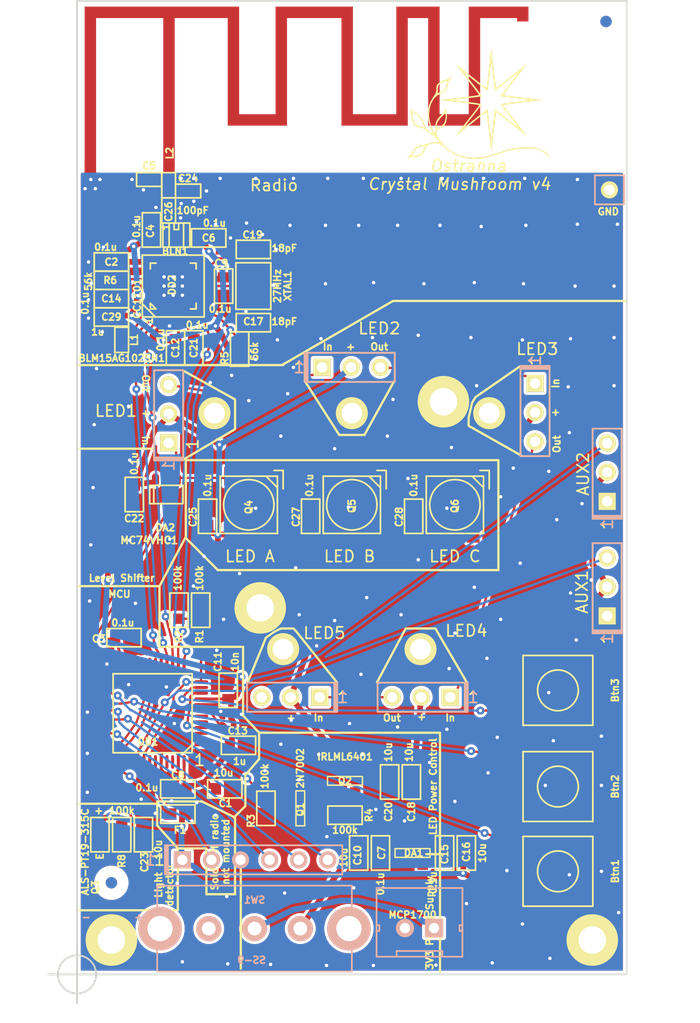
<source format=kicad_pcb>
(kicad_pcb (version 20170919) (host pcbnew "(2017-09-19 revision dddaa7e69)-makepkg")
  (layers (0 F.Cu signal) (31 B.Cu signal) (34 B.Paste user) (35 F.Paste user) (36 B.SilkS user hide) (37 F.SilkS user) (38 B.Mask user) (39 F.Mask user) (44 Edge.Cuts user))
  (net 0 "")
  (net 1 +3.3V)
  (net 2 +BATT)
  (net 3 /BAT_IN)
  (net 4 /CC_CS)
  (net 5 /CC_GDO0)
  (net 6 /CC_MISO)
  (net 7 /CC_MOSI)
  (net 8 /CC_SCK)
  (net 9 /DIN0)
  (net 10 /DIN1)
  (net 11 /DIN2)
  (net 12 /DIN3)
  (net 13 /DIN4)
  (net 14 /SWCLK)
  (net 15 /SWDIO)
  (net 16 /UART_RX)
  (net 17 /UART_TX)
  (net 18 GND)
  (net 19 /ANT2)
  (net 20 /ANT1)
  (net 21 /RF2)
  (net 22 /RF1)
  (net 23 VCC)
  (net 24 "Net-(C17-Pad1)")
  (net 25 PwrUnst)
  (net 26 "Net-(C19-Pad1)")
  (net 27 "Net-(C21-Pad2)")
  (net 28 /ADC_LUM)
  (net 29 /WS_CTRL)
  (net 30 "Net-(DD1-Pad7)")
  (net 31 /BTN1)
  (net 32 /BTN2)
  (net 33 /ADC_BATTERY)
  (net 34 /MEAS_LUM)
  (net 35 /PWR_EN)
  (net 36 /BTN3)
  (net 37 /NO_RADIO)
  (net 38 "Net-(DD2-Pad17)")
  (net 39 "Net-(Q1-Pad3)")
  (net 40 "Net-(Q4-Pad2)")
  (net 41 "Net-(Q5-Pad2)")
  (net 42 "Net-(DD1-Pad2)")
  (net 43 "Net-(DD1-Pad3)")
  (net 44 "Net-(DD1-Pad4)")
  (net 45 "Net-(DD1-Pad5)")
  (net 46 "Net-(DD1-Pad6)")
  (net 47 "Net-(DD1-Pad20)")
  (net 48 "Net-(DD1-Pad21)")
  (net 49 "Net-(DD1-Pad22)")
  (net 50 "Net-(DD1-Pad25)")
  (net 51 "Net-(DD1-Pad26)")
  (net 52 "Net-(DD1-Pad32)")
  (net 53 "Net-(DD1-Pad33)")
  (net 54 "Net-(DD1-Pad35)")
  (net 55 "Net-(DD1-Pad36)")
  (net 56 "Net-(DD1-Pad38)")
  (net 57 "Net-(DD1-Pad39)")
  (net 58 /AUX1)
  (net 59 /AUX2)
  (net 60 "Net-(DD1-Pad42)")
  (net 61 "Net-(DD1-Pad45)")
  (net 62 "Net-(DD1-Pad46)")
  (net 63 "Net-(DD2-Pad3)")
  (net 64 "Net-(Q6-Pad2)")
  (net 65 "Net-(SW1-Pad3)")
  (net 66 "Net-(XL12-Pad3)")
  (net 67 "Net-(BLN1-Pad1)")
  (module BtnsSwitches:BTN_6x6_4x4 (layer F.Cu) (at 246 172.2 180)
    (fp_text reference SW3 hide)
    (fp_text value BUTTON hide)
    (pad 2 smd rect (at 3 1.85 180) (size 1 1.1) (layers F.Cu F.Paste F.Mask) (net 1 +3.3V))
    (pad 1 smd rect (at 3 -1.85 180) (size 1 1.1) (layers F.Cu F.Paste F.Mask) (net 36 /BTN3))
    (pad 2 smd rect (at -3 1.85 180) (size 1 1.1) (layers F.Cu F.Paste F.Mask) (net 1 +3.3V))
    (pad 1 smd rect (at -3 -1.85 180) (size 1 1.1) (layers F.Cu F.Paste F.Mask) (net 36 /BTN3))
    (pad 2 smd rect (at -4 2.25 180) (size 1.5 1.2) (layers F.Cu F.Paste F.Mask) (net 1 +3.3V))
    (pad 1 smd rect (at -4 -2.25 180) (size 1.5 1.2) (layers F.Cu F.Paste F.Mask) (net 36 /BTN3))
    (pad 2 smd rect (at 4 2.25 180) (size 1.5 1.2) (layers F.Cu F.Paste F.Mask) (net 1 +3.3V))
    (pad 1 smd rect (at 4 -2.25 180) (size 1.5 1.2) (layers F.Cu F.Paste F.Mask) (net 36 /BTN3))
  )
  (module Radio:BALUN_JOHANSON868 (layer F.Cu) (at 212.674 132.451 90)
    (fp_text reference BLN1 (at -1.4 -0.1 180) (layer F.SilkS) (effects (font (size 0.6 0.6))))
    (fp_text value BALUN868JOHANSON hide)
    (fp_text user 1 (at 0.7 -0.9 90) (layer F.SilkS) (effects (font (size 0.6 0.6))))
    (pad 1 smd rect (at 0.65 -0.7 90) (size 0.35 0.6) (layers F.Cu F.Paste F.Mask) (net 67 "Net-(BLN1-Pad1)"))
    (pad 2 smd rect (at 0 -0.7 90) (size 0.35 0.6) (layers F.Cu F.Paste F.Mask) (net 18 GND))
    (pad 3 smd rect (at -0.65 -0.7 90) (size 0.35 0.6) (layers F.Cu F.Paste F.Mask) (net 21 /RF2))
    (pad 4 smd rect (at -0.65 0.7 90) (size 0.35 0.6) (layers F.Cu F.Paste F.Mask) (net 22 /RF1))
    (pad 5 smd rect (at 0 0.7 90) (size 0.35 0.6) (layers F.Cu F.Paste F.Mask) (net 18 GND))
    (pad 6 smd rect (at 0.65 0.7 90) (size 0.35 0.6) (layers F.Cu F.Paste F.Mask) (net 18 GND))
  )
  (module Capacitors:CAP_0603 (layer F.Cu) (at 216.9 180.8 180)
    (fp_text reference C1 (at -0.0635 -1.27 180) (layer F.SilkS) (effects (font (size 0.6 0.6))))
    (fp_text value 10u (at 0.09906 1.39954 180) (layer F.SilkS) (effects (font (size 0.6 0.6))))
    (pad 1 smd rect (at -0.762 0 180) (size 0.889 1.016) (layers F.Cu F.Paste F.Mask) (net 18 GND))
    (pad 2 smd rect (at 0.762 0 180) (size 0.889 1.016) (layers F.Cu F.Paste F.Mask) (net 1 +3.3V))
  )
  (module Capacitors:CAP_0603 (layer F.Cu) (at 207 134.8 180)
    (fp_text reference C2 (at 0 0 180) (layer F.SilkS) (effects (font (size 0.6 0.6))))
    (fp_text value 0.1u (at 0.5 1.3 180) (layer F.SilkS) (effects (font (size 0.6 0.6))))
    (pad 2 smd rect (at 0.762 0 180) (size 0.889 1.016) (layers F.Cu F.Paste F.Mask) (net 18 GND))
    (pad 1 smd rect (at -0.762 0 180) (size 0.889 1.016) (layers F.Cu F.Paste F.Mask) (net 23 VCC))
  )
  (module Capacitors:CAP_0603 (layer F.Cu) (at 208.1 167.6)
    (fp_text reference C3 (at -2.2 0.1) (layer F.SilkS) (effects (font (size 0.6 0.6))))
    (fp_text value 0.1u (at -0.1 -1.3) (layer F.SilkS) (effects (font (size 0.6 0.6))))
    (pad 2 smd rect (at 0.762 0) (size 0.889 1.016) (layers F.Cu F.Paste F.Mask) (net 18 GND))
    (pad 1 smd rect (at -0.762 0) (size 0.889 1.016) (layers F.Cu F.Paste F.Mask) (net 1 +3.3V))
  )
  (module Capacitors:CAP_0603 (layer F.Cu) (at 210.5 132 90)
    (fp_text reference C4 (at -0.1 -0.1 90) (layer F.SilkS) (effects (font (size 0.6 0.6))))
    (fp_text value 0.1u (at 0.3 -1.3 90) (layer F.SilkS) (effects (font (size 0.6 0.6))))
    (pad 1 smd rect (at -0.762 0 90) (size 0.889 1.016) (layers F.Cu F.Paste F.Mask) (net 23 VCC))
    (pad 2 smd rect (at 0.762 0 90) (size 0.889 1.016) (layers F.Cu F.Paste F.Mask) (net 18 GND))
  )
  (module Capacitors:CAP_0603 (layer F.Cu) (at 215.5 132.7)
    (fp_text reference C6 (at 0 0) (layer F.SilkS) (effects (font (size 0.6 0.6))))
    (fp_text value 0.1u (at 0.5 -1.3) (layer F.SilkS) (effects (font (size 0.6 0.6))))
    (pad 2 smd rect (at 0.762 0) (size 0.889 1.016) (layers F.Cu F.Paste F.Mask) (net 18 GND))
    (pad 1 smd rect (at -0.762 0) (size 0.889 1.016) (layers F.Cu F.Paste F.Mask) (net 23 VCC))
  )
  (module Capacitors:CAP_0603 (layer F.Cu) (at 230.5 186.4 270)
    (fp_text reference C7 (at 0 -0.1 90) (layer F.SilkS) (effects (font (size 0.6 0.6))))
    (fp_text value 0.1u (at 2.7 0 270) (layer F.SilkS) (effects (font (size 0.6 0.6))))
    (pad 1 smd rect (at -0.762 0 270) (size 0.889 1.016) (layers F.Cu F.Paste F.Mask) (net 2 +BATT))
    (pad 2 smd rect (at 0.762 0 270) (size 0.889 1.016) (layers F.Cu F.Paste F.Mask) (net 18 GND))
  )
  (module Capacitors:CAP_0603 (layer F.Cu) (at 212.8 180.8 180)
    (fp_text reference C8 (at 0 1.2 180) (layer F.SilkS) (effects (font (size 0.6 0.6))))
    (fp_text value 0.1u (at 2.7 0.1 180) (layer F.SilkS) (effects (font (size 0.6 0.6))))
    (pad 1 smd rect (at -0.762 0 180) (size 0.889 1.016) (layers F.Cu F.Paste F.Mask) (net 1 +3.3V))
    (pad 2 smd rect (at 0.762 0 180) (size 0.889 1.016) (layers F.Cu F.Paste F.Mask) (net 18 GND))
  )
  (module Capacitors:CAP_0603 (layer F.Cu) (at 216.8 136.9 270)
    (fp_text reference C9 (at -2 0.2) (layer F.SilkS) (effects (font (size 0.6 0.6))))
    (fp_text value 0.1u (at 2 0.3) (layer F.SilkS) (effects (font (size 0.6 0.6))))
    (pad 2 smd rect (at 0.762 0 270) (size 0.889 1.016) (layers F.Cu F.Paste F.Mask) (net 18 GND))
    (pad 1 smd rect (at -0.762 0 270) (size 0.889 1.016) (layers F.Cu F.Paste F.Mask) (net 23 VCC))
  )
  (module Capacitors:CAP_0603 (layer F.Cu) (at 228.6 186.4 270)
    (fp_text reference C10 (at 0.2 0.1 90) (layer F.SilkS) (effects (font (size 0.6 0.6))))
    (fp_text value 10u (at 0.4 1.3 270) (layer F.SilkS) (effects (font (size 0.6 0.6))))
    (pad 2 smd rect (at 0.762 0 270) (size 0.889 1.016) (layers F.Cu F.Paste F.Mask) (net 18 GND))
    (pad 1 smd rect (at -0.762 0 270) (size 0.889 1.016) (layers F.Cu F.Paste F.Mask) (net 2 +BATT))
  )
  (module Capacitors:CAP_0603 (layer F.Cu) (at 217.2 172.2 90)
    (fp_text reference C11 (at 2.5 -0.9 90) (layer F.SilkS) (effects (font (size 0.6 0.6))))
    (fp_text value 10n (at 2.5 0.6 90) (layer F.SilkS) (effects (font (size 0.6 0.6))))
    (pad 1 smd rect (at -0.762 0 90) (size 0.889 1.016) (layers F.Cu F.Paste F.Mask) (net 1 +3.3V))
    (pad 2 smd rect (at 0.762 0 90) (size 0.889 1.016) (layers F.Cu F.Paste F.Mask) (net 18 GND))
  )
  (module Capacitors:CAP_0603 (layer F.Cu) (at 212.6 142.3 270)
    (fp_text reference C12 (at 0 0 270) (layer F.SilkS) (effects (font (size 0.6 0.6))))
    (fp_text value 0.1u (at -0.7 1.3 270) (layer F.SilkS) (effects (font (size 0.6 0.6))))
    (pad 1 smd rect (at -0.762 0 270) (size 0.889 1.016) (layers F.Cu F.Paste F.Mask) (net 23 VCC))
    (pad 2 smd rect (at 0.762 0 270) (size 0.889 1.016) (layers F.Cu F.Paste F.Mask) (net 18 GND))
  )
  (module Capacitors:CAP_0603 (layer F.Cu) (at 218.1 177)
    (fp_text reference C13 (at -0.0635 -1.27) (layer F.SilkS) (effects (font (size 0.6 0.6))))
    (fp_text value 1u (at 0.09906 1.39954) (layer F.SilkS) (effects (font (size 0.6 0.6))))
    (pad 2 smd rect (at 0.762 0) (size 0.889 1.016) (layers F.Cu F.Paste F.Mask) (net 18 GND))
    (pad 1 smd rect (at -0.762 0) (size 0.889 1.016) (layers F.Cu F.Paste F.Mask) (net 1 +3.3V))
  )
  (module Capacitors:CAP_0603 (layer F.Cu) (at 207 138 180)
    (fp_text reference C14 (at 0 0 180) (layer F.SilkS) (effects (font (size 0.6 0.6))))
    (fp_text value 0.1u (at 2.3 -0.4 270) (layer F.SilkS) (effects (font (size 0.6 0.6))))
    (pad 1 smd rect (at -0.762 0 180) (size 0.889 1.016) (layers F.Cu F.Paste F.Mask) (net 23 VCC))
    (pad 2 smd rect (at 0.762 0 180) (size 0.889 1.016) (layers F.Cu F.Paste F.Mask) (net 18 GND))
  )
  (module Capacitors:CAP_0603 (layer F.Cu) (at 236.1 186.4 90)
    (fp_text reference C15 (at -0.1 0 90) (layer F.SilkS) (effects (font (size 0.6 0.6))))
    (fp_text value 0.1u (at -2.6 -1 90) (layer F.SilkS) (effects (font (size 0.6 0.6))))
    (pad 2 smd rect (at 0.762 0 90) (size 0.889 1.016) (layers F.Cu F.Paste F.Mask) (net 18 GND))
    (pad 1 smd rect (at -0.762 0 90) (size 0.889 1.016) (layers F.Cu F.Paste F.Mask) (net 1 +3.3V))
  )
  (module Capacitors:CAP_0603 (layer F.Cu) (at 238 186.4 90)
    (fp_text reference C16 (at 0.1 0 90) (layer F.SilkS) (effects (font (size 0.6 0.6))))
    (fp_text value 10u (at 0 1.4 90) (layer F.SilkS) (effects (font (size 0.6 0.6))))
    (pad 1 smd rect (at -0.762 0 90) (size 0.889 1.016) (layers F.Cu F.Paste F.Mask) (net 1 +3.3V))
    (pad 2 smd rect (at 0.762 0 90) (size 0.889 1.016) (layers F.Cu F.Paste F.Mask) (net 18 GND))
  )
  (module Capacitors:CAP_0603 (layer F.Cu) (at 219.4 140.1 180)
    (fp_text reference C17 (at 0 0.1 180) (layer F.SilkS) (effects (font (size 0.6 0.6))))
    (fp_text value 18pF (at -2.7 0.1 180) (layer F.SilkS) (effects (font (size 0.6 0.6))))
    (pad 2 smd rect (at 0.762 0 180) (size 0.889 1.016) (layers F.Cu F.Paste F.Mask) (net 18 GND))
    (pad 1 smd rect (at -0.762 0 180) (size 0.889 1.016) (layers F.Cu F.Paste F.Mask) (net 24 "Net-(C17-Pad1)"))
  )
  (module Capacitors:CAP_0603 (layer F.Cu) (at 233.2 180.2 90)
    (fp_text reference C18 (at -2.6 0 90) (layer F.SilkS) (effects (font (size 0.6 0.6))))
    (fp_text value 10u (at 2.6 -0.2 90) (layer F.SilkS) (effects (font (size 0.6 0.6))))
    (pad 2 smd rect (at 0.762 0 90) (size 0.889 1.016) (layers F.Cu F.Paste F.Mask) (net 25 PwrUnst))
    (pad 1 smd rect (at -0.762 0 90) (size 0.889 1.016) (layers F.Cu F.Paste F.Mask) (net 18 GND))
  )
  (module Capacitors:CAP_0603 (layer F.Cu) (at 219.4 133.7)
    (fp_text reference C19 (at -0.0635 -1.27) (layer F.SilkS) (effects (font (size 0.6 0.6))))
    (fp_text value 18pF (at 2.7 -0.1) (layer F.SilkS) (effects (font (size 0.6 0.6))))
    (pad 1 smd rect (at -0.762 0) (size 0.889 1.016) (layers F.Cu F.Paste F.Mask) (net 26 "Net-(C19-Pad1)"))
    (pad 2 smd rect (at 0.762 0) (size 0.889 1.016) (layers F.Cu F.Paste F.Mask) (net 18 GND))
  )
  (module Capacitors:CAP_0603 (layer F.Cu) (at 231.3 180.2 90)
    (fp_text reference C20 (at -2.6 -0.1 90) (layer F.SilkS) (effects (font (size 0.6 0.6))))
    (fp_text value 10u (at 2.6 -0.1 90) (layer F.SilkS) (effects (font (size 0.6 0.6))))
    (pad 1 smd rect (at -0.762 0 90) (size 0.889 1.016) (layers F.Cu F.Paste F.Mask) (net 18 GND))
    (pad 2 smd rect (at 0.762 0 90) (size 0.889 1.016) (layers F.Cu F.Paste F.Mask) (net 25 PwrUnst))
  )
  (module Capacitors:CAP_0603 (layer F.Cu) (at 214.2 142.3 90)
    (fp_text reference C21 (at 0 0 90) (layer F.SilkS) (effects (font (size 0.6 0.6))))
    (fp_text value 0.1u (at 2 0.3 180) (layer F.SilkS) (effects (font (size 0.6 0.6))))
    (pad 2 smd rect (at 0.762 0 90) (size 0.889 1.016) (layers F.Cu F.Paste F.Mask) (net 27 "Net-(C21-Pad2)"))
    (pad 1 smd rect (at -0.762 0 90) (size 0.889 1.016) (layers F.Cu F.Paste F.Mask) (net 18 GND))
  )
  (module Capacitors:CAP_0603 (layer F.Cu) (at 209 155.1 270)
    (fp_text reference C22 (at 2.1 0) (layer F.SilkS) (effects (font (size 0.6 0.6))))
    (fp_text value 0.1u (at -2.7 0 270) (layer F.SilkS) (effects (font (size 0.6 0.6))))
    (pad 1 smd rect (at -0.762 0 270) (size 0.889 1.016) (layers F.Cu F.Paste F.Mask) (net 25 PwrUnst))
    (pad 2 smd rect (at 0.762 0 270) (size 0.889 1.016) (layers F.Cu F.Paste F.Mask) (net 18 GND))
  )
  (module Capacitors:CAP_0603 (layer F.Cu) (at 209.8 184.8 90)
    (fp_text reference C23 (at -2.4 0.1 90) (layer F.SilkS) (effects (font (size 0.6 0.6))))
    (fp_text value 10u (at -1.3 1.3 90) (layer F.SilkS) (effects (font (size 0.6 0.6))))
    (pad 2 smd rect (at 0.762 0 90) (size 0.889 1.016) (layers F.Cu F.Paste F.Mask) (net 18 GND))
    (pad 1 smd rect (at -0.762 0 90) (size 0.889 1.016) (layers F.Cu F.Paste F.Mask) (net 28 /ADC_LUM))
  )
  (module Capacitors:CAP_0402 (layer F.Cu) (at 213.7 128.6)
    (fp_text reference C24 (at 0 -1.1) (layer F.SilkS) (effects (font (size 0.6 0.6))))
    (fp_text value * hide)
    (pad 1 smd rect (at -0.5 0) (size 0.6 0.6) (layers F.Cu F.Paste F.Mask) (net 20 /ANT1))
    (pad 2 smd rect (at 0.5 0) (size 0.6 0.6) (layers F.Cu F.Paste F.Mask) (net 18 GND))
  )
  (module Capacitors:CAP_0603 (layer F.Cu) (at 215.4 157 90)
    (fp_text reference C25 (at -0.0635 -1.27 90) (layer F.SilkS) (effects (font (size 0.6 0.6))))
    (fp_text value 0.1u (at 2.7 0 90) (layer F.SilkS) (effects (font (size 0.6 0.6))))
    (pad 1 smd rect (at -0.762 0 90) (size 0.889 1.016) (layers F.Cu F.Paste F.Mask) (net 25 PwrUnst))
    (pad 2 smd rect (at 0.762 0 90) (size 0.889 1.016) (layers F.Cu F.Paste F.Mask) (net 18 GND))
  )
  (module Capacitors:CAP_0603 (layer F.Cu) (at 224.4 157 90)
    (fp_text reference C27 (at -0.0635 -1.27 90) (layer F.SilkS) (effects (font (size 0.6 0.6))))
    (fp_text value 0.1u (at 2.7 -0.1 90) (layer F.SilkS) (effects (font (size 0.6 0.6))))
    (pad 2 smd rect (at 0.762 0 90) (size 0.889 1.016) (layers F.Cu F.Paste F.Mask) (net 18 GND))
    (pad 1 smd rect (at -0.762 0 90) (size 0.889 1.016) (layers F.Cu F.Paste F.Mask) (net 25 PwrUnst))
  )
  (module Capacitors:CAP_0603 (layer F.Cu) (at 233.4 157 90)
    (fp_text reference C28 (at -0.0635 -1.27 90) (layer F.SilkS) (effects (font (size 0.6 0.6))))
    (fp_text value 0.1u (at 2.7 0 90) (layer F.SilkS) (effects (font (size 0.6 0.6))))
    (pad 1 smd rect (at -0.762 0 90) (size 0.889 1.016) (layers F.Cu F.Paste F.Mask) (net 25 PwrUnst))
    (pad 2 smd rect (at 0.762 0 90) (size 0.889 1.016) (layers F.Cu F.Paste F.Mask) (net 18 GND))
  )
  (module SOT:SOT23-5 (layer F.Cu) (at 211.8 155.1)
    (fp_text reference DA2 (at -0.1 2.9) (layer F.SilkS) (effects (font (size 0.6 0.6))))
    (fp_text value MC74VHC1 (at -1.5 4) (layer F.SilkS) (effects (font (size 0.635 0.635) (thickness 0.14986))))
    (pad 1 smd rect (at -0.95 1.3) (size 0.635 1.1) (layers F.Cu F.Paste F.Mask) (net 18 GND))
    (pad 2 smd oval (at 0 1.3) (size 0.635 1.1) (layers F.Cu F.Paste F.Mask) (net 29 /WS_CTRL))
    (pad 3 smd oval (at 0.95 1.3) (size 0.635 1.1) (layers F.Cu F.Paste F.Mask) (net 18 GND))
    (pad 4 smd oval (at 0.95 -1.3) (size 0.635 1.1) (layers F.Cu F.Paste F.Mask) (net 9 /DIN0))
    (pad 5 smd oval (at -0.95 -1.3) (size 0.635 1.1) (layers F.Cu F.Paste F.Mask) (net 25 PwrUnst))
  )
  (module LQFP_TQFP:LQFP48 (layer F.Cu) (at 210.6 174.2 180)
    (fp_text reference DD1 (at 0.39878 -2.49936 180) (layer F.SilkS) (effects (font (size 0.59944 0.59944) (thickness 0.14986))))
    (fp_text value STM32F030C8Tx hide)
    (fp_text user 1 (at -4.1 -4.1 180) (layer F.SilkS))
    (pad 1 smd rect (at -4.25 -2.75 180) (size 1.2 0.27) (layers F.Cu F.Paste F.Mask) (net 1 +3.3V))
    (pad 2 smd oval (at -4.25 -2.25 180) (size 1.2 0.27) (layers F.Cu F.Paste F.Mask) (net 42 "Net-(DD1-Pad2)"))
    (pad 3 smd oval (at -4.25 -1.75 180) (size 1.2 0.27) (layers F.Cu F.Paste F.Mask) (net 43 "Net-(DD1-Pad3)"))
    (pad 4 smd oval (at -4.25 -1.25 180) (size 1.2 0.27) (layers F.Cu F.Paste F.Mask) (net 44 "Net-(DD1-Pad4)"))
    (pad 5 smd oval (at -4.25 -0.75 180) (size 1.2 0.27) (layers F.Cu F.Paste F.Mask) (net 45 "Net-(DD1-Pad5)"))
    (pad 6 smd oval (at -4.25 -0.25 180) (size 1.2 0.27) (layers F.Cu F.Paste F.Mask) (net 46 "Net-(DD1-Pad6)"))
    (pad 7 smd oval (at -4.25 0.25 180) (size 1.2 0.27) (layers F.Cu F.Paste F.Mask) (net 30 "Net-(DD1-Pad7)"))
    (pad 8 smd oval (at -4.25 0.75 180) (size 1.2 0.27) (layers F.Cu F.Paste F.Mask) (net 18 GND))
    (pad 9 smd oval (at -4.25 1.25 180) (size 1.2 0.27) (layers F.Cu F.Paste F.Mask) (net 1 +3.3V))
    (pad 10 smd oval (at -4.25 1.75 180) (size 1.2 0.27) (layers F.Cu F.Paste F.Mask) (net 31 /BTN1))
    (pad 11 smd oval (at -4.25 2.25 180) (size 1.2 0.27) (layers F.Cu F.Paste F.Mask) (net 36 /BTN3))
    (pad 12 smd oval (at -4.25 2.75 180) (size 1.2 0.27) (layers F.Cu F.Paste F.Mask) (net 33 /ADC_BATTERY))
    (pad 13 smd oval (at -2.75 4.25 270) (size 1.2 0.27) (layers F.Cu F.Paste F.Mask) (net 5 /CC_GDO0))
    (pad 14 smd oval (at -2.25 4.25 270) (size 1.2 0.27) (layers F.Cu F.Paste F.Mask) (net 4 /CC_CS))
    (pad 15 smd oval (at -1.75 4.25 270) (size 1.2 0.27) (layers F.Cu F.Paste F.Mask) (net 8 /CC_SCK))
    (pad 16 smd oval (at -1.25 4.25 270) (size 1.2 0.27) (layers F.Cu F.Paste F.Mask) (net 6 /CC_MISO))
    (pad 17 smd oval (at -0.75 4.25 270) (size 1.2 0.27) (layers F.Cu F.Paste F.Mask) (net 7 /CC_MOSI))
    (pad 18 smd oval (at -0.25 4.25 270) (size 1.2 0.27) (layers F.Cu F.Paste F.Mask) (net 28 /ADC_LUM))
    (pad 19 smd oval (at 0.25 4.25 270) (size 1.2 0.27) (layers F.Cu F.Paste F.Mask) (net 34 /MEAS_LUM))
    (pad 20 smd oval (at 0.75 4.25 270) (size 1.2 0.27) (layers F.Cu F.Paste F.Mask) (net 47 "Net-(DD1-Pad20)"))
    (pad 21 smd oval (at 1.25 4.25 270) (size 1.2 0.27) (layers F.Cu F.Paste F.Mask) (net 48 "Net-(DD1-Pad21)"))
    (pad 22 smd oval (at 1.75 4.25 270) (size 1.2 0.27) (layers F.Cu F.Paste F.Mask) (net 49 "Net-(DD1-Pad22)"))
    (pad 23 smd oval (at 2.25 4.25 270) (size 1.2 0.27) (layers F.Cu F.Paste F.Mask) (net 18 GND))
    (pad 24 smd oval (at 2.75 4.25 270) (size 1.2 0.27) (layers F.Cu F.Paste F.Mask) (net 1 +3.3V))
    (pad 25 smd oval (at 4.25 2.75 180) (size 1.2 0.27) (layers F.Cu F.Paste F.Mask) (net 50 "Net-(DD1-Pad25)"))
    (pad 26 smd oval (at 4.25 2.25 180) (size 1.2 0.27) (layers F.Cu F.Paste F.Mask) (net 51 "Net-(DD1-Pad26)"))
    (pad 27 smd oval (at 4.25 1.75 180) (size 1.2 0.27) (layers F.Cu F.Paste F.Mask) (net 35 /PWR_EN))
    (pad 28 smd oval (at 4.25 1.25 180) (size 1.2 0.27) (layers F.Cu F.Paste F.Mask) (net 29 /WS_CTRL))
    (pad 29 smd oval (at 4.25 0.75 180) (size 1.2 0.27) (layers F.Cu F.Paste F.Mask) (net 32 /BTN2))
    (pad 30 smd oval (at 4.25 0.25 180) (size 1.2 0.27) (layers F.Cu F.Paste F.Mask) (net 17 /UART_TX))
    (pad 31 smd oval (at 4.25 -0.25 180) (size 1.2 0.27) (layers F.Cu F.Paste F.Mask) (net 16 /UART_RX))
    (pad 32 smd oval (at 4.25 -0.75 180) (size 1.2 0.27) (layers F.Cu F.Paste F.Mask) (net 52 "Net-(DD1-Pad32)"))
    (pad 33 smd oval (at 4.25 -1.25 180) (size 1.2 0.27) (layers F.Cu F.Paste F.Mask) (net 53 "Net-(DD1-Pad33)"))
    (pad 34 smd oval (at 4.25 -1.75 180) (size 1.2 0.27) (layers F.Cu F.Paste F.Mask) (net 15 /SWDIO))
    (pad 35 smd oval (at 4.25 -2.25 180) (size 1.2 0.27) (layers F.Cu F.Paste F.Mask) (net 54 "Net-(DD1-Pad35)"))
    (pad 36 smd oval (at 4.25 -2.75 180) (size 1.2 0.27) (layers F.Cu F.Paste F.Mask) (net 55 "Net-(DD1-Pad36)"))
    (pad 37 smd oval (at 2.75 -4.25 270) (size 1.2 0.27) (layers F.Cu F.Paste F.Mask) (net 14 /SWCLK))
    (pad 38 smd oval (at 2.25 -4.25 270) (size 1.2 0.27) (layers F.Cu F.Paste F.Mask) (net 56 "Net-(DD1-Pad38)"))
    (pad 39 smd oval (at 1.75 -4.25 270) (size 1.2 0.27) (layers F.Cu F.Paste F.Mask) (net 57 "Net-(DD1-Pad39)"))
    (pad 40 smd oval (at 1.25 -4.25 270) (size 1.2 0.27) (layers F.Cu F.Paste F.Mask) (net 58 /AUX1))
    (pad 41 smd oval (at 0.75 -4.25 270) (size 1.2 0.27) (layers F.Cu F.Paste F.Mask) (net 59 /AUX2))
    (pad 42 smd oval (at 0.25 -4.25 270) (size 1.2 0.27) (layers F.Cu F.Paste F.Mask) (net 60 "Net-(DD1-Pad42)"))
    (pad 43 smd oval (at -0.25 -4.25 270) (size 1.2 0.27) (layers F.Cu F.Paste F.Mask) (net 37 /NO_RADIO))
    (pad 44 smd oval (at -0.75 -4.25 270) (size 1.2 0.27) (layers F.Cu F.Paste F.Mask) (net 18 GND))
    (pad 45 smd oval (at -1.25 -4.25 270) (size 1.2 0.27) (layers F.Cu F.Paste F.Mask) (net 61 "Net-(DD1-Pad45)"))
    (pad 46 smd oval (at -1.75 -4.25 270) (size 1.2 0.27) (layers F.Cu F.Paste F.Mask) (net 62 "Net-(DD1-Pad46)"))
    (pad 47 smd oval (at -2.25 -4.25 270) (size 1.2 0.27) (layers F.Cu F.Paste F.Mask) (net 18 GND))
    (pad 48 smd oval (at -2.75 -4.25 270) (size 1.2 0.27) (layers F.Cu F.Paste F.Mask) (net 1 +3.3V))
  )
  (module QFN_DFN:QFN20 (layer F.Cu) (at 212.4 136.9 90)
    (fp_text reference DD2 (at 0.1 -0.1 90) (layer F.SilkS) (effects (font (size 0.6 0.6))))
    (fp_text value CC1101 (at -1.09982 -3.1496 90) (layer F.SilkS) (effects (font (size 0.6 0.6))))
    (fp_text user 1 (at -3.04 -2.1 90) (layer F.SilkS) (effects (font (size 0.6 0.6))))
    (pad 1 smd rect (at -1.95 -1 90) (size 1 0.28) (layers F.Cu F.Paste F.Mask) (net 8 /CC_SCK))
    (pad 2 smd oval (at -1.95 -0.5 90) (size 1 0.28) (layers F.Cu F.Paste F.Mask) (net 6 /CC_MISO))
    (pad 3 smd oval (at -1.95 0 90) (size 1 0.28) (layers F.Cu F.Paste F.Mask) (net 63 "Net-(DD2-Pad3)"))
    (pad 4 smd oval (at -1.95 0.5 90) (size 1 0.28) (layers F.Cu F.Paste F.Mask) (net 23 VCC))
    (pad 5 smd oval (at -1.95 1 90) (size 1 0.28) (layers F.Cu F.Paste F.Mask) (net 27 "Net-(C21-Pad2)"))
    (pad 6 smd oval (at -1 1.95 180) (size 1 0.28) (layers F.Cu F.Paste F.Mask) (net 5 /CC_GDO0))
    (pad 7 smd oval (at -0.5 1.95 180) (size 1 0.28) (layers F.Cu F.Paste F.Mask) (net 4 /CC_CS))
    (pad 8 smd oval (at 0 1.95 180) (size 1 0.28) (layers F.Cu F.Paste F.Mask) (net 24 "Net-(C17-Pad1)"))
    (pad 9 smd oval (at 0.5 1.95 180) (size 1 0.28) (layers F.Cu F.Paste F.Mask) (net 23 VCC))
    (pad 10 smd oval (at 1 1.95 180) (size 1 0.28) (layers F.Cu F.Paste F.Mask) (net 26 "Net-(C19-Pad1)"))
    (pad 11 smd oval (at 1.95 1 270) (size 1 0.28) (layers F.Cu F.Paste F.Mask) (net 23 VCC))
    (pad 12 smd oval (at 1.95 0.5 270) (size 1 0.28) (layers F.Cu F.Paste F.Mask) (net 22 /RF1))
    (pad 13 smd oval (at 1.95 0 270) (size 1 0.28) (layers F.Cu F.Paste F.Mask) (net 21 /RF2))
    (pad 14 smd oval (at 1.95 -0.5 270) (size 1 0.28) (layers F.Cu F.Paste F.Mask) (net 23 VCC))
    (pad 15 smd oval (at 1.95 -1 270) (size 1 0.28) (layers F.Cu F.Paste F.Mask) (net 23 VCC))
    (pad 16 smd oval (at 1 -1.95 180) (size 1 0.28) (layers F.Cu F.Paste F.Mask) (net 18 GND))
    (pad 17 smd oval (at 0.5 -1.95 180) (size 1 0.28) (layers F.Cu F.Paste F.Mask) (net 38 "Net-(DD2-Pad17)"))
    (pad 18 smd oval (at 0 -1.95 180) (size 1 0.28) (layers F.Cu F.Paste F.Mask) (net 23 VCC))
    (pad 19 smd oval (at -0.5 -1.95 180) (size 1 0.28) (layers F.Cu F.Paste F.Mask) (net 18 GND))
    (pad 20 smd oval (at -1 -1.95 180) (size 1 0.28) (layers F.Cu F.Paste F.Mask) (net 7 /CC_MOSI))
    (pad PAD thru_hole rect (at 0 0 90) (size 0.8 0.8) (drill 0.3) (layers *.Cu F.Paste F.Mask) (net 18 GND))
    (pad PAD thru_hole rect (at 0.8 0 90) (size 0.8 0.8) (drill 0.3) (layers *.Cu F.Mask) (net 18 GND))
    (pad PAD thru_hole rect (at 0 -0.8 90) (size 0.8 0.8) (drill 0.3) (layers *.Cu F.Mask) (net 18 GND))
    (pad PAD thru_hole rect (at 0.8 -0.8 90) (size 0.8 0.8) (drill 0.3) (layers *.Cu F.Paste F.Mask) (net 18 GND))
    (pad PAD thru_hole rect (at -0.8 -0.8 90) (size 0.8 0.8) (drill 0.3) (layers *.Cu F.Paste F.Mask) (net 18 GND))
    (pad PAD thru_hole rect (at -0.8 0 90) (size 0.8 0.8) (drill 0.3) (layers *.Cu F.Mask) (net 18 GND))
    (pad PAD thru_hole rect (at -0.8 0.8 90) (size 0.8 0.8) (drill 0.3) (layers *.Cu F.Paste F.Mask) (net 18 GND))
    (pad PAD thru_hole rect (at 0 0.8 90) (size 0.8 0.8) (drill 0.3) (layers *.Cu F.Mask) (net 18 GND))
    (pad PAD thru_hole rect (at 0.8 0.8 90) (size 0.8 0.8) (drill 0.3) (layers *.Cu F.Paste F.Mask) (net 18 GND))
  )
  (module Resistors:RES_0603_FUSE (layer F.Cu) (at 212.8 183 180)
    (fp_text reference F1 (at -0.2 -1.4 180) (layer F.SilkS) (effects (font (size 0.6 0.6))))
    (fp_text value Fuse0R hide)
    (pad 1 smd rect (at -0.66 0 180) (size 1.08 1) (layers F.Cu F.Paste F.Mask) (net 1 +3.3V))
    (pad 2 smd rect (at 0.66 0 180) (size 1.08 1) (layers F.Cu F.Paste F.Mask) (net 37 /NO_RADIO))
  )
  (module PCB:Hole2d4_out4d5mm (layer F.Cu) (at 236 147)
    (fp_text reference HOLE1 hide)
    (fp_text value HOLE_METALLED hide)
    (pad H thru_hole circle (at 0 0) (size 4.5 4.5) (drill 2.4) (layers *.Cu *.Mask F.SilkS) (net 18 GND))
  )
  (module PCB:Hole2d4_out4d5mm (layer F.Cu) (at 220 165)
    (fp_text reference HOLE2 hide)
    (fp_text value HOLE_METALLED hide)
    (pad H thru_hole circle (at 0 0) (size 4.5 4.5) (drill 2.4) (layers *.Cu *.Mask F.SilkS) (net 18 GND))
  )
  (module PCB:Hole2d4_out4d5mm (layer F.Cu) (at 207 194)
    (fp_text reference HOLE3 hide)
    (fp_text value HOLE_METALLED hide)
    (pad H thru_hole circle (at 0 0) (size 4.5 4.5) (drill 2.4) (layers *.Cu *.Mask F.SilkS) (net 18 GND))
  )
  (module PCB:Hole2d4_out4d5mm (layer F.Cu) (at 249 194)
    (fp_text reference HOLE5 hide)
    (fp_text value HOLE_METALLED hide)
    (pad H thru_hole circle (at 0 0) (size 4.5 4.5) (drill 2.4) (layers *.Cu *.Mask F.SilkS) (net 18 GND))
  )
  (module Inductors:IND_0402 (layer F.Cu) (at 207.9 141.6 270)
    (fp_text reference L1 (at 0 -1.1 270) (layer F.SilkS) (effects (font (size 0.6 0.6))))
    (fp_text value BLM15AG102SN1 (at 1.6 0) (layer F.SilkS) (effects (font (size 0.6 0.6))))
    (pad 2 smd rect (at 0.5 0 270) (size 0.6 0.6) (layers F.Cu F.Paste F.Mask) (net 1 +3.3V))
    (pad 1 smd rect (at -0.5 0 270) (size 0.6 0.6) (layers F.Cu F.Paste F.Mask) (net 23 VCC))
  )
  (module Inductors:IND_0402 (layer F.Cu) (at 212 128.1 270)
    (fp_text reference L2 (at -2.8 -0.1 270) (layer F.SilkS) (effects (font (size 0.6 0.6))))
    (fp_text value * hide)
    (pad 1 smd rect (at -0.5 0 270) (size 0.6 0.6) (layers F.Cu F.Paste F.Mask) (net 19 /ANT2))
    (pad 2 smd rect (at 0.5 0 270) (size 0.6 0.6) (layers F.Cu F.Paste F.Mask) (net 20 /ANT1))
  )
  (module Pictures:Ostranna_12d7_10d1 (layer F.Cu) (at 239 121)
    (fp_text reference Logo1 hide)
    (fp_text value Logo hide)
  )
  (module SOT:SOT23-3 (layer F.Cu) (at 223.5 182.5 90)
    (fp_text reference Q1 (at -0.1 0 90) (layer F.SilkS) (effects (font (size 0.6 0.6))))
    (fp_text value 2N7002 (at 3.5 0 90) (layer F.SilkS) (effects (font (size 0.59944 0.59944) (thickness 0.14986))))
    (pad 3 smd rect (at 0 1.016 90) (size 0.9144 0.9144) (layers F.Cu F.Paste F.Mask) (net 39 "Net-(Q1-Pad3)"))
    (pad 1 smd rect (at 0.889 -1.016 90) (size 0.9144 0.9144) (layers F.Cu F.Paste F.Mask) (net 35 /PWR_EN))
    (pad 2 smd rect (at -0.889 -1.016 90) (size 0.9144 0.9144) (layers F.Cu F.Paste F.Mask) (net 18 GND))
  )
  (module SOT:SOT23-3 (layer F.Cu) (at 227.4 180.1 180)
    (fp_text reference Q2 (at 0 0 180) (layer F.SilkS) (effects (font (size 0.6 0.6))))
    (fp_text value IRLML6401 (at 0 2.10058 180) (layer F.SilkS) (effects (font (size 0.59944 0.59944) (thickness 0.14986))))
    (pad 2 smd rect (at -0.889 -1.016 180) (size 0.9144 0.9144) (layers F.Cu F.Paste F.Mask) (net 2 +BATT))
    (pad 1 smd rect (at 0.889 -1.016 180) (size 0.9144 0.9144) (layers F.Cu F.Paste F.Mask) (net 39 "Net-(Q1-Pad3)"))
    (pad 3 smd rect (at 0 1.016 180) (size 0.9144 0.9144) (layers F.Cu F.Paste F.Mask) (net 25 PwrUnst))
  )
  (module Resistors:RES_0603 (layer F.Cu) (at 206 184.8 270)
    (fp_text reference Q3 (at 4.6 0.4 270) (layer F.SilkS) (effects (font (size 0.6 0.6))))
    (fp_text value ALS-PT19-315C (at 1.5 1.3 270) (layer F.SilkS) (effects (font (size 0.6 0.6))))
    (pad 1 smd rect (at -0.75 0 270) (size 0.9 1) (layers F.Cu F.Paste F.Mask) (net 1 +3.3V))
    (pad 2 smd rect (at 0.75 0 270) (size 0.9 1) (layers F.Cu F.Paste F.Mask) (net 28 /ADC_LUM))
  )
  (module LEDs:LED_WS2812B (layer F.Cu) (at 219 156 90)
    (fp_text reference Q4 (at -0.2 0 90) (layer F.SilkS) (effects (font (size 0.6 0.6))))
    (fp_text value LED_RGB_WS2812B hide)
    (pad 4 smd rect (at 2.5 -1.6 90) (size 1.6 1.1) (layers F.Cu F.Paste F.Mask) (net 9 /DIN0))
    (pad 3 smd rect (at 2.5 1.6 90) (size 1.6 1.1) (layers F.Cu F.Paste F.Mask) (net 18 GND))
    (pad 1 smd rect (at -2.5 -1.6 90) (size 1.6 1.1) (layers F.Cu F.Paste F.Mask) (net 25 PwrUnst))
    (pad 2 smd rect (at -2.5 1.6 90) (size 1.6 1.1) (layers F.Cu F.Paste F.Mask) (net 40 "Net-(Q4-Pad2)"))
  )
  (module LEDs:LED_WS2812B (layer F.Cu) (at 228 156 90)
    (fp_text reference Q5 (at -0.1 0 90) (layer F.SilkS) (effects (font (size 0.6 0.6))))
    (fp_text value LED_RGB_WS2812B hide)
    (pad 2 smd rect (at -2.5 1.6 90) (size 1.6 1.1) (layers F.Cu F.Paste F.Mask) (net 41 "Net-(Q5-Pad2)"))
    (pad 1 smd rect (at -2.5 -1.6 90) (size 1.6 1.1) (layers F.Cu F.Paste F.Mask) (net 25 PwrUnst))
    (pad 3 smd rect (at 2.5 1.6 90) (size 1.6 1.1) (layers F.Cu F.Paste F.Mask) (net 18 GND))
    (pad 4 smd rect (at 2.5 -1.6 90) (size 1.6 1.1) (layers F.Cu F.Paste F.Mask) (net 40 "Net-(Q4-Pad2)"))
  )
  (module LEDs:LED_WS2812B (layer F.Cu) (at 237 156 90)
    (fp_text reference Q6 (at -0.1 0 90) (layer F.SilkS) (effects (font (size 0.6 0.6))))
    (fp_text value LED_RGB_WS2812B hide)
    (pad 4 smd rect (at 2.5 -1.6 90) (size 1.6 1.1) (layers F.Cu F.Paste F.Mask) (net 41 "Net-(Q5-Pad2)"))
    (pad 3 smd rect (at 2.5 1.6 90) (size 1.6 1.1) (layers F.Cu F.Paste F.Mask) (net 18 GND))
    (pad 1 smd rect (at -2.5 -1.6 90) (size 1.6 1.1) (layers F.Cu F.Paste F.Mask) (net 25 PwrUnst))
    (pad 2 smd rect (at -2.5 1.6 90) (size 1.6 1.1) (layers F.Cu F.Paste F.Mask) (net 64 "Net-(Q6-Pad2)"))
  )
  (module Resistors:RES_0603 (layer F.Cu) (at 214.8 165.2 270)
    (fp_text reference R1 (at 2.3 0.1 270) (layer F.SilkS) (effects (font (size 0.6 0.6))))
    (fp_text value 100k (at -2.8 0.1 270) (layer F.SilkS) (effects (font (size 0.6 0.6))))
    (pad 2 smd rect (at 0.75 0 270) (size 0.9 1) (layers F.Cu F.Paste F.Mask) (net 33 /ADC_BATTERY))
    (pad 1 smd rect (at -0.75 0 270) (size 0.9 1) (layers F.Cu F.Paste F.Mask) (net 25 PwrUnst))
  )
  (module Resistors:RES_0603 (layer F.Cu) (at 212.9 165.2 90)
    (fp_text reference R2 (at -2.3 0 90) (layer F.SilkS) (effects (font (size 0.6 0.6))))
    (fp_text value 100k (at 2.8 -0.1 90) (layer F.SilkS) (effects (font (size 0.6 0.6))))
    (pad 1 smd rect (at -0.75 0 90) (size 0.9 1) (layers F.Cu F.Paste F.Mask) (net 33 /ADC_BATTERY))
    (pad 2 smd rect (at 0.75 0 90) (size 0.9 1) (layers F.Cu F.Paste F.Mask) (net 18 GND))
  )
  (module Resistors:RES_0603 (layer F.Cu) (at 220.5 182.5 270)
    (fp_text reference R3 (at 1.1 1.3 270) (layer F.SilkS) (effects (font (size 0.6 0.6))))
    (fp_text value 100k (at -2.8 0.1 270) (layer F.SilkS) (effects (font (size 0.6 0.6))))
    (pad 2 smd rect (at 0.75 0 270) (size 0.9 1) (layers F.Cu F.Paste F.Mask) (net 18 GND))
    (pad 1 smd rect (at -0.75 0 270) (size 0.9 1) (layers F.Cu F.Paste F.Mask) (net 35 /PWR_EN))
  )
  (module Resistors:RES_0603 (layer F.Cu) (at 227.4 183.1 180)
    (fp_text reference R4 (at -2.1 0 270) (layer F.SilkS) (effects (font (size 0.6 0.6))))
    (fp_text value 100k (at 0 -1.3 180) (layer F.SilkS) (effects (font (size 0.6 0.6))))
    (pad 1 smd rect (at -0.75 0 180) (size 0.9 1) (layers F.Cu F.Paste F.Mask) (net 2 +BATT))
    (pad 2 smd rect (at 0.75 0 180) (size 0.9 1) (layers F.Cu F.Paste F.Mask) (net 39 "Net-(Q1-Pad3)"))
  )
  (module Resistors:RES_0603 (layer F.Cu) (at 218.2 142.4 270)
    (fp_text reference R5 (at 0.8 1.3 270) (layer F.SilkS) (effects (font (size 0.6 0.6))))
    (fp_text value 56k (at 0.2 -1.3 270) (layer F.SilkS) (effects (font (size 0.6 0.6))))
    (pad 1 smd rect (at -0.75 0 270) (size 0.9 1) (layers F.Cu F.Paste F.Mask) (net 4 /CC_CS))
    (pad 2 smd rect (at 0.75 0 270) (size 0.9 1) (layers F.Cu F.Paste F.Mask) (net 23 VCC))
  )
  (module Resistors:RES_0603 (layer F.Cu) (at 207 136.4 180)
    (fp_text reference R6 (at 0.1 0 180) (layer F.SilkS) (effects (font (size 0.6 0.6))))
    (fp_text value 56k (at 2 -0.1 270) (layer F.SilkS) (effects (font (size 0.6 0.6))))
    (pad 2 smd rect (at 0.75 0 180) (size 0.9 1) (layers F.Cu F.Paste F.Mask) (net 18 GND))
    (pad 1 smd rect (at -0.75 0 180) (size 0.9 1) (layers F.Cu F.Paste F.Mask) (net 38 "Net-(DD2-Pad17)"))
  )
  (module Resistors:RES_0603 (layer F.Cu) (at 207.9 184.8 90)
    (fp_text reference R8 (at -2.3 0 90) (layer F.SilkS) (effects (font (size 0.6 0.6))))
    (fp_text value 100k (at 2.1 0 180) (layer F.SilkS) (effects (font (size 0.6 0.6))))
    (pad 2 smd rect (at 0.75 0 90) (size 0.9 1) (layers F.Cu F.Paste F.Mask) (net 34 /MEAS_LUM))
    (pad 1 smd rect (at -0.75 0 90) (size 0.9 1) (layers F.Cu F.Paste F.Mask) (net 28 /ADC_LUM))
  )
  (module PCB:REF_POINT_1MM (layer F.Cu) (at 250.2 113.8)
    (fp_text reference RP1 hide)
    (fp_text value REFPOINT hide)
    (pad REF smd circle (at 0 0) (size 1 1) (layers F.Cu F.Mask) (clearance 1))
  )
  (module PCB:REF_POINT_1MM (layer F.Cu) (at 207 189)
    (fp_text reference RP2 hide)
    (fp_text value REFPOINT hide)
    (pad REF smd circle (at 0 0) (size 1 1) (layers F.Cu F.Mask) (clearance 1))
  )
  (module PCB:REF_POINT_1MM (layer B.Cu) (at 207 189)
    (fp_text reference RP3 hide)
    (fp_text value REFPOINT hide)
    (pad REF smd circle (at 0 0) (size 1 1) (layers B.Cu B.Mask) (clearance 1))
  )
  (module PCB:REF_POINT_1MM (layer B.Cu) (at 250.2 113.8)
    (fp_text reference RP4 hide)
    (fp_text value REFPOINT hide)
    (pad REF smd circle (at 0 0) (size 1 1) (layers B.Cu B.Mask) (clearance 1))
  )
  (module BtnsSwitches:BTN_6x6_4x4 (layer F.Cu) (at 246 188)
    (fp_text reference SW2 hide)
    (fp_text value BUTTON hide)
    (pad 1 smd rect (at 4 -2.25) (size 1.5 1.2) (layers F.Cu F.Paste F.Mask) (net 31 /BTN1))
    (pad 2 smd rect (at 4 2.25) (size 1.5 1.2) (layers F.Cu F.Paste F.Mask) (net 1 +3.3V))
    (pad 1 smd rect (at -4 -2.25) (size 1.5 1.2) (layers F.Cu F.Paste F.Mask) (net 31 /BTN1))
    (pad 2 smd rect (at -4 2.25) (size 1.5 1.2) (layers F.Cu F.Paste F.Mask) (net 1 +3.3V))
    (pad 1 smd rect (at -3 -1.85) (size 1 1.1) (layers F.Cu F.Paste F.Mask) (net 31 /BTN1))
    (pad 2 smd rect (at -3 1.85) (size 1 1.1) (layers F.Cu F.Paste F.Mask) (net 1 +3.3V))
    (pad 1 smd rect (at 3 -1.85) (size 1 1.1) (layers F.Cu F.Paste F.Mask) (net 31 /BTN1))
    (pad 2 smd rect (at 3 1.85) (size 1 1.1) (layers F.Cu F.Paste F.Mask) (net 1 +3.3V))
  )
  (module BtnsSwitches:BTN_6x6_4x4 (layer F.Cu) (at 246 180.6)
    (fp_text reference SW4 hide)
    (fp_text value BUTTON hide)
    (pad 1 smd rect (at 4 -2.25) (size 1.5 1.2) (layers F.Cu F.Paste F.Mask) (net 32 /BTN2))
    (pad 2 smd rect (at 4 2.25) (size 1.5 1.2) (layers F.Cu F.Paste F.Mask) (net 1 +3.3V))
    (pad 1 smd rect (at -4 -2.25) (size 1.5 1.2) (layers F.Cu F.Paste F.Mask) (net 32 /BTN2))
    (pad 2 smd rect (at -4 2.25) (size 1.5 1.2) (layers F.Cu F.Paste F.Mask) (net 1 +3.3V))
    (pad 1 smd rect (at -3 -1.85) (size 1 1.1) (layers F.Cu F.Paste F.Mask) (net 32 /BTN2))
    (pad 2 smd rect (at -3 1.85) (size 1 1.1) (layers F.Cu F.Paste F.Mask) (net 1 +3.3V))
    (pad 1 smd rect (at 3 -1.85) (size 1 1.1) (layers F.Cu F.Paste F.Mask) (net 32 /BTN2))
    (pad 2 smd rect (at 3 1.85) (size 1 1.1) (layers F.Cu F.Paste F.Mask) (net 1 +3.3V))
  )
  (module PCB:TESTPOINT_1MM (layer F.Cu) (at 216.628 175.461)
    (fp_text reference TP1 hide)
    (fp_text value TESTPOINT hide)
    (pad 1 smd circle (at 0 0) (size 1 1) (layers F.Cu F.Paste F.Mask) (net 30 "Net-(DD1-Pad7)"))
  )
  (module PCB:TESTPOINT_1MM (layer F.Cu) (at 215.703 141.544)
    (fp_text reference TP2 hide)
    (fp_text value TESTPOINT hide)
    (pad 1 smd circle (at 0 0) (size 1 1) (layers F.Cu F.Paste F.Mask) (net 5 /CC_GDO0))
  )
  (module Connectors:PLS-6 (layer B.Cu) (at 213.2 187)
    (fp_text reference XL1 hide)
    (fp_text value CONN_6 hide)
    (fp_text user 1 (at -2 0) (layer F.SilkS))
    (fp_text user 1 (at -2.8 0) (layer B.SilkS) (effects (justify mirror)))
    (pad 1 thru_hole rect (at 0 0) (size 1.5 1.5) (drill 0.9) (layers *.Cu *.Mask B.SilkS) (net 1 +3.3V))
    (pad 2 thru_hole circle (at 2.54 0) (size 1.5 1.5) (drill 0.9) (layers *.Cu *.Mask B.SilkS) (net 14 /SWCLK))
    (pad 3 thru_hole circle (at 5.08 0) (size 1.5 1.5) (drill 0.9) (layers *.Cu *.Mask B.SilkS) (net 18 GND))
    (pad 4 thru_hole circle (at 7.62 0) (size 1.5 1.5) (drill 0.9) (layers *.Cu *.Mask B.SilkS) (net 15 /SWDIO))
    (pad 5 thru_hole circle (at 10.16 0) (size 1.5 1.5) (drill 0.9) (layers *.Cu *.Mask B.SilkS) (net 17 /UART_TX))
    (pad 6 thru_hole circle (at 12.7 0) (size 1.5 1.5) (drill 0.9) (layers *.Cu *.Mask B.SilkS) (net 16 /UART_RX))
  )
  (module Connectors:PLS-1Rnd (layer F.Cu) (at 250.5 128.5)
    (fp_text reference XL2 hide)
    (fp_text value CONN_1 hide)
    (pad 1 thru_hole circle (at 0 0) (size 1.5 1.5) (drill 0.9) (layers *.Cu *.Mask F.SilkS) (net 18 GND))
  )
  (module Connectors:W02_Pitch_2d54 (layer B.Cu) (at 233.9101 192.9568 180)
    (fp_text reference XL3 hide)
    (fp_text value CONN_2 hide)
    (pad 1 thru_hole rect (at -1.27 0 180) (size 1.6 1.6) (drill 0.9) (layers *.Cu *.Mask B.SilkS) (net 3 /BAT_IN))
    (pad 2 thru_hole circle (at 1.27 0 180) (size 1.6 1.6) (drill 0.9) (layers *.Cu *.Mask B.SilkS) (net 18 GND))
  )
  (module Connectors:PLS-3 (layer F.Cu) (at 212 150.6 90)
    (fp_text reference XL4 hide)
    (fp_text value CONN_3 hide)
    (fp_text user 1 (at -0.1 2.1 90) (layer F.SilkS))
    (fp_text user 1 (at -2 0 90) (layer B.SilkS) (effects (justify mirror)))
    (pad 1 thru_hole rect (at 0 0 90) (size 1.5 1.5) (drill 0.9) (layers *.Cu *.Mask F.SilkS) (net 9 /DIN0))
    (pad 2 thru_hole circle (at 2.54 0 90) (size 1.5 1.5) (drill 0.9) (layers *.Cu *.Mask F.SilkS) (net 25 PwrUnst))
    (pad 3 thru_hole circle (at 5.08 0 90) (size 1.5 1.5) (drill 0.9) (layers *.Cu *.Mask F.SilkS) (net 10 /DIN1))
  )
  (module Connectors:SIL1_ROUND_1MM8 (layer F.Cu) (at 216 148)
    (fp_text reference XL5 hide)
    (fp_text value CONN_1 hide)
    (pad 1 thru_hole circle (at 0 0) (size 2.8 2.8) (drill 1.8) (layers *.Cu *.Mask F.SilkS) (net 18 GND))
  )
  (module Connectors:PLS-3 (layer F.Cu) (at 225.4 144)
    (fp_text reference XL6 hide)
    (fp_text value CONN_3 hide)
    (fp_text user 1 (at -2 0) (layer B.SilkS) (effects (justify mirror)))
    (fp_text user 1 (at -2 0) (layer F.SilkS))
    (pad 3 thru_hole circle (at 5.08 0) (size 1.5 1.5) (drill 0.9) (layers *.Cu *.Mask F.SilkS) (net 11 /DIN2))
    (pad 2 thru_hole circle (at 2.54 0) (size 1.5 1.5) (drill 0.9) (layers *.Cu *.Mask F.SilkS) (net 25 PwrUnst))
    (pad 1 thru_hole rect (at 0 0) (size 1.5 1.5) (drill 0.9) (layers *.Cu *.Mask F.SilkS) (net 10 /DIN1))
  )
  (module Connectors:SIL1_ROUND_1MM8 (layer F.Cu) (at 228 148)
    (fp_text reference XL7 hide)
    (fp_text value CONN_1 hide)
    (pad 1 thru_hole circle (at 0 0) (size 2.8 2.8) (drill 1.8) (layers *.Cu *.Mask F.SilkS) (net 18 GND))
  )
  (module Connectors:PLS-3 (layer F.Cu) (at 244 145.4 270)
    (fp_text reference XL8 hide)
    (fp_text value CONN_3 hide)
    (fp_text user 1 (at -2 0 270) (layer F.SilkS))
    (fp_text user 1 (at -2 0 270) (layer B.SilkS) (effects (justify mirror)))
    (pad 1 thru_hole rect (at 0 0 270) (size 1.5 1.5) (drill 0.9) (layers *.Cu *.Mask F.SilkS) (net 11 /DIN2))
    (pad 2 thru_hole circle (at 2.54 0 270) (size 1.5 1.5) (drill 0.9) (layers *.Cu *.Mask F.SilkS) (net 25 PwrUnst))
    (pad 3 thru_hole circle (at 5.08 0 270) (size 1.5 1.5) (drill 0.9) (layers *.Cu *.Mask F.SilkS) (net 12 /DIN3))
  )
  (module Connectors:SIL1_ROUND_1MM8 (layer F.Cu) (at 240 148)
    (fp_text reference XL9 hide)
    (fp_text value CONN_1 hide)
    (pad 1 thru_hole circle (at 0 0) (size 2.8 2.8) (drill 1.8) (layers *.Cu *.Mask F.SilkS) (net 18 GND))
  )
  (module Connectors:PLS-3 (layer F.Cu) (at 236.6 172.8 180)
    (fp_text reference XL10 hide)
    (fp_text value CONN_3 hide)
    (fp_text user 1 (at -2 0 180) (layer B.SilkS) (effects (justify mirror)))
    (fp_text user 1 (at -2 0 180) (layer F.SilkS))
    (pad 3 thru_hole circle (at 5.08 0 180) (size 1.5 1.5) (drill 0.9) (layers *.Cu *.Mask F.SilkS) (net 13 /DIN4))
    (pad 2 thru_hole circle (at 2.54 0 180) (size 1.5 1.5) (drill 0.9) (layers *.Cu *.Mask F.SilkS) (net 25 PwrUnst))
    (pad 1 thru_hole rect (at 0 0 180) (size 1.5 1.5) (drill 0.9) (layers *.Cu *.Mask F.SilkS) (net 12 /DIN3))
  )
  (module Connectors:SIL1_ROUND_1MM8 (layer F.Cu) (at 222 168.6)
    (fp_text reference XL11 hide)
    (fp_text value CONN_1 hide)
    (pad 1 thru_hole circle (at 0 0) (size 2.8 2.8) (drill 1.8) (layers *.Cu *.Mask F.SilkS) (net 18 GND))
  )
  (module Connectors:PLS-3 (layer F.Cu) (at 225.2 172.8 180)
    (fp_text reference XL12 hide)
    (fp_text value CONN_3 hide)
    (fp_text user 1 (at -2 0 180) (layer F.SilkS))
    (fp_text user 1 (at -2 0 180) (layer B.SilkS) (effects (justify mirror)))
    (pad 1 thru_hole rect (at 0 0 180) (size 1.5 1.5) (drill 0.9) (layers *.Cu *.Mask F.SilkS) (net 13 /DIN4))
    (pad 2 thru_hole circle (at 2.54 0 180) (size 1.5 1.5) (drill 0.9) (layers *.Cu *.Mask F.SilkS) (net 25 PwrUnst))
    (pad 3 thru_hole circle (at 5.08 0 180) (size 1.5 1.5) (drill 0.9) (layers *.Cu *.Mask F.SilkS) (net 66 "Net-(XL12-Pad3)"))
  )
  (module Connectors:SIL1_ROUND_1MM8 (layer F.Cu) (at 234 168.6)
    (fp_text reference XL13 hide)
    (fp_text value CONN_1 hide)
    (pad 1 thru_hole circle (at 0 0) (size 2.8 2.8) (drill 1.8) (layers *.Cu *.Mask F.SilkS) (net 18 GND))
  )
  (module Quartz:03225C4 (layer F.Cu) (at 219.4 136.9 90)
    (fp_text reference XTAL1 (at 0 3 90) (layer F.SilkS) (effects (font (size 0.59944 0.59944) (thickness 0.14986))))
    (fp_text value 27MHz (at 0 2.1 90) (layer F.SilkS) (effects (font (size 0.59944 0.59944) (thickness 0.14986))))
    (pad 1 smd rect (at -1.1 0.8 90) (size 1.4 1) (layers F.Cu F.Paste F.Mask) (net 24 "Net-(C17-Pad1)"))
    (pad H smd rect (at 1.1 0.8 90) (size 1.4 1) (layers F.Cu F.Paste F.Mask) (net 18 GND))
    (pad 2 smd rect (at 1.1 -0.8 90) (size 1.4 1) (layers F.Cu F.Paste F.Mask) (net 26 "Net-(C19-Pad1)"))
    (pad H smd rect (at -1.1 -0.8 90) (size 1.4 1) (layers F.Cu F.Paste F.Mask) (net 18 GND))
  )
  (module SOT:SOT23-3 (layer F.Cu) (at 233.3 186.4 180)
    (fp_text reference DA1 (at -0.1 0 180) (layer F.SilkS) (effects (font (size 0.6 0.6))))
    (fp_text value MCP1700 (at 0 -5.4 180) (layer F.SilkS) (effects (font (size 0.59944 0.59944) (thickness 0.14986))))
    (pad 2 smd rect (at -0.889 -1.016 180) (size 0.9144 0.9144) (layers F.Cu F.Paste F.Mask) (net 1 +3.3V))
    (pad 1 smd rect (at 0.889 -1.016 180) (size 0.9144 0.9144) (layers F.Cu F.Paste F.Mask) (net 18 GND))
    (pad 3 smd rect (at 0 1.016 180) (size 0.9144 0.9144) (layers F.Cu F.Paste F.Mask) (net 2 +BATT))
  )
  (module BtnsSwitches:SW_SS9 (layer B.Cu) (at 219.5 193 180)
    (fp_text reference SW1 (at 0 2.5 180) (layer B.SilkS) (effects (font (size 0.6 0.6)) (justify mirror)))
    (fp_text value SS-9 (at 0.25 -2.75 180) (layer B.SilkS) (effects (font (size 0.6 0.6)) (justify mirror)))
    (pad 1 thru_hole circle (at -4 0 180) (size 2.2 2.2) (drill 1.2) (layers *.Cu *.Mask B.SilkS) (net 2 +BATT))
    (pad 2 thru_hole circle (at 0 0 180) (size 2.2 2.2) (drill 1.2) (layers *.Cu *.Mask B.SilkS) (net 3 /BAT_IN))
    (pad 3 thru_hole circle (at 4 0 180) (size 2.2 2.2) (drill 1.2) (layers *.Cu *.Mask B.SilkS) (net 65 "Net-(SW1-Pad3)"))
    (pad H thru_hole circle (at -8.25 0 180) (size 3.8 3.8) (drill 2.2) (layers *.Cu *.Mask B.SilkS))
    (pad H thru_hole circle (at 8.25 0 180) (size 3.8 3.8) (drill 2.2) (layers *.Cu *.Mask B.SilkS))
  )
  (module Connectors:PLS-3 (layer F.Cu) (at 250.3 165.7 90)
    (fp_text reference XL14 hide)
    (fp_text value CONN_3 hide)
    (fp_text user 1 (at -2 0 90) (layer B.SilkS) (effects (justify mirror)))
    (fp_text user 1 (at -2 0 90) (layer F.SilkS))
    (pad 3 thru_hole circle (at 5.08 0 90) (size 1.5 1.5) (drill 0.9) (layers *.Cu *.Mask F.SilkS) (net 58 /AUX1))
    (pad 2 thru_hole circle (at 2.54 0 90) (size 1.5 1.5) (drill 0.9) (layers *.Cu *.Mask F.SilkS) (net 1 +3.3V))
    (pad 1 thru_hole rect (at 0 0 90) (size 1.5 1.5) (drill 0.9) (layers *.Cu *.Mask F.SilkS) (net 18 GND))
  )
  (module Connectors:PLS-3 (layer F.Cu) (at 250.3 155.7 90)
    (fp_text reference XL15 hide)
    (fp_text value CONN_3 hide)
    (fp_text user 1 (at -2 0 90) (layer F.SilkS))
    (fp_text user 1 (at -2 0 90) (layer B.SilkS) (effects (justify mirror)))
    (pad 1 thru_hole rect (at 0 0 90) (size 1.5 1.5) (drill 0.9) (layers *.Cu *.Mask F.SilkS) (net 18 GND))
    (pad 2 thru_hole circle (at 2.54 0 90) (size 1.5 1.5) (drill 0.9) (layers *.Cu *.Mask F.SilkS) (net 1 +3.3V))
    (pad 3 thru_hole circle (at 5.08 0 90) (size 1.5 1.5) (drill 0.9) (layers *.Cu *.Mask F.SilkS) (net 59 /AUX2))
  )
  (module Radio:ANT_IFA_MUSHROOM (layer F.Cu) (at 212 127)
    (fp_text reference ANT1 hide)
    (fp_text value AntIFAMushroom hide)
    (fp_poly (pts (xy -6.337189 0.002567) (xy -6.337189 -13.497433) (xy -0.471589 -13.497433) (xy -0.471589 -0.197433) (xy 0.528411 -0.197433) (xy 0.528411 -13.497433) (xy 5.157311 -13.497433) (xy 5.157311 -4.103673) (xy 10.338491 -4.103673) (xy 10.338491 -13.497433) (xy 15.095131 -13.497433) (xy 15.095131 -4.103673) (xy 20.884161 -4.103673) (xy 20.884161 -13.497433) (xy 22.665641 -13.497433) (xy 22.665641 -4.103673) (xy 27.208611 -4.103673) (xy 27.208611 -13.497433) (xy 30.426911 -13.497433) (xy 30.426911 -13.200433) (xy 31.426911 -13.200433) (xy 31.426911 -14.497433) (xy 26.208611 -14.497433) (xy 26.208611 -5.103673) (xy 23.665641 -5.103673) (xy 23.665641 -14.497433) (xy 19.884161 -14.497433) (xy 19.884161 -5.103673) (xy 16.095132 -5.103673) (xy 16.095132 -14.497433) (xy 9.338491 -14.497433) (xy 9.338491 -5.103673) (xy 6.157311 -5.103673) (xy 6.157311 -14.497433) (xy -7.337189 -14.497433) (xy -7.337189 0.002567)) (layer F.Cu) (width 0.001))
    (pad 1 smd rect (at 0.03 -0.5) (size 1 1) (layers F.Cu) (net 19 /ANT2))
    (pad 2 smd rect (at -6.84 -0.5) (size 1 1) (layers F.Cu) (net 18 GND))
  )
  (module Capacitors:CAP_0402 (layer F.Cu) (at 210.3 127.6 180)
    (fp_text reference C5 (at 0 1.2 180) (layer F.SilkS) (effects (font (size 0.6 0.6))))
    (fp_text value * hide)
    (pad 1 smd rect (at -0.5 0 180) (size 0.6 0.6) (layers F.Cu F.Paste F.Mask) (net 19 /ANT2))
    (pad 2 smd rect (at 0.5 0 180) (size 0.6 0.6) (layers F.Cu F.Paste F.Mask) (net 18 GND))
  )
  (module Capacitors:CAP_0402 (layer F.Cu) (at 212 130.3 270)
    (fp_text reference C26 (at 0.1 0 270) (layer F.SilkS) (effects (font (size 0.6 0.6))))
    (fp_text value 100pF (at 0 -2.1) (layer F.SilkS) (effects (font (size 0.6 0.6))))
    (pad 1 smd rect (at -0.5 0 270) (size 0.6 0.6) (layers F.Cu F.Paste F.Mask) (net 20 /ANT1))
    (pad 2 smd rect (at 0.5 0 270) (size 0.6 0.6) (layers F.Cu F.Paste F.Mask) (net 67 "Net-(BLN1-Pad1)"))
  )
  (module Capacitors:CAP_0603 (layer F.Cu) (at 207 139.6 180)
    (fp_text reference C29 (at 0 0 180) (layer F.SilkS) (effects (font (size 0.6 0.6))))
    (fp_text value 1u (at 1.2 -1.3 180) (layer F.SilkS) (effects (font (size 0.6 0.6))))
    (pad 2 smd rect (at 0.762 0 180) (size 0.889 1.016) (layers F.Cu F.Paste F.Mask) (net 18 GND))
    (pad 1 smd rect (at -0.762 0 180) (size 0.889 1.016) (layers F.Cu F.Paste F.Mask) (net 23 VCC))
  )
  (target plus (at 204 197) (size 5) (width 0.15) (layer Edge.Cuts))
  (target plus (at 204 197) (size 5) (width 0.15) (layer Edge.Cuts))
  (gr_text E (at 206 186.7 90) (layer F.SilkS) (effects (font (size 0.6 0.6))))
  (gr_text + (at 205.9 182.7) (layer F.SilkS) (effects (font (size 0.6 0.6))))
  (gr_text AUX2 (at 248.2 153.3 90) (layer F.SilkS) (effects (font (size 1 1))))
  (gr_text AUX1 (at 248.1 163.6 90) (layer F.SilkS) (effects (font (size 1 1))))
  (gr_text "Crystal Mushroom v4" (at 237.4 128) (layer F.SilkS) (effects (font (size 1 1) (thickness 0.15) italic)))
  (gr_text Btn3 (at 251 172.2 90) (layer F.SilkS) (effects (font (size 0.6 0.6))))
  (gr_text Btn2 (at 251 180.6 90) (layer F.SilkS) (effects (font (size 0.6 0.6))))
  (gr_text Btn1 (at 251 188 90) (layer F.SilkS) (effects (font (size 0.6 0.6))))
  (gr_text - (at 204.8 192) (layer B.SilkS) (effects (font (size 0.6 0.6)) (justify mirror)))
  (gr_text + (at 209.4 192) (layer B.SilkS) (effects (font (size 0.6 0.6)) (justify mirror)))
  (gr_text GND (at 250.4 130.4) (layer F.SilkS) (effects (font (size 0.6 0.6))))
  (gr_line (start 231.6 138.2) (end 251.8 138.2) (angle 90) (layer F.SilkS) (width 0.2))
  (gr_text "Level Shifter" (at 207.9 162.4) (layer F.SilkS) (effects (font (size 0.6 0.6))))
  (gr_line (start 214.5 152.1) (end 213.5 152.1) (angle 90) (layer F.SilkS) (width 0.2))
  (gr_line (start 213.5 153.2) (end 213.5 152) (angle 90) (layer F.SilkS) (width 0.2))
  (gr_line (start 210.7 151.1) (end 204.2 151.1) (angle 90) (layer F.SilkS) (width 0.2))
  (gr_line (start 211.2 163.1) (end 213.5 158.8) (angle 90) (layer F.SilkS) (width 0.2))
  (gr_line (start 213.5 158.9) (end 213.5 153.2) (angle 90) (layer F.SilkS) (width 0.2))
  (gr_line (start 216.3 161.7) (end 213.5 158.9) (angle 90) (layer F.SilkS) (width 0.2))
  (gr_line (start 240.8 161.7) (end 216.3 161.7) (angle 90) (layer F.SilkS) (width 0.2))
  (gr_line (start 240.8 152.1) (end 240.8 161.7) (angle 90) (layer F.SilkS) (width 0.2))
  (gr_line (start 214.5 152.1) (end 240.8 152.1) (angle 90) (layer F.SilkS) (width 0.2))
  (gr_line (start 220.5 167.6) (end 218.9 171.5) (angle 90) (layer F.SilkS) (width 0.2))
  (gr_line (start 221.2 167.1) (end 220.5 167.6) (angle 90) (layer F.SilkS) (width 0.2))
  (gr_line (start 221.8 166.8) (end 221.2 167.1) (angle 90) (layer F.SilkS) (width 0.2))
  (gr_line (start 222.9 166.8) (end 221.8 166.8) (angle 90) (layer F.SilkS) (width 0.2))
  (gr_line (start 223.1 167) (end 222.9 166.8) (angle 90) (layer F.SilkS) (width 0.2))
  (gr_line (start 226.7 171.5) (end 223.1 167) (angle 90) (layer F.SilkS) (width 0.2))
  (gr_line (start 235.3 166.8) (end 238.1 171.6) (angle 90) (layer F.SilkS) (width 0.2))
  (gr_line (start 232.7 166.8) (end 235.3 166.8) (angle 90) (layer F.SilkS) (width 0.2))
  (gr_line (start 230.2 171.5) (end 232.7 166.8) (angle 90) (layer F.SilkS) (width 0.2))
  (gr_line (start 238.2 149.1) (end 242.8 151.7) (angle 90) (layer F.SilkS) (width 0.2))
  (gr_line (start 238.2 148.4) (end 238.2 149.1) (angle 90) (layer F.SilkS) (width 0.2))
  (gr_line (start 238.5 147.1) (end 238.2 148.4) (angle 90) (layer F.SilkS) (width 0.2))
  (gr_line (start 238.8 146.6) (end 238.5 147.1) (angle 90) (layer F.SilkS) (width 0.2))
  (gr_line (start 242.7 143.9) (end 238.8 146.6) (angle 90) (layer F.SilkS) (width 0.2))
  (gr_line (start 229.1 149.9) (end 231.7 145.2) (angle 90) (layer F.SilkS) (width 0.2))
  (gr_line (start 226.9 149.9) (end 229.1 149.9) (angle 90) (layer F.SilkS) (width 0.2))
  (gr_line (start 223.9 145.2) (end 226.9 149.9) (angle 90) (layer F.SilkS) (width 0.2))
  (gr_line (start 217.8 149.4) (end 213.2 152.1) (angle 90) (layer F.SilkS) (width 0.2))
  (gr_line (start 217.8 146.8) (end 217.8 149.4) (angle 90) (layer F.SilkS) (width 0.2))
  (gr_line (start 213.3 144.3) (end 217.8 146.8) (angle 90) (layer F.SilkS) (width 0.2))
  (gr_text Out (at 210 145.4 270) (layer F.SilkS) (effects (font (size 0.6 0.6))))
  (gr_text + (at 210 148) (layer F.SilkS) (effects (font (size 0.6 0.6))))
  (gr_text In (at 210 150.4 270) (layer F.SilkS) (effects (font (size 0.6 0.6))))
  (gr_text Out (at 230.4 142.2) (layer F.SilkS) (effects (font (size 0.6 0.6))))
  (gr_text + (at 227.9 142.2) (layer F.SilkS) (effects (font (size 0.6 0.6))))
  (gr_text In (at 225.9 142.2) (layer F.SilkS) (effects (font (size 0.6 0.6))))
  (gr_text Out (at 245.9 150.7 90) (layer F.SilkS) (effects (font (size 0.6 0.6))))
  (gr_text + (at 245.8 147.9) (layer F.SilkS) (effects (font (size 0.6 0.6))))
  (gr_text In (at 245.8 145.4 90) (layer F.SilkS) (effects (font (size 0.6 0.6))))
  (gr_text In (at 236.6 174.6) (layer F.SilkS) (effects (font (size 0.6 0.6))))
  (gr_text Out (at 231.5 174.6) (layer F.SilkS) (effects (font (size 0.6 0.6))))
  (gr_text + (at 234.1 174.5) (layer F.SilkS) (effects (font (size 0.6 0.6))))
  (gr_text In (at 225.1 174.6) (layer F.SilkS) (effects (font (size 0.6 0.6))))
  (gr_text + (at 222.7 174.6) (layer F.SilkS) (effects (font (size 0.6 0.6))))
  (gr_text LED5 (at 225.6 167.2) (layer F.SilkS) (effects (font (size 1 1))))
  (gr_text LED4 (at 238 167) (layer F.SilkS) (effects (font (size 1 1))))
  (gr_text LED3 (at 244.2 142.4) (layer F.SilkS) (effects (font (size 1 1))))
  (gr_text LED2 (at 230.4 140.6) (layer F.SilkS) (effects (font (size 1 1))))
  (gr_text LED1 (at 207.4 147.8) (layer F.SilkS) (effects (font (size 1 1))))
  (gr_text "LED C" (at 237 160.5) (layer F.SilkS) (effects (font (size 1 1))))
  (gr_text "LED B" (at 227.8 160.5) (layer F.SilkS) (effects (font (size 1 1))))
  (gr_text "LED A" (at 219.1 160.5) (layer F.SilkS) (effects (font (size 1 1))))
  (gr_text Radio (at 221.2 128.1) (layer F.SilkS) (effects (font (size 1 1))))
  (gr_line (start 221.9 143.8) (end 231.6 138.2) (angle 90) (layer F.SilkS) (width 0.2))
  (gr_line (start 204.1 143.8) (end 222 143.8) (angle 90) (layer F.SilkS) (width 0.2))
  (gr_text Ostranna (at 238.2 126.4) (layer F.SilkS) (effects (font (size 1 1) (thickness 0.15) italic)))
  (gr_line (start 234.5 186.5) (end 235.7 186.5) (angle 90) (layer F.SilkS) (width 0.2))
  (gr_line (start 235.7 185.1) (end 235.7 196.8) (angle 90) (layer F.SilkS) (width 0.2))
  (gr_line (start 218.3 187.8) (end 218.3 196.5) (angle 90) (layer F.SilkS) (width 0.2))
  (gr_text "3V3 Power Supply" (at 234.8 192.5 90) (layer F.SilkS) (effects (font (size 0.6 0.6))))
  (gr_text "LED Power Control" (at 235.1 180.6 90) (layer F.SilkS) (effects (font (size 0.6 0.6))))
  (gr_line (start 235.7 175.9) (end 235.7 185.1) (angle 90) (layer F.SilkS) (width 0.2))
  (gr_line (start 219.9 175.9) (end 235.7 175.9) (angle 90) (layer F.SilkS) (width 0.2))
  (gr_line (start 218.7 182.3) (end 217.7 183.3) (angle 90) (layer F.SilkS) (width 0.2))
  (gr_line (start 218.7 179.6) (end 218.7 182.3) (angle 90) (layer F.SilkS) (width 0.2))
  (gr_line (start 219.9 178.2) (end 218.7 179.6) (angle 90) (layer F.SilkS) (width 0.2))
  (gr_line (start 219.9 175.9) (end 219.9 178.2) (angle 90) (layer F.SilkS) (width 0.2))
  (gr_line (start 218.5 174.4) (end 219.9 175.9) (angle 90) (layer F.SilkS) (width 0.2))
  (gr_line (start 218.5 168.4) (end 218.5 174.4) (angle 90) (layer F.SilkS) (width 0.2))
  (gr_line (start 211.2 168.4) (end 218.5 168.4) (angle 90) (layer F.SilkS) (width 0.2))
  (gr_line (start 211.2 163.1) (end 211.2 168.4) (angle 90) (layer F.SilkS) (width 0.2))
  (gr_line (start 204.1 163.1) (end 211.2 163.1) (angle 90) (layer F.SilkS) (width 0.2))
  (gr_text MCU (at 207.7 163.8) (layer F.SilkS) (effects (font (size 0.6 0.6))))
  (gr_line (start 215.3 186) (end 212.8 186) (angle 90) (layer F.SilkS) (width 0.2))
  (gr_line (start 215.3 190) (end 215.3 186) (angle 90) (layer F.SilkS) (width 0.2))
  (gr_line (start 217.8 190) (end 215.3 190) (angle 90) (layer F.SilkS) (width 0.2))
  (gr_line (start 217.8 186.4) (end 217.8 190) (angle 90) (layer F.SilkS) (width 0.2))
  (gr_line (start 211 184) (end 212.8 186) (angle 90) (layer F.SilkS) (width 0.2))
  (gr_line (start 212.8 191.4) (end 204.2 191.4) (angle 90) (layer F.SilkS) (width 0.2))
  (gr_line (start 212.8 186) (end 212.8 191.4) (angle 90) (layer F.SilkS) (width 0.2))
  (gr_text "Light\ndetector" (at 211.6 189.2 90) (layer F.SilkS) (effects (font (size 0.6 0.6))))
  (gr_line (start 204.2 182.1) (end 211 182.1) (angle 90) (layer F.SilkS) (width 0.2))
  (gr_line (start 211 181.9) (end 211.2 181.9) (angle 90) (layer F.SilkS) (width 0.2))
  (gr_line (start 211 184) (end 211 181.9) (angle 90) (layer F.SilkS) (width 0.2))
  (gr_line (start 217.8 183.3) (end 217.8 186.4) (angle 90) (layer F.SilkS) (width 0.2))
  (gr_line (start 214.9 181.9) (end 217.8 183.3) (angle 90) (layer F.SilkS) (width 0.2))
  (gr_line (start 211.1 181.9) (end 214.9 181.9) (angle 90) (layer F.SilkS) (width 0.2))
  (gr_text "Solder if radio\nnot mounted" (at 216.5 186.3 90) (layer F.SilkS) (effects (font (size 0.6 0.6))))
  (gr_line (start 204 197) (end 204 112) (angle 90) (layer Edge.Cuts) (width 0.15))
  (gr_line (start 252 197) (end 204 197) (angle 90) (layer Edge.Cuts) (width 0.15))
  (gr_line (start 252 112) (end 252 197) (angle 90) (layer Edge.Cuts) (width 0.15))
  (gr_line (start 204 112) (end 252 112) (angle 90) (layer Edge.Cuts) (width 0.15))
  (via (at 206.343 167.904) (size 0.7) (layers F.Cu B.Cu) (net 1))
  (via (at 206.88 183.202) (size 0.7) (layers F.Cu B.Cu) (net 1))
  (via (at 213.123 184.05) (size 0.7) (layers F.Cu B.Cu) (net 1))
  (via (at 218.358 171.005) (size 0.7) (layers F.Cu B.Cu) (net 1))
  (via (at 206.665 162.536) (size 0.7) (layers F.Cu B.Cu) (net 1))
  (via (at 237.7146 188.1566) (size 0.7) (layers F.Cu B.Cu) (net 1))
  (segment (start 213.7 187.5) (end 213.2 187) (width 0.5) (layer B.Cu) (net 1))
  (segment (start 213.95 187.5) (end 213.7 187.5) (width 0.5) (layer B.Cu) (net 1))
  (segment (start 214.0536 187.5) (end 213.95 187.5) (width 0.5) (layer B.Cu) (net 1))
  (segment (start 215.1954 188.294) (end 214.0536 187.5) (width 0.5) (layer B.Cu) (net 1))
  (segment (start 215.2101 188.3001) (end 215.1954 188.294) (width 0.5) (layer B.Cu) (net 1))
  (segment (start 225.3701 188.3001) (end 215.2101 188.3001) (width 0.5) (layer B.Cu) (net 1))
  (segment (start 226.4299 188.3001) (end 225.3701 188.3001) (width 0.5) (layer B.Cu) (net 1))
  (segment (start 237.7146 188.1566) (end 226.4299 188.3001) (width 0.5) (layer B.Cu) (net 1))
  (segment (start 213.123 186.5) (end 213.2 187) (width 0.5) (layer B.Cu) (net 1))
  (segment (start 213.123 186.25) (end 213.123 186.5) (width 0.5) (layer B.Cu) (net 1))
  (segment (start 213.123 184.05) (end 213.123 186.25) (width 0.5) (layer B.Cu) (net 1))
  (segment (start 206.665 162.536) (end 206.343 167.904) (width 0.5) (layer B.Cu) (net 1))
  (segment (start 210.459 183.835) (end 213.123 184.05) (width 0.5) (layer B.Cu) (net 1))
  (segment (start 206.88 183.202) (end 210.459 183.835) (width 0.5) (layer B.Cu) (net 1))
  (segment (start 213.181 169.681) (end 206.343 167.904) (width 0.5) (layer B.Cu) (net 1))
  (segment (start 218.358 171.005) (end 213.181 169.681) (width 0.5) (layer B.Cu) (net 1))
  (segment (start 237.742 187.3565) (end 238 187.162) (width 0.5) (layer F.Cu) (net 1))
  (segment (start 237.742 187.6065) (end 237.742 187.3565) (width 0.5) (layer F.Cu) (net 1))
  (segment (start 237.742 187.7101) (end 237.742 187.6065) (width 0.5) (layer F.Cu) (net 1))
  (segment (start 237.7146 188.1566) (end 237.742 187.7101) (width 0.5) (layer F.Cu) (net 1))
  (segment (start 241.1464 189.9) (end 237.7146 188.1566) (width 0.5) (layer F.Cu) (net 1))
  (segment (start 241.25 189.9) (end 241.1464 189.9) (width 0.5) (layer F.Cu) (net 1))
  (segment (start 241.5 189.9) (end 241.25 189.9) (width 0.5) (layer F.Cu) (net 1))
  (segment (start 242 190.25) (end 241.5 189.9) (width 0.5) (layer F.Cu) (net 1))
  (segment (start 235.842 187.289) (end 236.1 187.162) (width 0.5) (layer F.Cu) (net 1))
  (segment (start 235.592 187.289) (end 235.842 187.289) (width 0.5) (layer F.Cu) (net 1))
  (segment (start 234.6462 187.289) (end 235.592 187.289) (width 0.5) (layer F.Cu) (net 1))
  (segment (start 234.3962 187.289) (end 234.6462 187.289) (width 0.5) (layer F.Cu) (net 1))
  (segment (start 234.189 187.416) (end 234.3962 187.289) (width 0.5) (layer F.Cu) (net 1))
  (segment (start 237.742 187.162) (end 238 187.162) (width 0.5) (layer F.Cu) (net 1))
  (segment (start 237.492 187.162) (end 237.742 187.162) (width 0.5) (layer F.Cu) (net 1))
  (segment (start 236.608 187.162) (end 237.492 187.162) (width 0.5) (layer F.Cu) (net 1))
  (segment (start 236.358 187.162) (end 236.608 187.162) (width 0.5) (layer F.Cu) (net 1))
  (segment (start 236.1 187.162) (end 236.358 187.162) (width 0.5) (layer F.Cu) (net 1))
  (segment (start 207.144 167.858) (end 207.338 167.6) (width 0.5) (layer F.Cu) (net 1))
  (segment (start 206.894 167.858) (end 207.144 167.858) (width 0.5) (layer F.Cu) (net 1))
  (segment (start 206.79 167.858) (end 206.894 167.858) (width 0.5) (layer F.Cu) (net 1))
  (segment (start 206.343 167.904) (end 206.79 167.858) (width 0.5) (layer F.Cu) (net 1))
  (segment (start 215.444 180.396) (end 215.245 180.148) (width 0.5) (layer F.Cu) (net 1))
  (segment (start 215.59 180.542) (end 215.444 180.396) (width 0.5) (layer F.Cu) (net 1))
  (segment (start 215.694 180.542) (end 215.59 180.542) (width 0.5) (layer F.Cu) (net 1))
  (segment (start 215.944 180.542) (end 215.694 180.542) (width 0.5) (layer F.Cu) (net 1))
  (segment (start 216.138 180.8) (end 215.944 180.542) (width 0.5) (layer F.Cu) (net 1))
  (segment (start 243.25 189.85) (end 243 189.85) (width 0.5) (layer F.Cu) (net 1))
  (segment (start 243.5 189.85) (end 243.25 189.85) (width 0.5) (layer F.Cu) (net 1))
  (segment (start 248.5 189.85) (end 243.5 189.85) (width 0.5) (layer F.Cu) (net 1))
  (segment (start 248.75 189.85) (end 248.5 189.85) (width 0.5) (layer F.Cu) (net 1))
  (segment (start 249 189.85) (end 248.75 189.85) (width 0.5) (layer F.Cu) (net 1))
  (segment (start 215.45 176.95) (end 214.85 176.95) (width 0.25) (layer F.Cu) (net 1))
  (segment (start 216.894 176.95) (end 215.45 176.95) (width 0.25) (layer F.Cu) (net 1))
  (segment (start 217.018 176.95) (end 216.894 176.95) (width 0.25) (layer F.Cu) (net 1))
  (segment (start 217.338 177) (end 217.018 176.95) (width 0.25) (layer F.Cu) (net 1))
  (segment (start 213.511 181.058) (end 213.562 180.8) (width 0.5) (layer F.Cu) (net 1))
  (segment (start 213.511 181.308) (end 213.511 181.058) (width 0.5) (layer F.Cu) (net 1))
  (segment (start 213.511 182.5) (end 213.511 181.308) (width 0.5) (layer F.Cu) (net 1))
  (segment (start 213.511 182.75) (end 213.511 182.5) (width 0.5) (layer F.Cu) (net 1))
  (segment (start 213.46 183) (end 213.511 182.75) (width 0.5) (layer F.Cu) (net 1))
  (segment (start 243.25 182.45) (end 243 182.45) (width 0.5) (layer F.Cu) (net 1))
  (segment (start 243.5 182.45) (end 243.25 182.45) (width 0.5) (layer F.Cu) (net 1))
  (segment (start 248.5 182.45) (end 243.5 182.45) (width 0.5) (layer F.Cu) (net 1))
  (segment (start 248.75 182.45) (end 248.5 182.45) (width 0.5) (layer F.Cu) (net 1))
  (segment (start 249 182.45) (end 248.75 182.45) (width 0.5) (layer F.Cu) (net 1))
  (segment (start 213.756 180.542) (end 213.562 180.8) (width 0.5) (layer F.Cu) (net 1))
  (segment (start 214.006 180.542) (end 213.756 180.542) (width 0.5) (layer F.Cu) (net 1))
  (segment (start 214.11 180.542) (end 214.006 180.542) (width 0.5) (layer F.Cu) (net 1))
  (segment (start 215.245 180.148) (end 214.11 180.542) (width 0.5) (layer F.Cu) (net 1))
  (segment (start 213.368 180.417) (end 213.562 180.8) (width 0.25) (layer F.Cu) (net 1))
  (segment (start 213.368 180.292) (end 213.368 180.417) (width 0.25) (layer F.Cu) (net 1))
  (segment (start 213.35 178.915) (end 213.368 180.292) (width 0.25) (layer F.Cu) (net 1))
  (segment (start 213.35 178.45) (end 213.35 178.915) (width 0.25) (layer F.Cu) (net 1))
  (segment (start 218.218 171.844) (end 218.358 171.005) (width 0.5) (layer F.Cu) (net 1))
  (segment (start 218.179 172.078) (end 218.218 171.844) (width 0.5) (layer F.Cu) (net 1))
  (segment (start 217.958 172.621) (end 218.179 172.078) (width 0.5) (layer F.Cu) (net 1))
  (segment (start 217.812 172.768) (end 217.958 172.621) (width 0.5) (layer F.Cu) (net 1))
  (segment (start 217.708 172.768) (end 217.812 172.768) (width 0.5) (layer F.Cu) (net 1))
  (segment (start 217.458 172.768) (end 217.708 172.768) (width 0.5) (layer F.Cu) (net 1))
  (segment (start 217.2 172.962) (end 217.458 172.768) (width 0.5) (layer F.Cu) (net 1))
  (segment (start 215.315 172.95) (end 214.85 172.95) (width 0.25) (layer F.Cu) (net 1))
  (segment (start 216.692 172.95) (end 215.315 172.95) (width 0.25) (layer F.Cu) (net 1))
  (segment (start 216.817 172.95) (end 216.692 172.95) (width 0.25) (layer F.Cu) (net 1))
  (segment (start 217.2 172.962) (end 216.817 172.95) (width 0.25) (layer F.Cu) (net 1))
  (segment (start 250.5 183.2) (end 250 182.85) (width 0.5) (layer F.Cu) (net 1))
  (segment (start 250.5 183.45) (end 250.5 183.2) (width 0.5) (layer F.Cu) (net 1))
  (segment (start 250.5 183.554) (end 250.5 183.45) (width 0.5) (layer F.Cu) (net 1))
  (segment (start 251.3 184.922) (end 250.5 183.554) (width 0.5) (layer F.Cu) (net 1))
  (segment (start 251.3 186.122) (end 251.3 184.922) (width 0.5) (layer F.Cu) (net 1))
  (segment (start 251.3 186.578) (end 251.3 186.122) (width 0.5) (layer F.Cu) (net 1))
  (segment (start 250.5 189.546) (end 251.3 186.578) (width 0.5) (layer F.Cu) (net 1))
  (segment (start 250.5 189.65) (end 250.5 189.546) (width 0.5) (layer F.Cu) (net 1))
  (segment (start 250.5 189.9) (end 250.5 189.65) (width 0.5) (layer F.Cu) (net 1))
  (segment (start 250 190.25) (end 250.5 189.9) (width 0.5) (layer F.Cu) (net 1))
  (segment (start 249 164.722) (end 250.3 163.16) (width 0.5) (layer F.Cu) (net 1))
  (segment (start 249 166.222) (end 249 164.722) (width 0.5) (layer F.Cu) (net 1))
  (segment (start 249 166.678) (end 249 166.222) (width 0.5) (layer F.Cu) (net 1))
  (segment (start 249.5 169.246) (end 249 166.678) (width 0.5) (layer F.Cu) (net 1))
  (segment (start 249.5 169.35) (end 249.5 169.246) (width 0.5) (layer F.Cu) (net 1))
  (segment (start 249.5 169.6) (end 249.5 169.35) (width 0.5) (layer F.Cu) (net 1))
  (segment (start 250 169.95) (end 249.5 169.6) (width 0.5) (layer F.Cu) (net 1))
  (segment (start 217.532 176.742) (end 217.338 177) (width 0.5) (layer F.Cu) (net 1))
  (segment (start 217.532 176.492) (end 217.532 176.742) (width 0.5) (layer F.Cu) (net 1))
  (segment (start 217.532 176.388) (end 217.532 176.492) (width 0.5) (layer F.Cu) (net 1))
  (segment (start 217.678 175.896) (end 217.532 176.388) (width 0.5) (layer F.Cu) (net 1))
  (segment (start 217.678 175.026) (end 217.678 175.896) (width 0.5) (layer F.Cu) (net 1))
  (segment (start 217.459 174.667) (end 217.678 175.026) (width 0.5) (layer F.Cu) (net 1))
  (segment (start 217.458 173.51) (end 217.459 174.667) (width 0.5) (layer F.Cu) (net 1))
  (segment (start 217.458 173.406) (end 217.458 173.51) (width 0.5) (layer F.Cu) (net 1))
  (segment (start 217.458 173.156) (end 217.458 173.406) (width 0.5) (layer F.Cu) (net 1))
  (segment (start 217.2 172.962) (end 217.458 173.156) (width 0.5) (layer F.Cu) (net 1))
  (segment (start 207.85 142.504) (end 206.665 162.536) (width 0.5) (layer F.Cu) (net 1))
  (segment (start 207.85 142.4) (end 207.85 142.504) (width 0.5) (layer F.Cu) (net 1))
  (segment (start 207.85 142.15) (end 207.85 142.4) (width 0.5) (layer F.Cu) (net 1))
  (segment (start 207.9 142.1) (end 207.85 142.15) (width 0.5) (layer F.Cu) (net 1))
  (segment (start 249 154.722) (end 250.3 153.16) (width 0.5) (layer F.Cu) (net 1))
  (segment (start 249 156.222) (end 249 154.722) (width 0.5) (layer F.Cu) (net 1))
  (segment (start 249 156.678) (end 249 156.222) (width 0.5) (layer F.Cu) (net 1))
  (segment (start 249 161.15) (end 249 156.678) (width 0.5) (layer F.Cu) (net 1))
  (segment (start 249.006 161.165) (end 249 161.15) (width 0.5) (layer F.Cu) (net 1))
  (segment (start 249.807 162.193) (end 249.006 161.165) (width 0.5) (layer F.Cu) (net 1))
  (segment (start 250.3 163.16) (end 249.807 162.193) (width 0.5) (layer F.Cu) (net 1))
  (segment (start 207.532 167.983) (end 207.338 167.6) (width 0.25) (layer F.Cu) (net 1))
  (segment (start 207.532 168.108) (end 207.532 167.983) (width 0.25) (layer F.Cu) (net 1))
  (segment (start 207.85 169.485) (end 207.532 168.108) (width 0.25) (layer F.Cu) (net 1))
  (segment (start 207.85 169.95) (end 207.85 169.485) (width 0.25) (layer F.Cu) (net 1))
  (segment (start 213.17 183.25) (end 213.46 183) (width 0.5) (layer F.Cu) (net 1))
  (segment (start 213.17 183.5) (end 213.17 183.25) (width 0.5) (layer F.Cu) (net 1))
  (segment (start 213.17 183.604) (end 213.17 183.5) (width 0.5) (layer F.Cu) (net 1))
  (segment (start 213.123 184.05) (end 213.17 183.604) (width 0.5) (layer F.Cu) (net 1))
  (segment (start 215.245 180.106) (end 215.245 180.148) (width 0.5) (layer F.Cu) (net 1))
  (segment (start 217.144 177.612) (end 215.245 180.106) (width 0.5) (layer F.Cu) (net 1))
  (segment (start 217.144 177.508) (end 217.144 177.612) (width 0.5) (layer F.Cu) (net 1))
  (segment (start 217.144 177.258) (end 217.144 177.508) (width 0.5) (layer F.Cu) (net 1))
  (segment (start 217.338 177) (end 217.144 177.258) (width 0.5) (layer F.Cu) (net 1))
  (segment (start 243.25 170.35) (end 243 170.35) (width 0.5) (layer F.Cu) (net 1))
  (segment (start 243.5 170.35) (end 243.25 170.35) (width 0.5) (layer F.Cu) (net 1))
  (segment (start 248.5 170.35) (end 243.5 170.35) (width 0.5) (layer F.Cu) (net 1))
  (segment (start 248.75 170.35) (end 248.5 170.35) (width 0.5) (layer F.Cu) (net 1))
  (segment (start 249 170.35) (end 248.75 170.35) (width 0.5) (layer F.Cu) (net 1))
  (segment (start 206.396 183.35) (end 206.88 183.202) (width 0.5) (layer F.Cu) (net 1))
  (segment (start 206.25 183.496) (end 206.396 183.35) (width 0.5) (layer F.Cu) (net 1))
  (segment (start 206.25 183.6) (end 206.25 183.496) (width 0.5) (layer F.Cu) (net 1))
  (segment (start 206.25 183.85) (end 206.25 183.6) (width 0.5) (layer F.Cu) (net 1))
  (segment (start 206 184.05) (end 206.25 183.85) (width 0.5) (layer F.Cu) (net 1))
  (segment (start 249.25 170.65) (end 249 170.35) (width 0.5) (layer F.Cu) (net 1))
  (segment (start 249.25 170.9) (end 249.25 170.65) (width 0.5) (layer F.Cu) (net 1))
  (segment (start 249.25 171.004) (end 249.25 170.9) (width 0.5) (layer F.Cu) (net 1))
  (segment (start 251.3 173.622) (end 249.25 171.004) (width 0.5) (layer F.Cu) (net 1))
  (segment (start 251.3 178.722) (end 251.3 173.622) (width 0.5) (layer F.Cu) (net 1))
  (segment (start 251.3 179.178) (end 251.3 178.722) (width 0.5) (layer F.Cu) (net 1))
  (segment (start 250.5 182.146) (end 251.3 179.178) (width 0.5) (layer F.Cu) (net 1))
  (segment (start 250.5 182.25) (end 250.5 182.146) (width 0.5) (layer F.Cu) (net 1))
  (segment (start 250.5 182.5) (end 250.5 182.25) (width 0.5) (layer F.Cu) (net 1))
  (segment (start 250 182.85) (end 250.5 182.5) (width 0.5) (layer F.Cu) (net 1))
  (segment (start 228.35 183.35) (end 228.15 183.1) (width 0.5) (layer F.Cu) (net 2))
  (segment (start 228.35 183.6) (end 228.35 183.35) (width 0.5) (layer F.Cu) (net 2))
  (segment (start 228.35 185.1935) (end 228.35 183.6) (width 0.5) (layer F.Cu) (net 2))
  (segment (start 228.35 185.4435) (end 228.35 185.1935) (width 0.5) (layer F.Cu) (net 2))
  (segment (start 228.6 185.638) (end 228.35 185.4435) (width 0.5) (layer F.Cu) (net 2))
  (segment (start 227.194 187.5446) (end 223.5 193) (width 0.5) (layer F.Cu) (net 2))
  (segment (start 227.2001 187.5299) (end 227.194 187.5446) (width 0.5) (layer F.Cu) (net 2))
  (segment (start 227.5419 186.4896) (end 227.2001 187.5299) (width 0.5) (layer F.Cu) (net 2))
  (segment (start 227.842 185.9789) (end 227.5419 186.4896) (width 0.5) (layer F.Cu) (net 2))
  (segment (start 227.9884 185.8325) (end 227.842 185.9789) (width 0.5) (layer F.Cu) (net 2))
  (segment (start 228.092 185.8325) (end 227.9884 185.8325) (width 0.5) (layer F.Cu) (net 2))
  (segment (start 228.342 185.8325) (end 228.092 185.8325) (width 0.5) (layer F.Cu) (net 2))
  (segment (start 228.6 185.638) (end 228.342 185.8325) (width 0.5) (layer F.Cu) (net 2))
  (segment (start 230.242 185.638) (end 230.5 185.638) (width 0.5) (layer F.Cu) (net 2))
  (segment (start 229.992 185.638) (end 230.242 185.638) (width 0.5) (layer F.Cu) (net 2))
  (segment (start 229.108 185.638) (end 229.992 185.638) (width 0.5) (layer F.Cu) (net 2))
  (segment (start 228.858 185.638) (end 229.108 185.638) (width 0.5) (layer F.Cu) (net 2))
  (segment (start 228.6 185.638) (end 228.858 185.638) (width 0.5) (layer F.Cu) (net 2))
  (segment (start 233.0928 185.511) (end 233.3 185.384) (width 0.5) (layer F.Cu) (net 2))
  (segment (start 232.8428 185.511) (end 233.0928 185.511) (width 0.5) (layer F.Cu) (net 2))
  (segment (start 231.008 185.511) (end 232.8428 185.511) (width 0.5) (layer F.Cu) (net 2))
  (segment (start 230.758 185.511) (end 231.008 185.511) (width 0.5) (layer F.Cu) (net 2))
  (segment (start 230.5 185.638) (end 230.758 185.511) (width 0.5) (layer F.Cu) (net 2))
  (segment (start 228.22 181.323) (end 228.289 181.116) (width 0.5) (layer F.Cu) (net 2))
  (segment (start 228.22 181.573) (end 228.22 181.323) (width 0.5) (layer F.Cu) (net 2))
  (segment (start 228.22 182.6) (end 228.22 181.573) (width 0.5) (layer F.Cu) (net 2))
  (segment (start 228.22 182.85) (end 228.22 182.6) (width 0.5) (layer F.Cu) (net 2))
  (segment (start 228.15 183.1) (end 228.22 182.85) (width 0.5) (layer F.Cu) (net 2))
  (segment (start 222.7571 191.4093) (end 219.5 193) (width 0.5) (layer B.Cu) (net 3))
  (segment (start 222.9005 191.3499) (end 222.7571 191.4093) (width 0.5) (layer B.Cu) (net 3))
  (segment (start 226.9914 190.5499) (end 222.9005 191.3499) (width 0.5) (layer B.Cu) (net 3))
  (segment (start 228.5086 190.5499) (end 226.9914 190.5499) (width 0.5) (layer B.Cu) (net 3))
  (segment (start 233.1799 191.6067) (end 228.5086 190.5499) (width 0.5) (layer B.Cu) (net 3))
  (segment (start 233.213 191.6204) (end 233.1799 191.6067) (width 0.5) (layer B.Cu) (net 3))
  (segment (start 234.2765 192.4068) (end 233.213 191.6204) (width 0.5) (layer B.Cu) (net 3))
  (segment (start 234.3801 192.4068) (end 234.2765 192.4068) (width 0.5) (layer B.Cu) (net 3))
  (segment (start 234.6301 192.4068) (end 234.3801 192.4068) (width 0.5) (layer B.Cu) (net 3))
  (segment (start 235.1801 192.9568) (end 234.6301 192.4068) (width 0.5) (layer B.Cu) (net 3))
  (via (at 217.383 140.739) (size 0.7) (layers F.Cu B.Cu) (net 4))
  (via (at 213.237 167.05) (size 0.7) (layers F.Cu B.Cu) (net 4))
  (segment (start 213.411 162.784) (end 213.237 167.05) (width 0.2) (layer B.Cu) (net 4))
  (segment (start 214.2 147.371) (end 213.411 162.784) (width 0.2) (layer B.Cu) (net 4))
  (segment (start 214.882 145.019) (end 214.2 147.371) (width 0.2) (layer B.Cu) (net 4))
  (segment (start 216.108 143.193) (end 214.882 145.019) (width 0.2) (layer B.Cu) (net 4))
  (segment (start 217.383 140.739) (end 216.108 143.193) (width 0.2) (layer B.Cu) (net 4))
  (segment (start 216.836 140.075) (end 217.383 140.739) (width 0.2) (layer F.Cu) (net 4))
  (segment (start 216.396 139.635) (end 216.836 140.075) (width 0.2) (layer F.Cu) (net 4))
  (segment (start 215.606 139.255) (end 216.396 139.635) (width 0.2) (layer F.Cu) (net 4))
  (segment (start 215.169 138.818) (end 215.606 139.255) (width 0.2) (layer F.Cu) (net 4))
  (segment (start 215.169 138.199) (end 215.169 138.818) (width 0.2) (layer F.Cu) (net 4))
  (segment (start 215.21 138.107) (end 215.169 138.199) (width 0.2) (layer F.Cu) (net 4))
  (segment (start 215.21 137.693) (end 215.21 138.107) (width 0.2) (layer F.Cu) (net 4))
  (segment (start 214.917 137.4) (end 215.21 137.693) (width 0.2) (layer F.Cu) (net 4))
  (segment (start 214.71 137.4) (end 214.917 137.4) (width 0.2) (layer F.Cu) (net 4))
  (segment (start 214.35 137.4) (end 214.71 137.4) (width 0.2) (layer F.Cu) (net 4))
  (segment (start 217.8 141.3) (end 218.2 141.65) (width 0.2) (layer F.Cu) (net 4))
  (segment (start 217.8 141.2) (end 217.8 141.3) (width 0.2) (layer F.Cu) (net 4))
  (segment (start 217.8 141.159) (end 217.8 141.2) (width 0.2) (layer F.Cu) (net 4))
  (segment (start 217.383 140.739) (end 217.8 141.159) (width 0.2) (layer F.Cu) (net 4))
  (segment (start 212.85 169.485) (end 212.85 169.95) (width 0.2) (layer F.Cu) (net 4))
  (segment (start 212.85 169.278) (end 212.85 169.485) (width 0.2) (layer F.Cu) (net 4))
  (segment (start 212.831 169.08) (end 212.85 169.278) (width 0.2) (layer F.Cu) (net 4))
  (segment (start 212.831 168.482) (end 212.831 169.08) (width 0.2) (layer F.Cu) (net 4))
  (segment (start 213.237 167.05) (end 212.831 168.482) (width 0.2) (layer F.Cu) (net 4))
  (via (at 215.358 142.882) (size 0.7) (layers F.Cu B.Cu) (net 5))
  (via (at 213.554 168.781) (size 0.7) (layers F.Cu B.Cu) (net 5))
  (segment (start 212.487 167.361) (end 213.554 168.781) (width 0.2) (layer B.Cu) (net 5))
  (segment (start 212.487 166.739) (end 212.487 167.361) (width 0.2) (layer B.Cu) (net 5))
  (segment (start 213.7 147.271) (end 212.487 166.739) (width 0.2) (layer B.Cu) (net 5))
  (segment (start 214.381 144.812) (end 213.7 147.271) (width 0.2) (layer B.Cu) (net 5))
  (segment (start 215.358 142.882) (end 214.381 144.812) (width 0.2) (layer B.Cu) (net 5))
  (segment (start 214.665 137.9) (end 214.35 137.9) (width 0.2) (layer F.Cu) (net 5))
  (segment (start 214.665 139.026) (end 214.665 137.9) (width 0.2) (layer F.Cu) (net 5))
  (segment (start 215.336 140.696) (end 214.665 139.026) (width 0.2) (layer F.Cu) (net 5))
  (segment (start 215.703 141.544) (end 215.336 140.696) (width 0.2) (layer F.Cu) (net 5))
  (segment (start 215.703 141.544) (end 215.358 142.882) (width 0.2) (layer F.Cu) (net 5))
  (segment (start 213.35 169.485) (end 213.35 169.95) (width 0.2) (layer F.Cu) (net 5))
  (segment (start 213.554 168.781) (end 213.35 169.485) (width 0.2) (layer F.Cu) (net 5))
  (via (at 211.519 168.055) (size 0.7) (layers F.Cu B.Cu) (net 6))
  (via (at 210.27 143.044) (size 0.7) (layers F.Cu B.Cu) (net 6))
  (segment (start 209.841 148.084) (end 210.27 143.044) (width 0.2) (layer B.Cu) (net 6))
  (segment (start 209.841 148.705) (end 209.841 148.084) (width 0.2) (layer B.Cu) (net 6))
  (segment (start 210.992 166.064) (end 209.841 148.705) (width 0.2) (layer B.Cu) (net 6))
  (segment (start 211.388 167.068) (end 210.992 166.064) (width 0.2) (layer B.Cu) (net 6))
  (segment (start 211.519 168.055) (end 211.388 167.068) (width 0.2) (layer B.Cu) (net 6))
  (segment (start 211.85 169.071) (end 211.519 168.055) (width 0.2) (layer F.Cu) (net 6))
  (segment (start 211.85 169.485) (end 211.85 169.071) (width 0.2) (layer F.Cu) (net 6))
  (segment (start 211.85 169.95) (end 211.85 169.485) (width 0.2) (layer F.Cu) (net 6))
  (segment (start 211.9 139.21) (end 211.9 138.85) (width 0.2) (layer F.Cu) (net 6))
  (segment (start 211.9 139.499) (end 211.9 139.21) (width 0.2) (layer F.Cu) (net 6))
  (segment (start 211.689 139.71) (end 211.9 139.499) (width 0.2) (layer F.Cu) (net 6))
  (segment (start 210.859 140.12) (end 211.689 139.71) (width 0.2) (layer F.Cu) (net 6))
  (segment (start 210.039 140.94) (end 210.859 140.12) (width 0.2) (layer F.Cu) (net 6))
  (segment (start 209.995 141.047) (end 210.039 140.94) (width 0.2) (layer F.Cu) (net 6))
  (segment (start 209.995 142.206) (end 209.995 141.047) (width 0.2) (layer F.Cu) (net 6))
  (segment (start 210.27 143.044) (end 209.995 142.206) (width 0.2) (layer F.Cu) (net 6))
  (via (at 210.638 167.379) (size 0.7) (layers F.Cu B.Cu) (net 7))
  (via (at 209.183 145.9) (size 0.7) (layers F.Cu B.Cu) (net 7))
  (segment (start 209.341 148.912) (end 209.183 145.9) (width 0.2) (layer B.Cu) (net 7))
  (segment (start 210.492 166.271) (end 209.341 148.912) (width 0.2) (layer B.Cu) (net 7))
  (segment (start 210.638 167.379) (end 210.492 166.271) (width 0.2) (layer B.Cu) (net 7))
  (segment (start 210.09 137.9) (end 210.45 137.9) (width 0.2) (layer F.Cu) (net 7))
  (segment (start 210.09 138.052) (end 210.09 137.9) (width 0.2) (layer F.Cu) (net 7))
  (segment (start 209.515 139.789) (end 210.09 138.052) (width 0.2) (layer F.Cu) (net 7))
  (segment (start 209.191 140.374) (end 209.515 139.789) (width 0.2) (layer F.Cu) (net 7))
  (segment (start 208.995 140.848) (end 209.191 140.374) (width 0.2) (layer F.Cu) (net 7))
  (segment (start 208.995 142.405) (end 208.995 140.848) (width 0.2) (layer F.Cu) (net 7))
  (segment (start 209.02 143.562) (end 208.995 142.405) (width 0.2) (layer F.Cu) (net 7))
  (segment (start 209.183 145.9) (end 209.02 143.562) (width 0.2) (layer F.Cu) (net 7))
  (segment (start 210.769 168.366) (end 210.638 167.379) (width 0.2) (layer F.Cu) (net 7))
  (segment (start 211.35 169.278) (end 210.769 168.366) (width 0.2) (layer F.Cu) (net 7))
  (segment (start 211.35 169.485) (end 211.35 169.278) (width 0.2) (layer F.Cu) (net 7))
  (segment (start 211.35 169.95) (end 211.35 169.485) (width 0.2) (layer F.Cu) (net 7))
  (via (at 210.591 148.394) (size 0.7) (layers F.Cu B.Cu) (net 8))
  (via (at 211.742 165.753) (size 0.7) (layers F.Cu B.Cu) (net 8))
  (segment (start 210.591 148.394) (end 211.742 165.753) (width 0.2) (layer B.Cu) (net 8))
  (segment (start 212.35 169.485) (end 212.35 169.95) (width 0.2) (layer F.Cu) (net 8))
  (segment (start 212.35 168.915) (end 212.35 169.485) (width 0.2) (layer F.Cu) (net 8))
  (segment (start 212.269 167.745) (end 212.35 168.915) (width 0.2) (layer F.Cu) (net 8))
  (segment (start 211.742 165.753) (end 212.269 167.745) (width 0.2) (layer F.Cu) (net 8))
  (segment (start 209.52 143.354) (end 210.591 148.394) (width 0.2) (layer F.Cu) (net 8))
  (segment (start 209.495 142.306) (end 209.52 143.354) (width 0.2) (layer F.Cu) (net 8))
  (segment (start 209.495 140.947) (end 209.495 142.306) (width 0.2) (layer F.Cu) (net 8))
  (segment (start 209.615 140.657) (end 209.495 140.947) (width 0.2) (layer F.Cu) (net 8))
  (segment (start 210.576 139.696) (end 209.615 140.657) (width 0.2) (layer F.Cu) (net 8))
  (segment (start 211.219 139.25) (end 210.576 139.696) (width 0.2) (layer F.Cu) (net 8))
  (segment (start 211.26 139.25) (end 211.219 139.25) (width 0.2) (layer F.Cu) (net 8))
  (segment (start 211.36 139.25) (end 211.26 139.25) (width 0.2) (layer F.Cu) (net 8))
  (segment (start 211.4 138.85) (end 211.36 139.25) (width 0.2) (layer F.Cu) (net 8))
  (segment (start 212.65 151.25) (end 212 150.6) (width 0.2) (layer F.Cu) (net 9))
  (segment (start 212.65 151.35) (end 212.65 151.25) (width 0.2) (layer F.Cu) (net 9))
  (segment (start 212.65 151.391) (end 212.65 151.35) (width 0.2) (layer F.Cu) (net 9))
  (segment (start 212.75 153.568) (end 212.65 151.391) (width 0.2) (layer F.Cu) (net 9))
  (segment (start 212.75 153.8) (end 212.75 153.568) (width 0.2) (layer F.Cu) (net 9))
  (segment (start 216.95 153.65) (end 217.4 153.5) (width 0.2) (layer F.Cu) (net 9))
  (segment (start 216.85 153.65) (end 216.95 153.65) (width 0.2) (layer F.Cu) (net 9))
  (segment (start 212.75 153.65) (end 216.85 153.65) (width 0.2) (layer F.Cu) (net 9))
  (segment (start 212.75 153.8) (end 212.75 153.65) (width 0.2) (layer F.Cu) (net 9))
  (segment (start 224.75 144.65) (end 225.4 144) (width 0.2) (layer F.Cu) (net 10))
  (segment (start 224.65 144.65) (end 224.75 144.65) (width 0.2) (layer F.Cu) (net 10))
  (segment (start 224.609 144.65) (end 224.65 144.65) (width 0.2) (layer F.Cu) (net 10))
  (segment (start 215.942 146.08) (end 224.609 144.65) (width 0.2) (layer F.Cu) (net 10))
  (segment (start 215.321 146.08) (end 215.942 146.08) (width 0.2) (layer F.Cu) (net 10))
  (segment (start 212 145.52) (end 215.321 146.08) (width 0.2) (layer F.Cu) (net 10))
  (segment (start 243.35 144.75) (end 244 145.4) (width 0.2) (layer F.Cu) (net 11))
  (segment (start 243.25 144.75) (end 243.35 144.75) (width 0.2) (layer F.Cu) (net 11))
  (segment (start 243.209 144.75) (end 243.25 144.75) (width 0.2) (layer F.Cu) (net 11))
  (segment (start 236.798 144.35) (end 243.209 144.75) (width 0.2) (layer F.Cu) (net 11))
  (segment (start 230.48 144) (end 236.798 144.35) (width 0.2) (layer F.Cu) (net 11))
  (segment (start 237.25 172.009) (end 244 150.48) (width 0.2) (layer F.Cu) (net 12))
  (segment (start 237.25 172.05) (end 237.25 172.009) (width 0.2) (layer F.Cu) (net 12))
  (segment (start 237.25 172.15) (end 237.25 172.05) (width 0.2) (layer F.Cu) (net 12))
  (segment (start 236.6 172.8) (end 237.25 172.15) (width 0.2) (layer F.Cu) (net 12))
  (segment (start 225.85 172.8) (end 225.2 172.8) (width 0.2) (layer F.Cu) (net 13))
  (segment (start 225.95 172.8) (end 225.85 172.8) (width 0.2) (layer F.Cu) (net 13))
  (segment (start 231.52 172.8) (end 225.95 172.8) (width 0.2) (layer F.Cu) (net 13))
  (via (at 208.589 179.7) (size 0.7) (layers F.Cu B.Cu) (net 14))
  (segment (start 211.9413 182.6061) (end 208.589 179.7) (width 0.2) (layer B.Cu) (net 14))
  (segment (start 213.4337 183.2999) (end 211.9413 182.6061) (width 0.2) (layer B.Cu) (net 14))
  (segment (start 213.8731 183.7393) (end 213.4337 183.2999) (width 0.2) (layer B.Cu) (net 14))
  (segment (start 215.74 187) (end 213.8731 183.7393) (width 0.2) (layer B.Cu) (net 14))
  (segment (start 207.85 178.915) (end 207.85 178.45) (width 0.2) (layer F.Cu) (net 14))
  (segment (start 207.85 179.122) (end 207.85 178.915) (width 0.2) (layer F.Cu) (net 14))
  (segment (start 208.143 179.415) (end 207.85 179.122) (width 0.2) (layer F.Cu) (net 14))
  (segment (start 208.589 179.7) (end 208.143 179.415) (width 0.2) (layer F.Cu) (net 14))
  (via (at 207.5 176.025) (size 0.7) (layers F.Cu B.Cu) (net 15))
  (segment (start 216.4107 182.3499) (end 207.5 176.025) (width 0.2) (layer B.Cu) (net 15))
  (segment (start 216.8501 182.7893) (end 216.4107 182.3499) (width 0.2) (layer B.Cu) (net 15))
  (segment (start 220.82 187) (end 216.8501 182.7893) (width 0.2) (layer B.Cu) (net 15))
  (segment (start 206.815 175.95) (end 206.35 175.95) (width 0.2) (layer F.Cu) (net 15))
  (segment (start 207.022 175.95) (end 206.815 175.95) (width 0.2) (layer F.Cu) (net 15))
  (segment (start 207.5 176.025) (end 207.022 175.95) (width 0.2) (layer F.Cu) (net 15))
  (via (at 208.442 174.681) (size 0.7) (layers F.Cu B.Cu) (net 16))
  (segment (start 225.9 187) (end 208.442 174.681) (width 0.2) (layer B.Cu) (net 16))
  (segment (start 206.815 174.45) (end 206.35 174.45) (width 0.2) (layer F.Cu) (net 16))
  (segment (start 207.012 174.476) (end 206.815 174.45) (width 0.2) (layer F.Cu) (net 16))
  (segment (start 207.285 174.749) (end 207.012 174.476) (width 0.2) (layer F.Cu) (net 16))
  (segment (start 207.856 174.749) (end 207.285 174.749) (width 0.2) (layer F.Cu) (net 16))
  (segment (start 208.442 174.681) (end 207.856 174.749) (width 0.2) (layer F.Cu) (net 16))
  (via (at 207.57 174.059) (size 0.7) (layers F.Cu B.Cu) (net 17))
  (segment (start 207.6919 174.9917) (end 207.57 174.059) (width 0.2) (layer B.Cu) (net 17))
  (segment (start 208.1313 175.4311) (end 207.6919 174.9917) (width 0.2) (layer B.Cu) (net 17))
  (segment (start 216.6178 181.8498) (end 208.1313 175.4311) (width 0.2) (layer B.Cu) (net 17))
  (segment (start 223.36 187) (end 216.6178 181.8498) (width 0.2) (layer B.Cu) (net 17))
  (segment (start 206.815 173.95) (end 206.35 173.95) (width 0.2) (layer F.Cu) (net 17))
  (segment (start 207.229 173.95) (end 206.815 173.95) (width 0.2) (layer F.Cu) (net 17))
  (segment (start 207.57 174.059) (end 207.229 173.95) (width 0.2) (layer F.Cu) (net 17))
  (via (at 205.25 136.676) (size 0.7) (layers F.Cu B.Cu) (net 18))
  (via (at 210.891 130.034) (size 0.7) (layers F.Cu B.Cu) (net 18))
  (via (at 213.044 130.95) (size 0.7) (layers F.Cu B.Cu) (net 18))
  (via (at 212.077 140.382) (size 0.7) (layers F.Cu B.Cu) (net 18))
  (via (at 215.915 138.508) (size 0.7) (layers F.Cu B.Cu) (net 18))
  (via (at 215.632 145.33) (size 0.7) (layers F.Cu B.Cu) (net 18))
  (via (at 212.252 181.856) (size 0.7) (layers F.Cu B.Cu) (net 18))
  (via (at 210.832 182.934) (size 0.7) (layers F.Cu B.Cu) (net 18))
  (via (at 214.449 182.011) (size 0.7) (layers F.Cu B.Cu) (net 18))
  (via (at 224.93 168.308) (size 0.7) (layers F.Cu B.Cu) (net 18))
  (via (at 216.553 174.033) (size 0.7) (layers F.Cu B.Cu) (net 18))
  (via (at 218.359 174.294) (size 0.7) (layers F.Cu B.Cu) (net 18))
  (via (at 248.1 155.903) (size 0.7) (layers F.Cu B.Cu) (net 18))
  (via (at 245.205 153.078) (size 0.7) (layers F.Cu B.Cu) (net 18))
  (via (at 248.907 162.566) (size 0.7) (layers F.Cu B.Cu) (net 18))
  (via (at 214.161 163.095) (size 0.7) (layers F.Cu B.Cu) (net 18))
  (via (at 218.75 139.128) (size 0.7) (layers F.Cu B.Cu) (net 18))
  (via (at 221.149 136.829) (size 0.7) (layers F.Cu B.Cu) (net 18))
  (via (at 205 134.8) (size 0.7) (layers F.Cu B.Cu) (net 18))
  (via (at 205 138.1) (size 0.7) (layers F.Cu B.Cu) (net 18))
  (via (at 205 139.7) (size 0.7) (layers F.Cu B.Cu) (net 18))
  (via (at 206.2 140.9) (size 0.7) (layers F.Cu B.Cu) (net 18))
  (via (at 206.3 133.5) (size 0.7) (layers F.Cu B.Cu) (net 18))
  (via (at 209.2 131.3) (size 0.7) (layers F.Cu B.Cu) (net 18))
  (via (at 208.8 127.6) (size 0.7) (layers F.Cu B.Cu) (net 18))
  (via (at 205.2 127.6) (size 0.7) (layers F.Cu B.Cu) (net 18))
  (via (at 206 127.6) (size 0.7) (layers F.Cu B.Cu) (net 18))
  (via (at 204.7 128.4) (size 0.7) (layers F.Cu B.Cu) (net 18))
  (via (at 205.6 128.4) (size 0.7) (layers F.Cu B.Cu) (net 18))
  (via (at 209.8 128.5) (size 0.7) (layers F.Cu B.Cu) (net 18))
  (via (at 213.1 127.5) (size 0.7) (layers F.Cu B.Cu) (net 18))
  (via (at 214.2 127.5) (size 0.7) (layers F.Cu B.Cu) (net 18))
  (via (at 215.3 128.6) (size 0.7) (layers F.Cu B.Cu) (net 18))
  (via (at 214.2 129.5) (size 0.7) (layers F.Cu B.Cu) (net 18))
  (via (at 213.1 129.7) (size 0.7) (layers F.Cu B.Cu) (net 18))
  (via (at 216.1 131.5) (size 0.7) (layers F.Cu B.Cu) (net 18))
  (via (at 217.4 132.7) (size 0.7) (layers F.Cu B.Cu) (net 18))
  (via (at 220.2 132.4) (size 0.7) (layers F.Cu B.Cu) (net 18))
  (via (at 221.4 133.7) (size 0.7) (layers F.Cu B.Cu) (net 18))
  (via (at 216.5 127.5) (size 0.7) (layers F.Cu B.Cu) (net 18))
  (via (at 219.6 127.5) (size 0.7) (layers F.Cu B.Cu) (net 18))
  (via (at 222.9 127.5) (size 0.7) (layers F.Cu B.Cu) (net 18))
  (via (at 225.9 127.5) (size 0.7) (layers F.Cu B.Cu) (net 18))
  (via (at 229 127.5) (size 0.7) (layers F.Cu B.Cu) (net 18))
  (via (at 232.3 127.5) (size 0.7) (layers F.Cu B.Cu) (net 18))
  (via (at 235.9 127.5) (size 0.7) (layers F.Cu B.Cu) (net 18))
  (via (at 239.5 127.5) (size 0.7) (layers F.Cu B.Cu) (net 18))
  (via (at 243.1 127.5) (size 0.7) (layers F.Cu B.Cu) (net 18))
  (via (at 247.7 127.6) (size 0.7) (layers F.Cu B.Cu) (net 18))
  (via (at 247.7 131.5) (size 0.7) (layers F.Cu B.Cu) (net 18))
  (via (at 251.2 131.5) (size 0.7) (layers F.Cu B.Cu) (net 18))
  (via (at 243.2 131.6) (size 0.7) (layers F.Cu B.Cu) (net 18))
  (via (at 239.3 131.7) (size 0.7) (layers F.Cu B.Cu) (net 18))
  (via (at 235.7 131.6) (size 0.7) (layers F.Cu B.Cu) (net 18))
  (via (at 232 131.6) (size 0.7) (layers F.Cu B.Cu) (net 18))
  (via (at 228.6 131.6) (size 0.7) (layers F.Cu B.Cu) (net 18))
  (via (at 225.7 131.6) (size 0.7) (layers F.Cu B.Cu) (net 18))
  (via (at 222.6 131.6) (size 0.7) (layers F.Cu B.Cu) (net 18))
  (via (at 218.8 131.4) (size 0.7) (layers F.Cu B.Cu) (net 18))
  (via (at 225.7 136.7) (size 0.7) (layers F.Cu B.Cu) (net 18))
  (via (at 229.9 136.6) (size 0.7) (layers F.Cu B.Cu) (net 18))
  (via (at 234.3 136.7) (size 0.7) (layers F.Cu B.Cu) (net 18))
  (via (at 238.7 136.6) (size 0.7) (layers F.Cu B.Cu) (net 18))
  (via (at 243 136.7) (size 0.7) (layers F.Cu B.Cu) (net 18))
  (via (at 247.5 136.9) (size 0.7) (layers F.Cu B.Cu) (net 18))
  (via (at 250.9 136.9) (size 0.7) (layers F.Cu B.Cu) (net 18))
  (via (at 250.9 141.4) (size 0.7) (layers F.Cu B.Cu) (net 18))
  (via (at 247.1 141.5) (size 0.7) (layers F.Cu B.Cu) (net 18))
  (via (at 242.9 141.6) (size 0.7) (layers F.Cu B.Cu) (net 18))
  (via (at 238.4 141.4) (size 0.7) (layers F.Cu B.Cu) (net 18))
  (via (at 233.8 141.2) (size 0.7) (layers F.Cu B.Cu) (net 18))
  (via (at 229.8 141.4) (size 0.7) (layers F.Cu B.Cu) (net 18))
  (via (at 225.3 141.5) (size 0.7) (layers F.Cu B.Cu) (net 18))
  (via (at 221.5 141.6) (size 0.7) (layers F.Cu B.Cu) (net 18))
  (via (at 219.6 143.3) (size 0.7) (layers F.Cu B.Cu) (net 18))
  (via (at 222.9 144) (size 0.7) (layers F.Cu B.Cu) (net 18))
  (via (at 217.5 144.7) (size 0.7) (layers F.Cu B.Cu) (net 18))
  (via (at 205.7 144.1) (size 0.7) (layers F.Cu B.Cu) (net 18))
  (via (at 205.5 149) (size 0.7) (layers F.Cu B.Cu) (net 18))
  (via (at 205.4 154.5) (size 0.7) (layers F.Cu B.Cu) (net 18))
  (via (at 208.6 152.1) (size 0.7) (layers F.Cu B.Cu) (net 18))
  (via (at 208.5 147.4) (size 0.7) (layers F.Cu B.Cu) (net 18))
  (via (at 205.2 159.5) (size 0.7) (layers F.Cu B.Cu) (net 18))
  (via (at 208.6 159.1) (size 0.7) (layers F.Cu B.Cu) (net 18))
  (via (at 205.1 164.4) (size 0.7) (layers F.Cu B.Cu) (net 18))
  (via (at 209.1 164.6) (size 0.7) (layers F.Cu B.Cu) (net 18))
  (via (at 212.1 159) (size 0.7) (layers F.Cu B.Cu) (net 18))
  (via (at 206.6 169.9) (size 0.7) (layers F.Cu B.Cu) (net 18))
  (via (at 204.9 174.1) (size 0.7) (layers F.Cu B.Cu) (net 18))
  (via (at 204.9 177.7) (size 0.7) (layers F.Cu B.Cu) (net 18))
  (via (at 204.9 181.1) (size 0.7) (layers F.Cu B.Cu) (net 18))
  (via (at 209.6 181.7) (size 0.7) (layers F.Cu B.Cu) (net 18))
  (via (at 208.5 171.7) (size 0.7) (layers F.Cu B.Cu) (net 18))
  (via (at 211.8 171.9) (size 0.7) (layers F.Cu B.Cu) (net 18))
  (via (at 212.5 175.1) (size 0.7) (layers F.Cu B.Cu) (net 18))
  (via (at 216.2 168.7) (size 0.7) (layers F.Cu B.Cu) (net 18))
  (via (at 216.8 166) (size 0.7) (layers F.Cu B.Cu) (net 18))
  (via (at 215.1 160.5) (size 0.7) (layers F.Cu B.Cu) (net 18))
  (via (at 218.2 162) (size 0.7) (layers F.Cu B.Cu) (net 18))
  (via (at 223.1 161.5) (size 0.7) (layers F.Cu B.Cu) (net 18))
  (via (at 223.4 165.6) (size 0.7) (layers F.Cu B.Cu) (net 18))
  (via (at 226.5 166.1) (size 0.7) (layers F.Cu B.Cu) (net 18))
  (via (at 219.6 156.3) (size 0.7) (layers F.Cu B.Cu) (net 18))
  (via (at 227.7 156.2) (size 0.7) (layers F.Cu B.Cu) (net 18))
  (via (at 226.5 151.1) (size 0.7) (layers F.Cu B.Cu) (net 18))
  (via (at 221.8 150) (size 0.7) (layers F.Cu B.Cu) (net 18))
  (via (at 231.1 150) (size 0.7) (layers F.Cu B.Cu) (net 18))
  (via (at 232.9 153.7) (size 0.7) (layers F.Cu B.Cu) (net 18))
  (via (at 236.3 156.3) (size 0.7) (layers F.Cu B.Cu) (net 18))
  (via (at 236.7 151) (size 0.7) (layers F.Cu B.Cu) (net 18))
  (via (at 231.6 146.8) (size 0.7) (layers F.Cu B.Cu) (net 18))
  (via (at 219 146.9) (size 0.7) (layers F.Cu B.Cu) (net 18))
  (via (at 222.4 146.3) (size 0.7) (layers F.Cu B.Cu) (net 18))
  (via (at 238.9 145.6) (size 0.7) (layers F.Cu B.Cu) (net 18))
  (via (at 246.9 145.7) (size 0.7) (layers F.Cu B.Cu) (net 18))
  (via (at 250.9 145.6) (size 0.7) (layers F.Cu B.Cu) (net 18))
  (via (at 247 149.7) (size 0.7) (layers F.Cu B.Cu) (net 18))
  (via (at 241 155.3) (size 0.7) (layers F.Cu B.Cu) (net 18))
  (via (at 245.9 157.3) (size 0.7) (layers F.Cu B.Cu) (net 18))
  (via (at 242.7 161.1) (size 0.7) (layers F.Cu B.Cu) (net 18))
  (via (at 238.7 163.2) (size 0.7) (layers F.Cu B.Cu) (net 18))
  (via (at 232.3 165.6) (size 0.7) (layers F.Cu B.Cu) (net 18))
  (via (at 229.3 164.1) (size 0.7) (layers F.Cu B.Cu) (net 18))
  (via (at 233.8 160.8) (size 0.7) (layers F.Cu B.Cu) (net 18))
  (via (at 237 167.2) (size 0.7) (layers F.Cu B.Cu) (net 18))
  (via (at 228.8 170.8) (size 0.7) (layers F.Cu B.Cu) (net 18))
  (via (at 236.5 170.3) (size 0.7) (layers F.Cu B.Cu) (net 18))
  (via (at 241 166) (size 0.7) (layers F.Cu B.Cu) (net 18))
  (via (at 247.1 163.7) (size 0.7) (layers F.Cu B.Cu) (net 18))
  (via (at 247.6 167.8) (size 0.7) (layers F.Cu B.Cu) (net 18))
  (via (at 239.8 169.4) (size 0.7) (layers F.Cu B.Cu) (net 18))
  (via (at 245.2 172.4) (size 0.7) (layers F.Cu B.Cu) (net 18))
  (via (at 244.9 180.5) (size 0.7) (layers F.Cu B.Cu) (net 18))
  (via (at 249.8 176.2) (size 0.7) (layers F.Cu B.Cu) (net 18))
  (via (at 245.6 176.6) (size 0.7) (layers F.Cu B.Cu) (net 18))
  (via (at 240.7 176.3) (size 0.7) (layers F.Cu B.Cu) (net 18))
  (via (at 236.3 175.6) (size 0.7) (layers F.Cu B.Cu) (net 18))
  (via (at 232 175.4) (size 0.7) (layers F.Cu B.Cu) (net 18))
  (via (at 227.8 175.1) (size 0.7) (layers F.Cu B.Cu) (net 18))
  (via (at 222.7 174.8) (size 0.7) (layers F.Cu B.Cu) (net 18))
  (via (at 221.8 176.9) (size 0.7) (layers F.Cu B.Cu) (net 18))
  (via (at 225.1 177.8) (size 0.7) (layers F.Cu B.Cu) (net 18))
  (via (at 228.9 177.8) (size 0.7) (layers F.Cu B.Cu) (net 18))
  (via (at 234.8 178.5) (size 0.7) (layers F.Cu B.Cu) (net 18))
  (via (at 239.9 179.4) (size 0.7) (layers F.Cu B.Cu) (net 18))
  (via (at 237 181.9) (size 0.7) (layers F.Cu B.Cu) (net 18))
  (via (at 220.4 179.2) (size 0.7) (layers F.Cu B.Cu) (net 18))
  (via (at 223.4 180) (size 0.7) (layers F.Cu B.Cu) (net 18))
  (via (at 230.1 182.6) (size 0.7) (layers F.Cu B.Cu) (net 18))
  (via (at 232.6 183.6) (size 0.7) (layers F.Cu B.Cu) (net 18))
  (via (at 241.5452 187.9317) (size 0.7) (layers F.Cu B.Cu) (net 18))
  (via (at 247 188.3) (size 0.7) (layers F.Cu B.Cu) (net 18))
  (via (at 249.8 188) (size 0.7) (layers F.Cu B.Cu) (net 18))
  (via (at 249.8 180.5) (size 0.7) (layers F.Cu B.Cu) (net 18))
  (via (at 251.3 191.6) (size 0.7) (layers F.Cu B.Cu) (net 18))
  (via (at 245.3 195.6) (size 0.7) (layers F.Cu B.Cu) (net 18))
  (via (at 240.2644 195.9938) (size 0.7) (layers F.Cu B.Cu) (net 18))
  (via (at 235.3454 196.1887) (size 0.7) (layers F.Cu B.Cu) (net 18))
  (via (at 238.0137 190.822) (size 0.7) (layers F.Cu B.Cu) (net 18))
  (via (at 242.9 192.6) (size 0.7) (layers F.Cu B.Cu) (net 18))
  (via (at 229.8812 196.2182) (size 0.7) (layers F.Cu B.Cu) (net 18))
  (via (at 225.7875 196.2183) (size 0.7) (layers F.Cu B.Cu) (net 18))
  (via (at 220.9 196.1249) (size 0.7) (layers F.Cu B.Cu) (net 18))
  (via (at 213.2 195.9) (size 0.7) (layers F.Cu B.Cu) (net 18))
  (via (at 216.1 183.1) (size 0.7) (layers F.Cu B.Cu) (net 18))
  (via (at 242.1 152.8) (size 0.7) (layers F.Cu B.Cu) (net 18))
  (via (at 217.1609 196.0782) (size 0.7) (layers F.Cu B.Cu) (net 18))
  (via (at 212.7325 189.0445) (size 0.7) (layers F.Cu B.Cu) (net 18))
  (via (at 225.8219 184.971) (size 0.7) (layers F.Cu B.Cu) (net 18))
  (via (at 217.0774 190.1915) (size 0.7) (layers F.Cu B.Cu) (net 18))
  (via (at 222.1349 189.8979) (size 0.7) (layers F.Cu B.Cu) (net 18))
  (via (at 228.1711 189.4411) (size 0.7) (layers F.Cu B.Cu) (net 18))
  (segment (start 227.8122 189.4411) (end 228.1711 189.4411) (width 0.5) (layer B.Cu) (net 18))
  (segment (start 222.1349 189.8979) (end 227.8122 189.4411) (width 0.5) (layer B.Cu) (net 18))
  (segment (start 212.7325 189.0445) (end 217.0774 190.1915) (width 0.5) (layer B.Cu) (net 18))
  (segment (start 225.8219 184.971) (end 230.1 182.6) (width 0.5) (layer B.Cu) (net 18))
  (segment (start 235.3454 196.1887) (end 240.2644 195.9938) (width 0.5) (layer B.Cu) (net 18))
  (segment (start 210.054 195.2689) (end 207 194) (width 0.5) (layer B.Cu) (net 18))
  (segment (start 210.4914 195.4501) (end 210.054 195.2689) (width 0.5) (layer B.Cu) (net 18))
  (segment (start 213.2 195.9) (end 210.4914 195.4501) (width 0.5) (layer B.Cu) (net 18))
  (segment (start 234.8 178.5) (end 228.9 177.8) (width 0.5) (layer B.Cu) (net 18))
  (segment (start 235.3454 196.1887) (end 229.8812 196.2182) (width 0.5) (layer B.Cu) (net 18))
  (segment (start 242.9 192.6) (end 240.7886 190.2481) (width 0.5) (layer B.Cu) (net 18))
  (segment (start 240.7886 190.2481) (end 238.0137 190.822) (width 0.5) (layer B.Cu) (net 18))
  (segment (start 242.8031 192.6969) (end 242.9 192.6) (width 0.5) (layer B.Cu) (net 18))
  (segment (start 240.2644 195.9938) (end 242.8031 192.6969) (width 0.5) (layer B.Cu) (net 18))
  (segment (start 241.5452 187.9317) (end 240.7886 190.2481) (width 0.5) (layer B.Cu) (net 18))
  (segment (start 216.1 183.1) (end 218.28 187) (width 0.5) (layer B.Cu) (net 18))
  (segment (start 225.7875 196.2183) (end 229.8812 196.2182) (width 0.5) (layer B.Cu) (net 18))
  (segment (start 225.7875 196.2183) (end 220.9 196.1249) (width 0.5) (layer B.Cu) (net 18))
  (segment (start 217.1609 196.0782) (end 213.2 195.9) (width 0.5) (layer B.Cu) (net 18))
  (segment (start 210.891 130.034) (end 213.044 130.95) (width 0.5) (layer B.Cu) (net 18))
  (segment (start 213.35 137.85) (end 213.2 137.7) (width 0.5) (layer B.Cu) (net 18))
  (segment (start 213.6 137.85) (end 213.35 137.85) (width 0.5) (layer B.Cu) (net 18))
  (segment (start 213.704 137.85) (end 213.6 137.85) (width 0.5) (layer B.Cu) (net 18))
  (segment (start 215.915 138.508) (end 213.704 137.85) (width 0.5) (layer B.Cu) (net 18))
  (segment (start 249 163.69) (end 248.907 162.566) (width 0.5) (layer B.Cu) (net 18))
  (segment (start 249.006 163.705) (end 249 163.69) (width 0.5) (layer B.Cu) (net 18))
  (segment (start 249.8 164.846) (end 249.006 163.705) (width 0.5) (layer B.Cu) (net 18))
  (segment (start 249.8 164.95) (end 249.8 164.846) (width 0.5) (layer B.Cu) (net 18))
  (segment (start 249.8 165.2) (end 249.8 164.95) (width 0.5) (layer B.Cu) (net 18))
  (segment (start 250.3 165.7) (end 249.8 165.2) (width 0.5) (layer B.Cu) (net 18))
  (segment (start 215.632 145.33) (end 216 148) (width 0.5) (layer B.Cu) (net 18))
  (segment (start 216.553 174.033) (end 218.359 174.294) (width 0.5) (layer B.Cu) (net 18))
  (segment (start 211.75 137.85) (end 211.6 137.7) (width 0.5) (layer B.Cu) (net 18))
  (segment (start 211.75 138.1) (end 211.75 137.85) (width 0.5) (layer B.Cu) (net 18))
  (segment (start 211.75 138.214) (end 211.75 138.1) (width 0.5) (layer B.Cu) (net 18))
  (segment (start 212.077 140.382) (end 211.75 138.214) (width 0.5) (layer B.Cu) (net 18))
  (segment (start 240 148) (end 242.9 141.6) (width 0.5) (layer B.Cu) (net 18))
  (segment (start 214.161 163.095) (end 220 165) (width 0.5) (layer B.Cu) (net 18))
  (segment (start 222 168.6) (end 224.93 168.308) (width 0.5) (layer B.Cu) (net 18))
  (segment (start 211.45 137.85) (end 211.6 137.7) (width 0.5) (layer B.Cu) (net 18))
  (segment (start 211.2 137.85) (end 211.45 137.85) (width 0.5) (layer B.Cu) (net 18))
  (segment (start 211.096 137.85) (end 211.2 137.85) (width 0.5) (layer B.Cu) (net 18))
  (segment (start 209.707 138.612) (end 211.096 137.85) (width 0.5) (layer B.Cu) (net 18))
  (segment (start 208.988 138.612) (end 209.707 138.612) (width 0.5) (layer B.Cu) (net 18))
  (segment (start 205.25 136.676) (end 208.988 138.612) (width 0.5) (layer B.Cu) (net 18))
  (segment (start 213.35 135.95) (end 213.2 136.1) (width 0.5) (layer B.Cu) (net 18))
  (segment (start 213.35 135.7) (end 213.35 135.95) (width 0.5) (layer B.Cu) (net 18))
  (segment (start 213.35 135.472) (end 213.35 135.7) (width 0.5) (layer B.Cu) (net 18))
  (segment (start 213.044 130.95) (end 213.35 135.472) (width 0.5) (layer B.Cu) (net 18))
  (segment (start 212.252 181.856) (end 214.449 182.011) (width 0.5) (layer B.Cu) (net 18))
  (segment (start 249 194) (end 242.9 192.6) (width 0.5) (layer B.Cu) (net 18))
  (segment (start 249.55 155.903) (end 248.1 155.903) (width 0.5) (layer B.Cu) (net 18))
  (segment (start 249.8 155.903) (end 249.55 155.903) (width 0.5) (layer B.Cu) (net 18))
  (segment (start 250.3 155.7) (end 249.8 155.903) (width 0.5) (layer B.Cu) (net 18))
  (segment (start 218.75 139.128) (end 221.149 136.829) (width 0.5) (layer B.Cu) (net 18))
  (segment (start 243.455 151.774) (end 242.706 151.025) (width 0.5) (layer B.Cu) (net 18))
  (segment (start 245.205 153.078) (end 243.455 151.774) (width 0.5) (layer B.Cu) (net 18))
  (segment (start 242.9 141.6) (end 250.5 128.5) (width 0.5) (layer B.Cu) (net 18))
  (segment (start 242.706 151.025) (end 242.1 152.8) (width 0.5) (layer B.Cu) (net 18))
  (segment (start 242.706 151.025) (end 240 148) (width 0.5) (layer B.Cu) (net 18))
  (segment (start 236.3 156.3) (end 236.7 151) (width 0.5) (layer B.Cu) (net 18))
  (segment (start 233.8 160.8) (end 236.3 156.3) (width 0.5) (layer B.Cu) (net 18))
  (segment (start 245.9 157.3) (end 248.1 155.903) (width 0.5) (layer B.Cu) (net 18))
  (segment (start 242.7 161.1) (end 238.7 163.2) (width 0.5) (layer B.Cu) (net 18))
  (segment (start 242.7 161.1) (end 245.9 157.3) (width 0.5) (layer B.Cu) (net 18))
  (segment (start 245.2 172.4) (end 245.6 176.6) (width 0.5) (layer B.Cu) (net 18))
  (segment (start 245.6 176.6) (end 249.8 176.2) (width 0.5) (layer B.Cu) (net 18))
  (segment (start 249.8 176.2) (end 249.8 180.5) (width 0.5) (layer B.Cu) (net 18))
  (segment (start 244.9 180.5) (end 245.6 176.6) (width 0.5) (layer B.Cu) (net 18))
  (segment (start 245.6 176.6) (end 240.7 176.3) (width 0.5) (layer B.Cu) (net 18))
  (segment (start 240.7 176.3) (end 239.9 179.4) (width 0.5) (layer B.Cu) (net 18))
  (segment (start 237 181.9) (end 239.9 179.4) (width 0.5) (layer B.Cu) (net 18))
  (segment (start 236.041 175.852) (end 236.3 175.6) (width 0.5) (layer B.Cu) (net 18))
  (segment (start 240.7 176.3) (end 236.041 175.852) (width 0.5) (layer B.Cu) (net 18))
  (segment (start 225.1 177.8) (end 228.9 177.8) (width 0.5) (layer B.Cu) (net 18))
  (segment (start 216.2 168.7) (end 216.8 166) (width 0.5) (layer B.Cu) (net 18))
  (segment (start 216.8 166) (end 220 165) (width 0.5) (layer B.Cu) (net 18))
  (segment (start 216.99 177.553) (end 220.4 179.2) (width 0.25) (layer B.Cu) (net 18))
  (segment (start 215.074 176.756) (end 216.99 177.553) (width 0.25) (layer B.Cu) (net 18))
  (segment (start 213.137 175.938) (end 215.074 176.756) (width 0.25) (layer B.Cu) (net 18))
  (segment (start 212.5 175.1) (end 213.137 175.938) (width 0.25) (layer B.Cu) (net 18))
  (segment (start 210.769 170.707) (end 208.5 171.7) (width 0.5) (layer B.Cu) (net 18))
  (segment (start 211.8 171.9) (end 210.769 170.707) (width 0.5) (layer B.Cu) (net 18))
  (segment (start 204.9 174.1) (end 206.448 170.275) (width 0.5) (layer B.Cu) (net 18))
  (segment (start 206.448 170.275) (end 206.6 169.9) (width 0.5) (layer B.Cu) (net 18))
  (segment (start 205.172 168.296) (end 205.1 164.4) (width 0.5) (layer B.Cu) (net 18))
  (segment (start 206.448 170.275) (end 205.172 168.296) (width 0.5) (layer B.Cu) (net 18))
  (segment (start 205.2 159.5) (end 205.1 164.4) (width 0.5) (layer B.Cu) (net 18))
  (segment (start 205.2 159.5) (end 208.6 159.1) (width 0.5) (layer B.Cu) (net 18))
  (segment (start 208.6 159.1) (end 209.1 164.6) (width 0.5) (layer B.Cu) (net 18))
  (segment (start 205.2 159.5) (end 205.4 154.5) (width 0.5) (layer B.Cu) (net 18))
  (segment (start 208.6 152.1) (end 205.4 154.5) (width 0.5) (layer B.Cu) (net 18))
  (segment (start 208.6 152.1) (end 205.5 149) (width 0.5) (layer B.Cu) (net 18))
  (segment (start 205.5 149) (end 208.5 147.4) (width 0.5) (layer B.Cu) (net 18))
  (segment (start 205.7 144.1) (end 206.2 140.9) (width 0.5) (layer B.Cu) (net 18))
  (segment (start 242.9 192.6) (end 245.3 195.6) (width 0.5) (layer B.Cu) (net 18))
  (segment (start 251.3 191.6) (end 249 194) (width 0.5) (layer B.Cu) (net 18))
  (segment (start 251.3 191.6) (end 249.8 188) (width 0.5) (layer B.Cu) (net 18))
  (segment (start 249.8 188) (end 247 188.3) (width 0.5) (layer B.Cu) (net 18))
  (segment (start 216.1 183.1) (end 214.449 182.011) (width 0.5) (layer B.Cu) (net 18))
  (segment (start 228.8 170.8) (end 234 168.6) (width 0.5) (layer B.Cu) (net 18))
  (segment (start 204.9 181.1) (end 204.9 177.7) (width 0.5) (layer B.Cu) (net 18))
  (segment (start 204.9 177.7) (end 204.9 174.1) (width 0.5) (layer B.Cu) (net 18))
  (segment (start 218.2 162) (end 215.1 160.5) (width 0.5) (layer B.Cu) (net 18))
  (segment (start 215.1 160.5) (end 214.161 163.095) (width 0.5) (layer B.Cu) (net 18))
  (segment (start 229.5741 189.5063) (end 232.6401 192.9568) (width 0.5) (layer F.Cu) (net 18))
  (segment (start 228.1711 189.4411) (end 229.5741 189.5063) (width 0.5) (layer F.Cu) (net 18))
  (segment (start 221.2865 189.9631) (end 222.1349 189.8979) (width 0.5) (layer F.Cu) (net 18))
  (segment (start 217.0774 190.1915) (end 221.2865 189.9631) (width 0.5) (layer F.Cu) (net 18))
  (segment (start 224.7125 183.829) (end 225.8219 184.971) (width 0.5) (layer F.Cu) (net 18))
  (segment (start 222.484 183.389) (end 224.7125 183.829) (width 0.5) (layer F.Cu) (net 18))
  (segment (start 228.6 187.162) (end 229.5741 189.5063) (width 0.5) (layer F.Cu) (net 18))
  (segment (start 212.7325 189.0445) (end 211.9087 188.835) (width 0.5) (layer F.Cu) (net 18))
  (segment (start 237.742 185.638) (end 238 185.638) (width 0.5) (layer F.Cu) (net 18))
  (segment (start 237.492 185.638) (end 237.742 185.638) (width 0.5) (layer F.Cu) (net 18))
  (segment (start 236.608 185.638) (end 237.492 185.638) (width 0.5) (layer F.Cu) (net 18))
  (segment (start 236.358 185.638) (end 236.608 185.638) (width 0.5) (layer F.Cu) (net 18))
  (segment (start 236.1 185.638) (end 236.358 185.638) (width 0.5) (layer F.Cu) (net 18))
  (segment (start 232.2038 187.289) (end 232.411 187.416) (width 0.5) (layer F.Cu) (net 18))
  (segment (start 231.9538 187.289) (end 232.2038 187.289) (width 0.5) (layer F.Cu) (net 18))
  (segment (start 231.008 187.289) (end 231.9538 187.289) (width 0.5) (layer F.Cu) (net 18))
  (segment (start 230.758 187.289) (end 231.008 187.289) (width 0.5) (layer F.Cu) (net 18))
  (segment (start 230.5 187.162) (end 230.758 187.289) (width 0.5) (layer F.Cu) (net 18))
  (segment (start 234.3073 186.0691) (end 234.6556 185.4223) (width 0.5) (layer F.Cu) (net 18))
  (segment (start 233.9851 186.3913) (end 234.3073 186.0691) (width 0.5) (layer F.Cu) (net 18))
  (segment (start 233.5039 186.4087) (end 233.9851 186.3913) (width 0.5) (layer F.Cu) (net 18))
  (segment (start 232.7646 186.7088) (end 233.5039 186.4087) (width 0.5) (layer F.Cu) (net 18))
  (segment (start 232.6182 186.8552) (end 232.7646 186.7088) (width 0.5) (layer F.Cu) (net 18))
  (segment (start 232.6182 186.9588) (end 232.6182 186.8552) (width 0.5) (layer F.Cu) (net 18))
  (segment (start 232.6182 187.2088) (end 232.6182 186.9588) (width 0.5) (layer F.Cu) (net 18))
  (segment (start 232.411 187.416) (end 232.6182 187.2088) (width 0.5) (layer F.Cu) (net 18))
  (segment (start 230.1632 182.6631) (end 230.1 182.6) (width 0.5) (layer F.Cu) (net 18))
  (segment (start 232.2527 184.4384) (end 230.1632 182.6631) (width 0.5) (layer F.Cu) (net 18))
  (segment (start 232.9473 184.4384) (end 232.2527 184.4384) (width 0.5) (layer F.Cu) (net 18))
  (segment (start 233.2793 184.3767) (end 232.9473 184.4384) (width 0.5) (layer F.Cu) (net 18))
  (segment (start 233.7351 184.3767) (end 233.2793 184.3767) (width 0.5) (layer F.Cu) (net 18))
  (segment (start 233.9851 184.3767) (end 233.7351 184.3767) (width 0.5) (layer F.Cu) (net 18))
  (segment (start 234.3073 184.6989) (end 233.9851 184.3767) (width 0.5) (layer F.Cu) (net 18))
  (segment (start 234.6556 185.4223) (end 234.3073 184.6989) (width 0.5) (layer F.Cu) (net 18))
  (segment (start 220.25 183.8036) (end 218.28 187) (width 0.5) (layer F.Cu) (net 18))
  (segment (start 220.25 183.7) (end 220.25 183.8036) (width 0.5) (layer F.Cu) (net 18))
  (segment (start 220.25 183.45) (end 220.25 183.7) (width 0.5) (layer F.Cu) (net 18))
  (segment (start 220.5 183.25) (end 220.25 183.45) (width 0.5) (layer F.Cu) (net 18))
  (segment (start 210.8581 184.8896) (end 211.9087 188.835) (width 0.5) (layer F.Cu) (net 18))
  (segment (start 210.558 184.3789) (end 210.8581 184.8896) (width 0.5) (layer F.Cu) (net 18))
  (segment (start 210.4116 184.2325) (end 210.558 184.3789) (width 0.5) (layer F.Cu) (net 18))
  (segment (start 210.308 184.2325) (end 210.4116 184.2325) (width 0.5) (layer F.Cu) (net 18))
  (segment (start 210.058 184.2325) (end 210.308 184.2325) (width 0.5) (layer F.Cu) (net 18))
  (segment (start 209.8 184.038) (end 210.058 184.2325) (width 0.5) (layer F.Cu) (net 18))
  (segment (start 216.2846 188.294) (end 218.28 187) (width 0.5) (layer F.Cu) (net 18))
  (segment (start 216.2699 188.3001) (end 216.2846 188.294) (width 0.5) (layer F.Cu) (net 18))
  (segment (start 212.7325 189.0445) (end 216.2699 188.3001) (width 0.5) (layer F.Cu) (net 18))
  (segment (start 234.1522 191.6067) (end 238.0137 190.822) (width 0.5) (layer F.Cu) (net 18))
  (segment (start 232.6401 192.9568) (end 234.1522 191.6067) (width 0.5) (layer F.Cu) (net 18))
  (segment (start 230.242 187.162) (end 230.5 187.162) (width 0.5) (layer F.Cu) (net 18))
  (segment (start 229.992 187.162) (end 230.242 187.162) (width 0.5) (layer F.Cu) (net 18))
  (segment (start 229.108 187.162) (end 229.992 187.162) (width 0.5) (layer F.Cu) (net 18))
  (segment (start 228.858 187.162) (end 229.108 187.162) (width 0.5) (layer F.Cu) (net 18))
  (segment (start 228.6 187.162) (end 228.858 187.162) (width 0.5) (layer F.Cu) (net 18))
  (segment (start 208.9811 191.804) (end 207 194) (width 0.5) (layer F.Cu) (net 18))
  (segment (start 211.9087 188.835) (end 208.9811 191.804) (width 0.5) (layer F.Cu) (net 18))
  (segment (start 235.842 185.4435) (end 236.1 185.638) (width 0.5) (layer F.Cu) (net 18))
  (segment (start 235.592 185.4435) (end 235.842 185.4435) (width 0.5) (layer F.Cu) (net 18))
  (segment (start 235.4884 185.4435) (end 235.592 185.4435) (width 0.5) (layer F.Cu) (net 18))
  (segment (start 234.6556 185.4223) (end 235.4884 185.4435) (width 0.5) (layer F.Cu) (net 18))
  (segment (start 220.9 196.1249) (end 217.1609 196.0782) (width 0.5) (layer F.Cu) (net 18))
  (segment (start 212.354 179.493) (end 212.082 179.475) (width 0.25) (layer F.Cu) (net 18))
  (segment (start 212.163 179.688) (end 212.354 179.493) (width 0.25) (layer F.Cu) (net 18))
  (segment (start 211.798 179.482) (end 211.981 179.684) (width 0.25) (layer F.Cu) (net 18))
  (segment (start 212.071 179.475) (end 211.798 179.482) (width 0.25) (layer F.Cu) (net 18))
  (segment (start 208.378 169.187) (end 208.559 168.983) (width 0.25) (layer F.Cu) (net 18))
  (segment (start 208.342 168.916) (end 208.378 169.187) (width 0.25) (layer F.Cu) (net 18))
  (segment (start 211.306 135.902) (end 211.6 136.1) (width 0.25) (layer F.Cu) (net 18))
  (segment (start 210.45 135.9) (end 211.306 135.902) (width 0.25) (layer F.Cu) (net 18))
  (segment (start 211.306 137.399) (end 211.6 137.7) (width 0.25) (layer F.Cu) (net 18))
  (segment (start 210.45 137.4) (end 211.306 137.399) (width 0.25) (layer F.Cu) (net 18))
  (segment (start 209.5 127.55) (end 208.8 127.6) (width 0.5) (layer F.Cu) (net 18))
  (segment (start 209.75 127.55) (end 209.5 127.55) (width 0.5) (layer F.Cu) (net 18))
  (segment (start 209.8 127.6) (end 209.75 127.55) (width 0.5) (layer F.Cu) (net 18))
  (segment (start 216.396 138.356) (end 215.915 138.508) (width 0.5) (layer F.Cu) (net 18))
  (segment (start 216.542 138.21) (end 216.396 138.356) (width 0.5) (layer F.Cu) (net 18))
  (segment (start 216.542 138.106) (end 216.542 138.21) (width 0.5) (layer F.Cu) (net 18))
  (segment (start 216.542 137.856) (end 216.542 138.106) (width 0.5) (layer F.Cu) (net 18))
  (segment (start 216.8 137.662) (end 216.542 137.856) (width 0.5) (layer F.Cu) (net 18))
  (segment (start 240 148) (end 236 147) (width 0.5) (layer F.Cu) (net 18))
  (segment (start 210.758 130.69) (end 210.891 130.034) (width 0.5) (layer F.Cu) (net 18))
  (segment (start 210.758 130.794) (end 210.758 130.69) (width 0.5) (layer F.Cu) (net 18))
  (segment (start 210.758 131.044) (end 210.758 130.794) (width 0.5) (layer F.Cu) (net 18))
  (segment (start 210.5 131.238) (end 210.758 131.044) (width 0.5) (layer F.Cu) (net 18))
  (segment (start 220.181 133.958) (end 220.162 133.7) (width 0.5) (layer F.Cu) (net 18))
  (segment (start 220.181 134.208) (end 220.181 133.958) (width 0.5) (layer F.Cu) (net 18))
  (segment (start 220.181 135.1) (end 220.181 134.208) (width 0.5) (layer F.Cu) (net 18))
  (segment (start 220.181 135.35) (end 220.181 135.1) (width 0.5) (layer F.Cu) (net 18))
  (segment (start 220.2 135.8) (end 220.181 135.35) (width 0.5) (layer F.Cu) (net 18))
  (segment (start 210.782 156.1) (end 210.85 156.4) (width 0.5) (layer F.Cu) (net 18))
  (segment (start 210.532 156.1) (end 210.782 156.1) (width 0.5) (layer F.Cu) (net 18))
  (segment (start 210.429 156.1) (end 210.532 156.1) (width 0.5) (layer F.Cu) (net 18))
  (segment (start 209.612 156.056) (end 210.429 156.1) (width 0.5) (layer F.Cu) (net 18))
  (segment (start 209.508 156.056) (end 209.612 156.056) (width 0.5) (layer F.Cu) (net 18))
  (segment (start 209.258 156.056) (end 209.508 156.056) (width 0.5) (layer F.Cu) (net 18))
  (segment (start 209 155.862) (end 209.258 156.056) (width 0.5) (layer F.Cu) (net 18))
  (segment (start 212.557 179.415) (end 212.074 179.6) (width 0.25) (layer F.Cu) (net 18))
  (segment (start 212.85 179.122) (end 212.557 179.415) (width 0.25) (layer F.Cu) (net 18))
  (segment (start 212.85 178.915) (end 212.85 179.122) (width 0.25) (layer F.Cu) (net 18))
  (segment (start 212.85 178.45) (end 212.85 178.915) (width 0.25) (layer F.Cu) (net 18))
  (segment (start 211.643 179.415) (end 212.074 179.6) (width 0.25) (layer F.Cu) (net 18))
  (segment (start 211.35 179.122) (end 211.643 179.415) (width 0.25) (layer F.Cu) (net 18))
  (segment (start 211.35 178.915) (end 211.35 179.122) (width 0.25) (layer F.Cu) (net 18))
  (segment (start 211.35 178.45) (end 211.35 178.915) (width 0.25) (layer F.Cu) (net 18))
  (segment (start 220.3 152.596) (end 216 148) (width 0.5) (layer F.Cu) (net 18))
  (segment (start 220.3 152.7) (end 220.3 152.596) (width 0.5) (layer F.Cu) (net 18))
  (segment (start 220.3 152.95) (end 220.3 152.7) (width 0.5) (layer F.Cu) (net 18))
  (segment (start 220.6 153.5) (end 220.3 152.95) (width 0.5) (layer F.Cu) (net 18))
  (segment (start 215.142 156.319) (end 215.4 156.238) (width 0.5) (layer F.Cu) (net 18))
  (segment (start 214.892 156.319) (end 215.142 156.319) (width 0.5) (layer F.Cu) (net 18))
  (segment (start 212.75 156.319) (end 214.892 156.319) (width 0.5) (layer F.Cu) (net 18))
  (segment (start 212.75 156.4) (end 212.75 156.319) (width 0.5) (layer F.Cu) (net 18))
  (segment (start 232.942 180.962) (end 233.2 180.962) (width 0.5) (layer F.Cu) (net 18))
  (segment (start 232.692 180.962) (end 232.942 180.962) (width 0.5) (layer F.Cu) (net 18))
  (segment (start 231.808 180.962) (end 232.692 180.962) (width 0.5) (layer F.Cu) (net 18))
  (segment (start 231.558 180.962) (end 231.808 180.962) (width 0.5) (layer F.Cu) (net 18))
  (segment (start 231.3 180.962) (end 231.558 180.962) (width 0.5) (layer F.Cu) (net 18))
  (segment (start 213.224 132.451) (end 213.374 132.451) (width 0.3) (layer F.Cu) (net 18))
  (segment (start 213.074 132.451) (end 213.224 132.451) (width 0.3) (layer F.Cu) (net 18))
  (segment (start 212.274 132.451) (end 213.074 132.451) (width 0.3) (layer F.Cu) (net 18))
  (segment (start 212.124 132.451) (end 212.274 132.451) (width 0.3) (layer F.Cu) (net 18))
  (segment (start 211.974 132.451) (end 212.124 132.451) (width 0.3) (layer F.Cu) (net 18))
  (segment (start 213.942 143.062) (end 214.2 143.062) (width 0.5) (layer F.Cu) (net 18))
  (segment (start 213.692 143.062) (end 213.942 143.062) (width 0.5) (layer F.Cu) (net 18))
  (segment (start 213.108 143.062) (end 213.692 143.062) (width 0.5) (layer F.Cu) (net 18))
  (segment (start 212.858 143.062) (end 213.108 143.062) (width 0.5) (layer F.Cu) (net 18))
  (segment (start 212.6 143.062) (end 212.858 143.062) (width 0.5) (layer F.Cu) (net 18))
  (segment (start 222.277 183.32) (end 222.484 183.389) (width 0.5) (layer F.Cu) (net 18))
  (segment (start 222.027 183.32) (end 222.277 183.32) (width 0.5) (layer F.Cu) (net 18))
  (segment (start 221 183.32) (end 222.027 183.32) (width 0.5) (layer F.Cu) (net 18))
  (segment (start 220.75 183.32) (end 221 183.32) (width 0.5) (layer F.Cu) (net 18))
  (segment (start 220.5 183.25) (end 220.75 183.32) (width 0.5) (layer F.Cu) (net 18))
  (segment (start 213.224 131.564) (end 213.044 130.95) (width 0.3) (layer F.Cu) (net 18))
  (segment (start 213.224 131.626) (end 213.224 131.564) (width 0.3) (layer F.Cu) (net 18))
  (segment (start 213.224 131.776) (end 213.224 131.626) (width 0.3) (layer F.Cu) (net 18))
  (segment (start 213.374 131.801) (end 213.224 131.776) (width 0.3) (layer F.Cu) (net 18))
  (segment (start 205.696 136.65) (end 205.25 136.676) (width 0.5) (layer F.Cu) (net 18))
  (segment (start 205.8 136.65) (end 205.696 136.65) (width 0.5) (layer F.Cu) (net 18))
  (segment (start 206.05 136.65) (end 205.8 136.65) (width 0.5) (layer F.Cu) (net 18))
  (segment (start 206.25 136.4) (end 206.05 136.65) (width 0.5) (layer F.Cu) (net 18))
  (segment (start 217.058 137.831) (end 216.8 137.662) (width 0.5) (layer F.Cu) (net 18))
  (segment (start 217.308 137.831) (end 217.058 137.831) (width 0.5) (layer F.Cu) (net 18))
  (segment (start 218.1 137.831) (end 217.308 137.831) (width 0.5) (layer F.Cu) (net 18))
  (segment (start 218.35 137.831) (end 218.1 137.831) (width 0.5) (layer F.Cu) (net 18))
  (segment (start 218.6 138) (end 218.35 137.831) (width 0.5) (layer F.Cu) (net 18))
  (segment (start 218.75 138.7) (end 218.75 139.128) (width 0.5) (layer F.Cu) (net 18))
  (segment (start 218.75 138.45) (end 218.75 138.7) (width 0.5) (layer F.Cu) (net 18))
  (segment (start 218.6 138) (end 218.75 138.45) (width 0.5) (layer F.Cu) (net 18))
  (segment (start 224.93 168.308) (end 234 168.6) (width 0.5) (layer F.Cu) (net 18))
  (segment (start 212.074 180.542) (end 212.038 180.8) (width 0.5) (layer F.Cu) (net 18))
  (segment (start 212.074 180.292) (end 212.074 180.542) (width 0.5) (layer F.Cu) (net 18))
  (segment (start 212.074 179.6) (end 212.074 180.292) (width 0.5) (layer F.Cu) (net 18))
  (segment (start 214.15 128.9) (end 214.2 129.5) (width 0.5) (layer F.Cu) (net 18))
  (segment (start 214.15 128.65) (end 214.15 128.9) (width 0.5) (layer F.Cu) (net 18))
  (segment (start 214.2 128.6) (end 214.15 128.65) (width 0.5) (layer F.Cu) (net 18))
  (segment (start 214.458 143.61) (end 215.632 145.33) (width 0.5) (layer F.Cu) (net 18))
  (segment (start 214.458 143.506) (end 214.458 143.61) (width 0.5) (layer F.Cu) (net 18))
  (segment (start 214.458 143.256) (end 214.458 143.506) (width 0.5) (layer F.Cu) (net 18))
  (segment (start 214.2 143.062) (end 214.458 143.256) (width 0.5) (layer F.Cu) (net 18))
  (segment (start 206.244 136.15) (end 206.25 136.4) (width 0.5) (layer F.Cu) (net 18))
  (segment (start 206.244 135.9) (end 206.244 136.15) (width 0.5) (layer F.Cu) (net 18))
  (segment (start 206.244 135.308) (end 206.244 135.9) (width 0.5) (layer F.Cu) (net 18))
  (segment (start 206.244 135.058) (end 206.244 135.308) (width 0.5) (layer F.Cu) (net 18))
  (segment (start 206.238 134.8) (end 206.244 135.058) (width 0.5) (layer F.Cu) (net 18))
  (segment (start 208.35 169.278) (end 208.466 168.9) (width 0.25) (layer F.Cu) (net 18))
  (segment (start 208.35 169.485) (end 208.35 169.278) (width 0.25) (layer F.Cu) (net 18))
  (segment (start 208.35 169.95) (end 208.35 169.485) (width 0.25) (layer F.Cu) (net 18))
  (segment (start 206.244 137.742) (end 206.238 138) (width 0.5) (layer F.Cu) (net 18))
  (segment (start 206.244 137.492) (end 206.244 137.742) (width 0.5) (layer F.Cu) (net 18))
  (segment (start 206.244 136.9) (end 206.244 137.492) (width 0.5) (layer F.Cu) (net 18))
  (segment (start 206.244 136.65) (end 206.244 136.9) (width 0.5) (layer F.Cu) (net 18))
  (segment (start 206.25 136.4) (end 206.244 136.65) (width 0.5) (layer F.Cu) (net 18))
  (segment (start 213.374 131.826) (end 213.374 131.801) (width 0.3) (layer F.Cu) (net 18))
  (segment (start 213.374 131.976) (end 213.374 131.826) (width 0.3) (layer F.Cu) (net 18))
  (segment (start 213.374 132.276) (end 213.374 131.976) (width 0.3) (layer F.Cu) (net 18))
  (segment (start 213.374 132.426) (end 213.374 132.276) (width 0.3) (layer F.Cu) (net 18))
  (segment (start 213.374 132.451) (end 213.374 132.426) (width 0.3) (layer F.Cu) (net 18))
  (segment (start 220 165) (end 222 168.6) (width 0.5) (layer F.Cu) (net 18))
  (segment (start 210.891 130.034) (end 209.8 128.5) (width 0.5) (layer F.Cu) (net 18))
  (segment (start 208.668 168.212) (end 208.466 168.9) (width 0.5) (layer F.Cu) (net 18))
  (segment (start 208.668 168.108) (end 208.668 168.212) (width 0.5) (layer F.Cu) (net 18))
  (segment (start 208.668 167.858) (end 208.668 168.108) (width 0.5) (layer F.Cu) (net 18))
  (segment (start 208.862 167.6) (end 208.668 167.858) (width 0.5) (layer F.Cu) (net 18))
  (segment (start 212.232 181.412) (end 212.252 181.856) (width 0.5) (layer F.Cu) (net 18))
  (segment (start 212.232 181.308) (end 212.232 181.412) (width 0.5) (layer F.Cu) (net 18))
  (segment (start 212.232 181.058) (end 212.232 181.308) (width 0.5) (layer F.Cu) (net 18))
  (segment (start 212.038 180.8) (end 212.232 181.058) (width 0.5) (layer F.Cu) (net 18))
  (segment (start 238.9 152.596) (end 240 148) (width 0.5) (layer F.Cu) (net 18))
  (segment (start 238.9 152.7) (end 238.9 152.596) (width 0.5) (layer F.Cu) (net 18))
  (segment (start 238.9 152.95) (end 238.9 152.7) (width 0.5) (layer F.Cu) (net 18))
  (segment (start 238.6 153.5) (end 238.9 152.95) (width 0.5) (layer F.Cu) (net 18))
  (segment (start 212.75 156.168) (end 212.75 156.4) (width 0.5) (layer F.Cu) (net 18))
  (segment (start 212.668 155.808) (end 212.75 156.168) (width 0.5) (layer F.Cu) (net 18))
  (segment (start 212.159 155.3) (end 212.668 155.808) (width 0.5) (layer F.Cu) (net 18))
  (segment (start 211.441 155.3) (end 212.159 155.3) (width 0.5) (layer F.Cu) (net 18))
  (segment (start 211.064 155.6) (end 211.441 155.3) (width 0.5) (layer F.Cu) (net 18))
  (segment (start 210.918 155.746) (end 211.064 155.6) (width 0.5) (layer F.Cu) (net 18))
  (segment (start 210.918 155.85) (end 210.918 155.746) (width 0.5) (layer F.Cu) (net 18))
  (segment (start 210.918 156.1) (end 210.918 155.85) (width 0.5) (layer F.Cu) (net 18))
  (segment (start 210.85 156.4) (end 210.918 156.1) (width 0.5) (layer F.Cu) (net 18))
  (segment (start 229.3 152.596) (end 228 148) (width 0.5) (layer F.Cu) (net 18))
  (segment (start 229.3 152.7) (end 229.3 152.596) (width 0.5) (layer F.Cu) (net 18))
  (segment (start 229.3 152.95) (end 229.3 152.7) (width 0.5) (layer F.Cu) (net 18))
  (segment (start 229.6 153.5) (end 229.3 152.95) (width 0.5) (layer F.Cu) (net 18))
  (segment (start 210.058 183.844) (end 209.8 184.038) (width 0.5) (layer F.Cu) (net 18))
  (segment (start 210.058 183.594) (end 210.058 183.844) (width 0.5) (layer F.Cu) (net 18))
  (segment (start 210.058 183.49) (end 210.058 183.594) (width 0.5) (layer F.Cu) (net 18))
  (segment (start 210.204 183.344) (end 210.058 183.49) (width 0.5) (layer F.Cu) (net 18))
  (segment (start 210.832 182.934) (end 210.204 183.344) (width 0.5) (layer F.Cu) (net 18))
  (segment (start 213.296 163.75) (end 214.161 163.095) (width 0.5) (layer F.Cu) (net 18))
  (segment (start 213.15 163.896) (end 213.296 163.75) (width 0.5) (layer F.Cu) (net 18))
  (segment (start 213.15 164) (end 213.15 163.896) (width 0.5) (layer F.Cu) (net 18))
  (segment (start 213.15 164.25) (end 213.15 164) (width 0.5) (layer F.Cu) (net 18))
  (segment (start 212.9 164.45) (end 213.15 164.25) (width 0.5) (layer F.Cu) (net 18))
  (segment (start 217.885 181.842) (end 217.597 181.554) (width 0.5) (layer F.Cu) (net 18))
  (segment (start 219.896 183.05) (end 217.885 181.842) (width 0.5) (layer F.Cu) (net 18))
  (segment (start 220 183.05) (end 219.896 183.05) (width 0.5) (layer F.Cu) (net 18))
  (segment (start 220.25 183.05) (end 220 183.05) (width 0.5) (layer F.Cu) (net 18))
  (segment (start 220.5 183.25) (end 220.25 183.05) (width 0.5) (layer F.Cu) (net 18))
  (segment (start 218.668 176.742) (end 218.862 177) (width 0.5) (layer F.Cu) (net 18))
  (segment (start 218.668 176.492) (end 218.668 176.742) (width 0.5) (layer F.Cu) (net 18))
  (segment (start 218.668 176.388) (end 218.668 176.492) (width 0.5) (layer F.Cu) (net 18))
  (segment (start 218.478 174.822) (end 218.668 176.388) (width 0.5) (layer F.Cu) (net 18))
  (segment (start 218.359 174.294) (end 218.478 174.822) (width 0.5) (layer F.Cu) (net 18))
  (segment (start 220.3 154.05) (end 220.6 153.5) (width 0.5) (layer F.Cu) (net 18))
  (segment (start 220.05 154.05) (end 220.3 154.05) (width 0.5) (layer F.Cu) (net 18))
  (segment (start 219.946 154.05) (end 220.05 154.05) (width 0.5) (layer F.Cu) (net 18))
  (segment (start 216.012 156.044) (end 219.946 154.05) (width 0.5) (layer F.Cu) (net 18))
  (segment (start 215.908 156.044) (end 216.012 156.044) (width 0.5) (layer F.Cu) (net 18))
  (segment (start 215.658 156.044) (end 215.908 156.044) (width 0.5) (layer F.Cu) (net 18))
  (segment (start 215.4 156.238) (end 215.658 156.044) (width 0.5) (layer F.Cu) (net 18))
  (segment (start 217.401 181.75) (end 217.597 181.554) (width 0.5) (layer F.Cu) (net 18))
  (segment (start 216.81 181.858) (end 217.401 181.75) (width 0.5) (layer F.Cu) (net 18))
  (segment (start 214.449 182.011) (end 216.81 181.858) (width 0.5) (layer F.Cu) (net 18))
  (segment (start 213.974 130.538) (end 216.1 131.5) (width 0.5) (layer F.Cu) (net 18))
  (segment (start 215.729 173.45) (end 216.553 174.033) (width 0.25) (layer F.Cu) (net 18))
  (segment (start 215.315 173.45) (end 215.729 173.45) (width 0.25) (layer F.Cu) (net 18))
  (segment (start 214.85 173.45) (end 215.315 173.45) (width 0.25) (layer F.Cu) (net 18))
  (segment (start 206.238 139.342) (end 206.238 139.6) (width 0.5) (layer F.Cu) (net 18))
  (segment (start 206.238 139.092) (end 206.238 139.342) (width 0.5) (layer F.Cu) (net 18))
  (segment (start 206.238 138.508) (end 206.238 139.092) (width 0.5) (layer F.Cu) (net 18))
  (segment (start 206.238 138.258) (end 206.238 138.508) (width 0.5) (layer F.Cu) (net 18))
  (segment (start 206.238 138) (end 206.238 138.258) (width 0.5) (layer F.Cu) (net 18))
  (segment (start 217.597 181.058) (end 217.662 180.8) (width 0.5) (layer F.Cu) (net 18))
  (segment (start 217.597 181.308) (end 217.597 181.058) (width 0.5) (layer F.Cu) (net 18))
  (segment (start 217.597 181.554) (end 217.597 181.308) (width 0.5) (layer F.Cu) (net 18))
  (segment (start 220.45 136.25) (end 220.2 135.8) (width 0.5) (layer F.Cu) (net 18))
  (segment (start 220.7 136.25) (end 220.45 136.25) (width 0.5) (layer F.Cu) (net 18))
  (segment (start 220.804 136.25) (end 220.7 136.25) (width 0.5) (layer F.Cu) (net 18))
  (segment (start 220.95 136.396) (end 220.804 136.25) (width 0.5) (layer F.Cu) (net 18))
  (segment (start 221.149 136.829) (end 220.95 136.396) (width 0.5) (layer F.Cu) (net 18))
  (segment (start 218.899 172.294) (end 222 168.6) (width 0.5) (layer F.Cu) (net 18))
  (segment (start 218.899 172.376) (end 218.899 172.294) (width 0.5) (layer F.Cu) (net 18))
  (segment (start 218.759 172.953) (end 218.899 172.376) (width 0.5) (layer F.Cu) (net 18))
  (segment (start 218.359 174.294) (end 218.759 172.953) (width 0.5) (layer F.Cu) (net 18))
  (segment (start 220.6 153.5) (end 220.9 152.95) (width 0.5) (layer F.Cu) (net 18))
  (segment (start 220.9 152.95) (end 221.15 152.95) (width 0.5) (layer F.Cu) (net 18))
  (segment (start 221.15 152.95) (end 221.254 152.95) (width 0.5) (layer F.Cu) (net 18))
  (segment (start 221.254 152.95) (end 228 148) (width 0.5) (layer F.Cu) (net 18))
  (segment (start 217.458 170.632) (end 220 165) (width 0.5) (layer F.Cu) (net 18))
  (segment (start 217.458 170.994) (end 217.458 170.632) (width 0.5) (layer F.Cu) (net 18))
  (segment (start 217.458 171.244) (end 217.458 170.994) (width 0.5) (layer F.Cu) (net 18))
  (segment (start 217.2 171.438) (end 217.458 171.244) (width 0.5) (layer F.Cu) (net 18))
  (segment (start 225.012 156.044) (end 227.266 154.902) (width 0.5) (layer F.Cu) (net 18))
  (segment (start 224.908 156.044) (end 225.012 156.044) (width 0.5) (layer F.Cu) (net 18))
  (segment (start 224.658 156.044) (end 224.908 156.044) (width 0.5) (layer F.Cu) (net 18))
  (segment (start 224.4 156.238) (end 224.658 156.044) (width 0.5) (layer F.Cu) (net 18))
  (segment (start 229.6 153.5) (end 229.9 152.95) (width 0.5) (layer F.Cu) (net 18))
  (segment (start 230.4 152.804) (end 236 147) (width 0.5) (layer F.Cu) (net 18))
  (segment (start 230.254 152.95) (end 230.4 152.804) (width 0.5) (layer F.Cu) (net 18))
  (segment (start 230.15 152.95) (end 230.254 152.95) (width 0.5) (layer F.Cu) (net 18))
  (segment (start 229.9 152.95) (end 230.15 152.95) (width 0.5) (layer F.Cu) (net 18))
  (segment (start 213.044 130.95) (end 213.974 130.538) (width 0.5) (layer F.Cu) (net 18))
  (segment (start 248.1 155.903) (end 245.205 153.078) (width 0.5) (layer F.Cu) (net 18))
  (segment (start 238.3 154.05) (end 238.6 153.5) (width 0.5) (layer F.Cu) (net 18))
  (segment (start 238.05 154.05) (end 238.3 154.05) (width 0.5) (layer F.Cu) (net 18))
  (segment (start 237.946 154.05) (end 238.05 154.05) (width 0.5) (layer F.Cu) (net 18))
  (segment (start 234.012 156.044) (end 237.946 154.05) (width 0.5) (layer F.Cu) (net 18))
  (segment (start 233.908 156.044) (end 234.012 156.044) (width 0.5) (layer F.Cu) (net 18))
  (segment (start 233.658 156.044) (end 233.908 156.044) (width 0.5) (layer F.Cu) (net 18))
  (segment (start 233.4 156.238) (end 233.658 156.044) (width 0.5) (layer F.Cu) (net 18))
  (segment (start 248.2 161.309) (end 248.1 155.903) (width 0.5) (layer F.Cu) (net 18))
  (segment (start 248.328 161.618) (end 248.2 161.309) (width 0.5) (layer F.Cu) (net 18))
  (segment (start 248.907 162.566) (end 248.328 161.618) (width 0.5) (layer F.Cu) (net 18))
  (segment (start 212.65 164.65) (end 212.9 164.45) (width 0.5) (layer F.Cu) (net 18))
  (segment (start 212.4 164.65) (end 212.65 164.65) (width 0.5) (layer F.Cu) (net 18))
  (segment (start 212.296 164.65) (end 212.4 164.65) (width 0.5) (layer F.Cu) (net 18))
  (segment (start 211.37 164.853) (end 212.296 164.65) (width 0.5) (layer F.Cu) (net 18))
  (segment (start 210.842 165.38) (end 211.37 164.853) (width 0.5) (layer F.Cu) (net 18))
  (segment (start 209.556 167.196) (end 210.842 165.38) (width 0.5) (layer F.Cu) (net 18))
  (segment (start 209.41 167.342) (end 209.556 167.196) (width 0.5) (layer F.Cu) (net 18))
  (segment (start 209.306 167.342) (end 209.41 167.342) (width 0.5) (layer F.Cu) (net 18))
  (segment (start 209.056 167.342) (end 209.306 167.342) (width 0.5) (layer F.Cu) (net 18))
  (segment (start 208.862 167.6) (end 209.056 167.342) (width 0.5) (layer F.Cu) (net 18))
  (segment (start 211.172 140.726) (end 212.077 140.382) (width 0.5) (layer F.Cu) (net 18))
  (segment (start 210.645 141.254) (end 211.172 140.726) (width 0.5) (layer F.Cu) (net 18))
  (segment (start 210.645 141.999) (end 210.645 141.254) (width 0.5) (layer F.Cu) (net 18))
  (segment (start 211.172 142.526) (end 210.645 141.999) (width 0.5) (layer F.Cu) (net 18))
  (segment (start 211.988 142.868) (end 211.172 142.526) (width 0.5) (layer F.Cu) (net 18))
  (segment (start 212.092 142.868) (end 211.988 142.868) (width 0.5) (layer F.Cu) (net 18))
  (segment (start 212.342 142.868) (end 212.092 142.868) (width 0.5) (layer F.Cu) (net 18))
  (segment (start 212.6 143.062) (end 212.342 142.868) (width 0.5) (layer F.Cu) (net 18))
  (segment (start 218.668 177.258) (end 218.862 177) (width 0.5) (layer F.Cu) (net 18))
  (segment (start 218.668 177.508) (end 218.668 177.258) (width 0.5) (layer F.Cu) (net 18))
  (segment (start 218.668 177.612) (end 218.668 177.508) (width 0.5) (layer F.Cu) (net 18))
  (segment (start 217.968 179.534) (end 218.668 177.612) (width 0.5) (layer F.Cu) (net 18))
  (segment (start 217.856 180.188) (end 217.968 179.534) (width 0.5) (layer F.Cu) (net 18))
  (segment (start 217.856 180.292) (end 217.856 180.188) (width 0.5) (layer F.Cu) (net 18))
  (segment (start 217.856 180.542) (end 217.856 180.292) (width 0.5) (layer F.Cu) (net 18))
  (segment (start 217.662 180.8) (end 217.856 180.542) (width 0.5) (layer F.Cu) (net 18))
  (segment (start 214.161 163.095) (end 212.897 157.307) (width 0.5) (layer F.Cu) (net 18))
  (segment (start 218.75 139.842) (end 218.638 140.1) (width 0.5) (layer F.Cu) (net 18))
  (segment (start 218.75 139.592) (end 218.75 139.842) (width 0.5) (layer F.Cu) (net 18))
  (segment (start 218.75 139.128) (end 218.75 139.592) (width 0.5) (layer F.Cu) (net 18))
  (segment (start 208.8 127.6) (end 206 127.6) (width 0.5) (layer F.Cu) (net 18))
  (segment (start 205.2 127.6) (end 205.16 126.5) (width 0.5) (layer F.Cu) (net 18))
  (segment (start 206 127.6) (end 205.2 127.6) (width 0.5) (layer F.Cu) (net 18))
  (segment (start 209.85 127.65) (end 209.8 127.6) (width 0.5) (layer F.Cu) (net 18))
  (segment (start 209.85 127.9) (end 209.85 127.65) (width 0.5) (layer F.Cu) (net 18))
  (segment (start 209.8 128.5) (end 209.85 127.9) (width 0.5) (layer F.Cu) (net 18))
  (segment (start 214.2 129.5) (end 213.974 130.538) (width 0.5) (layer F.Cu) (net 18))
  (segment (start 216.068 132.442) (end 216.262 132.7) (width 0.5) (layer F.Cu) (net 18))
  (segment (start 216.068 132.192) (end 216.068 132.442) (width 0.5) (layer F.Cu) (net 18))
  (segment (start 216.068 132.088) (end 216.068 132.192) (width 0.5) (layer F.Cu) (net 18))
  (segment (start 216.1 131.5) (end 216.068 132.088) (width 0.5) (layer F.Cu) (net 18))
  (segment (start 231.042 181.156) (end 231.3 180.962) (width 0.5) (layer F.Cu) (net 18))
  (segment (start 231.042 181.406) (end 231.042 181.156) (width 0.5) (layer F.Cu) (net 18))
  (segment (start 231.042 181.51) (end 231.042 181.406) (width 0.5) (layer F.Cu) (net 18))
  (segment (start 230.1 182.6) (end 231.042 181.51) (width 0.5) (layer F.Cu) (net 18))
  (segment (start 205.6 128.4) (end 206 127.6) (width 0.5) (layer F.Cu) (net 18))
  (segment (start 205.6 128.4) (end 204.7 128.4) (width 0.5) (layer F.Cu) (net 18))
  (segment (start 213.1 127.5) (end 214.2 127.5) (width 0.5) (layer F.Cu) (net 18))
  (segment (start 216.5 127.5) (end 215.3 128.6) (width 0.5) (layer F.Cu) (net 18))
  (segment (start 214.25 128.6) (end 214.2 128.6) (width 0.5) (layer F.Cu) (net 18))
  (segment (start 214.5 128.6) (end 214.25 128.6) (width 0.5) (layer F.Cu) (net 18))
  (segment (start 215.3 128.6) (end 214.5 128.6) (width 0.5) (layer F.Cu) (net 18))
  (segment (start 213.1 129.7) (end 214.2 129.5) (width 0.5) (layer F.Cu) (net 18))
  (segment (start 218.8 131.4) (end 220.2 132.4) (width 0.5) (layer F.Cu) (net 18))
  (segment (start 218.8 131.4) (end 217.4 132.7) (width 0.5) (layer F.Cu) (net 18))
  (segment (start 218.8 131.4) (end 219.6 127.5) (width 0.5) (layer F.Cu) (net 18))
  (segment (start 217.4 132.7) (end 216.262 132.7) (width 0.5) (layer F.Cu) (net 18))
  (segment (start 209.2 131.3) (end 210.5 131.238) (width 0.5) (layer F.Cu) (net 18))
  (segment (start 206.3 133.5) (end 206.238 134.8) (width 0.5) (layer F.Cu) (net 18))
  (segment (start 205 134.8) (end 206.238 134.8) (width 0.5) (layer F.Cu) (net 18))
  (segment (start 205 138.1) (end 206.238 138) (width 0.5) (layer F.Cu) (net 18))
  (segment (start 205 139.7) (end 206.238 139.6) (width 0.5) (layer F.Cu) (net 18))
  (segment (start 206.2 140.9) (end 206.238 139.6) (width 0.5) (layer F.Cu) (net 18))
  (segment (start 221.4 133.7) (end 220.162 133.7) (width 0.5) (layer F.Cu) (net 18))
  (segment (start 222.6 131.6) (end 221.4 133.7) (width 0.5) (layer F.Cu) (net 18))
  (segment (start 225.7 131.6) (end 228.6 131.6) (width 0.5) (layer F.Cu) (net 18))
  (segment (start 225.7 131.6) (end 222.6 131.6) (width 0.5) (layer F.Cu) (net 18))
  (segment (start 225.7 131.6) (end 225.9 127.5) (width 0.5) (layer F.Cu) (net 18))
  (segment (start 225.7 131.6) (end 222.9 127.5) (width 0.5) (layer F.Cu) (net 18))
  (segment (start 225.7 131.6) (end 225.7 136.7) (width 0.5) (layer F.Cu) (net 18))
  (segment (start 225.7 131.6) (end 229 127.5) (width 0.5) (layer F.Cu) (net 18))
  (segment (start 225.7 131.6) (end 229.9 136.6) (width 0.5) (layer F.Cu) (net 18))
  (segment (start 235.7 131.6) (end 239.3 131.7) (width 0.5) (layer F.Cu) (net 18))
  (segment (start 235.7 131.6) (end 232 131.6) (width 0.5) (layer F.Cu) (net 18))
  (segment (start 235.7 131.6) (end 235.9 127.5) (width 0.5) (layer F.Cu) (net 18))
  (segment (start 235.7 131.6) (end 234.3 136.7) (width 0.5) (layer F.Cu) (net 18))
  (segment (start 235.7 131.6) (end 232.3 127.5) (width 0.5) (layer F.Cu) (net 18))
  (segment (start 235.7 131.6) (end 239.5 127.5) (width 0.5) (layer F.Cu) (net 18))
  (segment (start 235.7 131.6) (end 238.7 136.6) (width 0.5) (layer F.Cu) (net 18))
  (segment (start 228.227 132.5) (end 225.7 131.6) (width 0.5) (layer F.Cu) (net 18))
  (segment (start 231.627 132.5) (end 228.227 132.5) (width 0.5) (layer F.Cu) (net 18))
  (segment (start 232.373 132.5) (end 231.627 132.5) (width 0.5) (layer F.Cu) (net 18))
  (segment (start 235.7 131.6) (end 232.373 132.5) (width 0.5) (layer F.Cu) (net 18))
  (segment (start 238.927 130.8) (end 235.7 131.6) (width 0.5) (layer F.Cu) (net 18))
  (segment (start 239.673 130.8) (end 238.927 130.8) (width 0.5) (layer F.Cu) (net 18))
  (segment (start 243.2 131.6) (end 239.673 130.8) (width 0.5) (layer F.Cu) (net 18))
  (segment (start 243.2 131.6) (end 243.1 127.5) (width 0.5) (layer F.Cu) (net 18))
  (segment (start 243.2 131.6) (end 247.7 131.5) (width 0.5) (layer F.Cu) (net 18))
  (segment (start 243.2 131.6) (end 243 136.7) (width 0.5) (layer F.Cu) (net 18))
  (segment (start 243.2 131.6) (end 247.7 127.6) (width 0.5) (layer F.Cu) (net 18))
  (segment (start 243.2 131.6) (end 247.5 136.9) (width 0.5) (layer F.Cu) (net 18))
  (segment (start 247.873 137.8) (end 242.9 141.6) (width 0.5) (layer F.Cu) (net 18))
  (segment (start 248.4 137.273) (end 247.873 137.8) (width 0.5) (layer F.Cu) (net 18))
  (segment (start 251.2 131.5) (end 248.4 137.273) (width 0.5) (layer F.Cu) (net 18))
  (segment (start 251.2 131.5) (end 250.9 136.9) (width 0.5) (layer F.Cu) (net 18))
  (segment (start 250 137.273) (end 250.9 141.4) (width 0.5) (layer F.Cu) (net 18))
  (segment (start 250 136.527) (end 250 137.273) (width 0.5) (layer F.Cu) (net 18))
  (segment (start 250.649 132.815) (end 250 136.527) (width 0.5) (layer F.Cu) (net 18))
  (segment (start 250.663 132.782) (end 250.649 132.815) (width 0.5) (layer F.Cu) (net 18))
  (segment (start 251.2 131.5) (end 250.663 132.782) (width 0.5) (layer F.Cu) (net 18))
  (segment (start 250.472 132.22) (end 251.2 131.5) (width 0.5) (layer F.Cu) (net 18))
  (segment (start 249.985 133.183) (end 250.472 132.22) (width 0.5) (layer F.Cu) (net 18))
  (segment (start 249.849 133.51) (end 249.985 133.183) (width 0.5) (layer F.Cu) (net 18))
  (segment (start 249.2 136.291) (end 249.849 133.51) (width 0.5) (layer F.Cu) (net 18))
  (segment (start 249.2 137.509) (end 249.2 136.291) (width 0.5) (layer F.Cu) (net 18))
  (segment (start 249.133 137.671) (end 249.2 137.509) (width 0.5) (layer F.Cu) (net 18))
  (segment (start 247.1 141.5) (end 249.133 137.671) (width 0.5) (layer F.Cu) (net 18))
  (segment (start 243.476 146.67) (end 240 148) (width 0.5) (layer F.Cu) (net 18))
  (segment (start 244.524 146.67) (end 243.476 146.67) (width 0.5) (layer F.Cu) (net 18))
  (segment (start 244.533 146.673) (end 244.524 146.67) (width 0.5) (layer F.Cu) (net 18))
  (segment (start 244.967 146.673) (end 244.533 146.673) (width 0.5) (layer F.Cu) (net 18))
  (segment (start 245.273 146.367) (end 244.967 146.673) (width 0.5) (layer F.Cu) (net 18))
  (segment (start 245.3 146.278) (end 245.273 146.367) (width 0.5) (layer F.Cu) (net 18))
  (segment (start 245.3 145.822) (end 245.3 146.278) (width 0.5) (layer F.Cu) (net 18))
  (segment (start 245.3 144.422) (end 245.3 145.822) (width 0.5) (layer F.Cu) (net 18))
  (segment (start 244.978 144.1) (end 245.3 144.422) (width 0.5) (layer F.Cu) (net 18))
  (segment (start 238.4 141.4) (end 244.978 144.1) (width 0.5) (layer F.Cu) (net 18))
  (segment (start 238.9 145.6) (end 240 148) (width 0.5) (layer F.Cu) (net 18))
  (segment (start 246.9 145.7) (end 247.1 141.5) (width 0.5) (layer F.Cu) (net 18))
  (segment (start 250.9 145.6) (end 246.9 145.7) (width 0.5) (layer F.Cu) (net 18))
  (segment (start 247 149.7) (end 246.9 145.7) (width 0.5) (layer F.Cu) (net 18))
  (segment (start 247 149.7) (end 245.205 153.078) (width 0.5) (layer F.Cu) (net 18))
  (segment (start 233.8 141.2) (end 229.8 141.4) (width 0.5) (layer F.Cu) (net 18))
  (segment (start 229.8 141.4) (end 225.3 141.5) (width 0.5) (layer F.Cu) (net 18))
  (segment (start 225.3 141.5) (end 221.5 141.6) (width 0.5) (layer F.Cu) (net 18))
  (segment (start 221.5 141.6) (end 219.6 143.3) (width 0.5) (layer F.Cu) (net 18))
  (segment (start 222.9 144) (end 221.5 141.6) (width 0.5) (layer F.Cu) (net 18))
  (segment (start 222.4 146.3) (end 219 146.9) (width 0.5) (layer F.Cu) (net 18))
  (segment (start 219 146.9) (end 216 148) (width 0.5) (layer F.Cu) (net 18))
  (segment (start 217.5 144.7) (end 215.632 145.33) (width 0.5) (layer F.Cu) (net 18))
  (segment (start 233.8 141.2) (end 238.4 141.4) (width 0.5) (layer F.Cu) (net 18))
  (segment (start 229.9 152.7) (end 229.9 152.95) (width 0.5) (layer F.Cu) (net 18))
  (segment (start 231.1 150) (end 229.9 152.7) (width 0.5) (layer F.Cu) (net 18))
  (segment (start 229.9 152.95) (end 229.6 153.5) (width 0.5) (layer F.Cu) (net 18))
  (segment (start 231.1 150) (end 231.6 146.8) (width 0.5) (layer F.Cu) (net 18))
  (segment (start 226.5 151.1) (end 221.254 152.95) (width 0.5) (layer F.Cu) (net 18))
  (segment (start 221.254 152.95) (end 221.15 152.95) (width 0.5) (layer F.Cu) (net 18))
  (segment (start 221.15 152.95) (end 220.9 152.95) (width 0.5) (layer F.Cu) (net 18))
  (segment (start 220.9 152.95) (end 220.6 153.5) (width 0.5) (layer F.Cu) (net 18))
  (segment (start 221.8 150) (end 222.4 146.3) (width 0.5) (layer F.Cu) (net 18))
  (segment (start 219.6 156.3) (end 220.6 153.5) (width 0.5) (layer F.Cu) (net 18))
  (segment (start 227.266 154.902) (end 227.7 156.2) (width 0.5) (layer F.Cu) (net 18))
  (segment (start 229.3 154.05) (end 229.6 153.5) (width 0.5) (layer F.Cu) (net 18))
  (segment (start 229.05 154.05) (end 229.3 154.05) (width 0.5) (layer F.Cu) (net 18))
  (segment (start 228.946 154.05) (end 229.05 154.05) (width 0.5) (layer F.Cu) (net 18))
  (segment (start 227.266 154.902) (end 228.946 154.05) (width 0.5) (layer F.Cu) (net 18))
  (segment (start 229.9 153.7) (end 229.6 153.5) (width 0.5) (layer F.Cu) (net 18))
  (segment (start 230.15 153.7) (end 229.9 153.7) (width 0.5) (layer F.Cu) (net 18))
  (segment (start 232.9 153.7) (end 230.15 153.7) (width 0.5) (layer F.Cu) (net 18))
  (segment (start 238.3 152.95) (end 238.6 153.5) (width 0.5) (layer F.Cu) (net 18))
  (segment (start 238.3 152.7) (end 238.3 152.95) (width 0.5) (layer F.Cu) (net 18))
  (segment (start 236.7 151) (end 238.3 152.7) (width 0.5) (layer F.Cu) (net 18))
  (segment (start 241 155.3) (end 242.1 152.8) (width 0.5) (layer F.Cu) (net 18))
  (segment (start 232.3 165.6) (end 238.7 163.2) (width 0.5) (layer F.Cu) (net 18))
  (segment (start 232.3 165.6) (end 229.3 164.1) (width 0.5) (layer F.Cu) (net 18))
  (segment (start 226.5 166.1) (end 224.93 168.308) (width 0.5) (layer F.Cu) (net 18))
  (segment (start 223.4 165.6) (end 220 165) (width 0.5) (layer F.Cu) (net 18))
  (segment (start 223.1 161.5) (end 223.4 165.6) (width 0.5) (layer F.Cu) (net 18))
  (segment (start 236.5 170.3) (end 234 168.6) (width 0.5) (layer F.Cu) (net 18))
  (segment (start 236.5 170.3) (end 237 167.2) (width 0.5) (layer F.Cu) (net 18))
  (segment (start 239.8 169.4) (end 241 166) (width 0.5) (layer F.Cu) (net 18))
  (segment (start 241 166) (end 247.1 163.7) (width 0.5) (layer F.Cu) (net 18))
  (segment (start 247.1 163.7) (end 248.907 162.566) (width 0.5) (layer F.Cu) (net 18))
  (segment (start 247.1 163.7) (end 247.6 167.8) (width 0.5) (layer F.Cu) (net 18))
  (segment (start 233.2 180.962) (end 234.501 181.283) (width 0.5) (layer F.Cu) (net 18))
  (segment (start 232.942 181.406) (end 232.6 183.6) (width 0.5) (layer F.Cu) (net 18))
  (segment (start 232.942 181.156) (end 232.942 181.406) (width 0.5) (layer F.Cu) (net 18))
  (segment (start 233.2 180.962) (end 232.942 181.156) (width 0.5) (layer F.Cu) (net 18))
  (segment (start 234.501 181.283) (end 234.8 178.5) (width 0.5) (layer F.Cu) (net 18))
  (segment (start 234.501 181.283) (end 237 181.9) (width 0.5) (layer F.Cu) (net 18))
  (segment (start 232 175.4) (end 228.9 177.8) (width 0.5) (layer F.Cu) (net 18))
  (segment (start 228.9 177.8) (end 227.8 175.1) (width 0.5) (layer F.Cu) (net 18))
  (segment (start 222.7 174.8) (end 221.8 176.9) (width 0.5) (layer F.Cu) (net 18))
  (segment (start 221.8 176.9) (end 218.862 177) (width 0.5) (layer F.Cu) (net 18))
  (segment (start 218.862 177) (end 220.4 179.2) (width 0.5) (layer F.Cu) (net 18))
  (segment (start 220.4 179.2) (end 223.4 180) (width 0.5) (layer F.Cu) (net 18))
  (segment (start 223.4 180) (end 225.1 177.8) (width 0.5) (layer F.Cu) (net 18))
  (segment (start 206.808 170.492) (end 206.6 169.9) (width 0.5) (layer F.Cu) (net 18))
  (segment (start 208.5 171.7) (end 206.808 170.492) (width 0.5) (layer F.Cu) (net 18))
  (segment (start 208.862 167.6) (end 209.1 164.6) (width 0.5) (layer F.Cu) (net 18))
  (segment (start 205.1 164.4) (end 205.215 161.817) (width 0.5) (layer F.Cu) (net 18))
  (segment (start 212.75 156.632) (end 212.75 156.4) (width 0.5) (layer F.Cu) (net 18))
  (segment (start 212.897 157.307) (end 212.75 156.632) (width 0.5) (layer F.Cu) (net 18))
  (segment (start 212.897 157.307) (end 212.1 159) (width 0.5) (layer F.Cu) (net 18))
  (segment (start 209.6 181.7) (end 210.832 182.934) (width 0.5) (layer F.Cu) (net 18))
  (segment (start 214.2 128.6) (end 214.2 127.5) (width 0.5) (layer F.Cu) (net 18))
  (segment (start 204.63 127.243) (end 204.7 128.4) (width 0.5) (layer F.Cu) (net 18))
  (segment (start 205.967 127.241) (end 204.63 127.243) (width 0.5) (layer F.Cu) (net 18))
  (segment (start 206 127.6) (end 205.967 127.241) (width 0.5) (layer F.Cu) (net 18))
  (segment (start 212.3542 179.4927) (end 212.1632 179.6875) (width 0.25) (layer F.Cu) (net 18))
  (segment (start 212.3542 179.4927) (end 212.082 179.4753) (width 0.25) (layer F.Cu) (net 18))
  (segment (start 211.7983 179.4817) (end 212.0709 179.4751) (width 0.25) (layer F.Cu) (net 18))
  (segment (start 211.7983 179.4817) (end 211.9813 179.6839) (width 0.25) (layer F.Cu) (net 18))
  (segment (start 208.378 169.1868) (end 208.3421 168.9165) (width 0.25) (layer F.Cu) (net 18))
  (segment (start 208.378 169.1868) (end 208.5593 168.9831) (width 0.25) (layer F.Cu) (net 18))
  (segment (start 212 126.9) (end 212.03 126.5) (width 0.6) (layer F.Cu) (net 19))
  (segment (start 212 127.6) (end 212 126.9) (width 0.6) (layer F.Cu) (net 19))
  (segment (start 212 127.6) (end 210.8 127.6) (width 0.6) (layer F.Cu) (net 19))
  (segment (start 212 129.8) (end 212 128.6) (width 0.6) (layer F.Cu) (net 20))
  (segment (start 212 128.6) (end 213.2 128.6) (width 0.6) (layer F.Cu) (net 20))
  (segment (start 212.174 133.176) (end 211.974 133.101) (width 0.2) (layer F.Cu) (net 21))
  (segment (start 212.174 133.276) (end 212.174 133.176) (width 0.2) (layer F.Cu) (net 21))
  (segment (start 212.174 133.317) (end 212.174 133.276) (width 0.2) (layer F.Cu) (net 21))
  (segment (start 212.4 134.383) (end 212.174 133.317) (width 0.2) (layer F.Cu) (net 21))
  (segment (start 212.4 134.59) (end 212.4 134.383) (width 0.2) (layer F.Cu) (net 21))
  (segment (start 212.4 134.95) (end 212.4 134.59) (width 0.2) (layer F.Cu) (net 21))
  (segment (start 213.174 133.176) (end 213.374 133.101) (width 0.2) (layer F.Cu) (net 22))
  (segment (start 213.174 133.276) (end 213.174 133.176) (width 0.2) (layer F.Cu) (net 22))
  (segment (start 213.174 133.317) (end 213.174 133.276) (width 0.2) (layer F.Cu) (net 22))
  (segment (start 212.9 134.383) (end 213.174 133.317) (width 0.2) (layer F.Cu) (net 22))
  (segment (start 212.9 134.59) (end 212.9 134.383) (width 0.2) (layer F.Cu) (net 22))
  (segment (start 212.9 134.95) (end 212.9 134.59) (width 0.2) (layer F.Cu) (net 22))
  (via (at 209.348 137.744) (size 0.7) (layers F.Cu B.Cu) (net 23))
  (via (at 208.948 133.432) (size 0.7) (layers F.Cu B.Cu) (net 23))
  (via (at 216.687 135.232) (size 0.7) (layers F.Cu B.Cu) (net 23))
  (via (at 216.086 140.386) (size 0.7) (layers F.Cu B.Cu) (net 23))
  (via (at 208.764 139.478) (size 0.7) (layers F.Cu B.Cu) (net 23))
  (via (at 211.545 141.626) (size 0.7) (layers F.Cu B.Cu) (net 23))
  (via (at 215.529 133.859) (size 0.7) (layers F.Cu B.Cu) (net 23))
  (segment (start 216.687 135.232) (end 215.529 133.859) (width 0.5) (layer B.Cu) (net 23))
  (segment (start 209.348 137.744) (end 208.948 133.432) (width 0.5) (layer B.Cu) (net 23))
  (segment (start 211.545 141.626) (end 208.764 139.478) (width 0.5) (layer B.Cu) (net 23))
  (segment (start 216.086 140.386) (end 211.545 141.626) (width 0.5) (layer B.Cu) (net 23))
  (segment (start 216.815 138.881) (end 216.086 140.386) (width 0.5) (layer B.Cu) (net 23))
  (segment (start 216.815 138.136) (end 216.815 138.881) (width 0.5) (layer B.Cu) (net 23))
  (segment (start 216.687 135.232) (end 216.815 138.136) (width 0.5) (layer B.Cu) (net 23))
  (segment (start 215.178 136.338) (end 215.446 136.39) (width 0.25) (layer F.Cu) (net 23))
  (segment (start 215.393 136.169) (end 215.178 136.338) (width 0.25) (layer F.Cu) (net 23))
  (segment (start 211.11 134.79) (end 210.862 134.676) (width 0.25) (layer F.Cu) (net 23))
  (segment (start 210.862 134.904) (end 211.11 134.79) (width 0.25) (layer F.Cu) (net 23))
  (segment (start 209.764 136.912) (end 209.506 136.825) (width 0.25) (layer F.Cu) (net 23))
  (segment (start 209.53 137.051) (end 209.764 136.912) (width 0.25) (layer F.Cu) (net 23))
  (segment (start 211.607 134.09) (end 211.533 133.943) (width 0.25) (layer F.Cu) (net 23))
  (segment (start 211.446 134.122) (end 211.607 134.09) (width 0.25) (layer F.Cu) (net 23))
  (segment (start 215.529 133.859) (end 214.738 132.7) (width 0.5) (layer F.Cu) (net 23))
  (segment (start 209.348 137.744) (end 208.764 139.478) (width 0.5) (layer F.Cu) (net 23))
  (segment (start 207.956 137.742) (end 207.762 138) (width 0.5) (layer F.Cu) (net 23))
  (segment (start 208.206 137.742) (end 207.956 137.742) (width 0.5) (layer F.Cu) (net 23))
  (segment (start 208.31 137.742) (end 208.206 137.742) (width 0.5) (layer F.Cu) (net 23))
  (segment (start 208.456 137.596) (end 208.31 137.742) (width 0.5) (layer F.Cu) (net 23))
  (segment (start 208.546 137.412) (end 208.456 137.596) (width 0.5) (layer F.Cu) (net 23))
  (segment (start 209.016 136.943) (end 208.546 137.412) (width 0.5) (layer F.Cu) (net 23))
  (segment (start 209.466 136.943) (end 209.016 136.943) (width 0.5) (layer F.Cu) (net 23))
  (segment (start 208.206 139.478) (end 208.764 139.478) (width 0.5) (layer F.Cu) (net 23))
  (segment (start 207.956 139.478) (end 208.206 139.478) (width 0.5) (layer F.Cu) (net 23))
  (segment (start 207.762 139.6) (end 207.956 139.478) (width 0.5) (layer F.Cu) (net 23))
  (segment (start 216.687 135.694) (end 216.687 135.232) (width 0.5) (layer F.Cu) (net 23))
  (segment (start 216.687 135.944) (end 216.687 135.694) (width 0.5) (layer F.Cu) (net 23))
  (segment (start 216.8 136.138) (end 216.687 135.944) (width 0.5) (layer F.Cu) (net 23))
  (segment (start 207.956 134.542) (end 207.762 134.8) (width 0.5) (layer F.Cu) (net 23))
  (segment (start 207.956 134.292) (end 207.956 134.542) (width 0.5) (layer F.Cu) (net 23))
  (segment (start 207.956 134.188) (end 207.956 134.292) (width 0.5) (layer F.Cu) (net 23))
  (segment (start 208.103 134.042) (end 207.956 134.188) (width 0.5) (layer F.Cu) (net 23))
  (segment (start 208.948 133.432) (end 208.103 134.042) (width 0.5) (layer F.Cu) (net 23))
  (segment (start 214.917 136.4) (end 215.47 136.268) (width 0.25) (layer F.Cu) (net 23))
  (segment (start 214.71 136.4) (end 214.917 136.4) (width 0.25) (layer F.Cu) (net 23))
  (segment (start 214.35 136.4) (end 214.71 136.4) (width 0.25) (layer F.Cu) (net 23))
  (segment (start 211.4 134.79) (end 210.81 134.79) (width 0.25) (layer F.Cu) (net 23))
  (segment (start 211.4 134.95) (end 211.4 134.79) (width 0.25) (layer F.Cu) (net 23))
  (segment (start 212.342 141.626) (end 212.6 141.538) (width 0.5) (layer F.Cu) (net 23))
  (segment (start 212.092 141.626) (end 212.342 141.626) (width 0.5) (layer F.Cu) (net 23))
  (segment (start 211.545 141.626) (end 212.092 141.626) (width 0.5) (layer F.Cu) (net 23))
  (segment (start 207.85 139.858) (end 207.762 139.6) (width 0.5) (layer F.Cu) (net 23))
  (segment (start 207.85 140.108) (end 207.85 139.858) (width 0.5) (layer F.Cu) (net 23))
  (segment (start 207.85 140.8) (end 207.85 140.108) (width 0.5) (layer F.Cu) (net 23))
  (segment (start 207.85 141.05) (end 207.85 140.8) (width 0.5) (layer F.Cu) (net 23))
  (segment (start 207.9 141.1) (end 207.85 141.05) (width 0.5) (layer F.Cu) (net 23))
  (segment (start 216.292 136.268) (end 215.47 136.268) (width 0.5) (layer F.Cu) (net 23))
  (segment (start 216.542 136.268) (end 216.292 136.268) (width 0.5) (layer F.Cu) (net 23))
  (segment (start 216.8 136.138) (end 216.542 136.268) (width 0.5) (layer F.Cu) (net 23))
  (segment (start 217.95 142.95) (end 218.2 143.15) (width 0.5) (layer F.Cu) (net 23))
  (segment (start 217.7 142.95) (end 217.95 142.95) (width 0.5) (layer F.Cu) (net 23))
  (segment (start 217.596 142.95) (end 217.7 142.95) (width 0.5) (layer F.Cu) (net 23))
  (segment (start 217.45 142.804) (end 217.596 142.95) (width 0.5) (layer F.Cu) (net 23))
  (segment (start 217.15 142.328) (end 217.45 142.804) (width 0.5) (layer F.Cu) (net 23))
  (segment (start 216.657 141.15) (end 217.15 142.328) (width 0.5) (layer F.Cu) (net 23))
  (segment (start 216.579 141.072) (end 216.657 141.15) (width 0.5) (layer F.Cu) (net 23))
  (segment (start 216.086 140.386) (end 216.579 141.072) (width 0.5) (layer F.Cu) (net 23))
  (segment (start 209.883 136.9) (end 209.466 136.943) (width 0.25) (layer F.Cu) (net 23))
  (segment (start 210.09 136.9) (end 209.883 136.9) (width 0.25) (layer F.Cu) (net 23))
  (segment (start 210.45 136.9) (end 210.09 136.9) (width 0.25) (layer F.Cu) (net 23))
  (segment (start 212.9 139.21) (end 212.9 138.85) (width 0.25) (layer F.Cu) (net 23))
  (segment (start 212.9 139.417) (end 212.9 139.21) (width 0.25) (layer F.Cu) (net 23))
  (segment (start 212.858 141.094) (end 212.9 139.417) (width 0.25) (layer F.Cu) (net 23))
  (segment (start 212.858 141.218) (end 212.858 141.094) (width 0.25) (layer F.Cu) (net 23))
  (segment (start 212.6 141.538) (end 212.858 141.218) (width 0.25) (layer F.Cu) (net 23))
  (segment (start 210.242 132.956) (end 210.5 132.762) (width 0.5) (layer F.Cu) (net 23))
  (segment (start 209.992 132.956) (end 210.242 132.956) (width 0.5) (layer F.Cu) (net 23))
  (segment (start 209.888 132.956) (end 209.992 132.956) (width 0.5) (layer F.Cu) (net 23))
  (segment (start 208.948 133.432) (end 209.888 132.956) (width 0.5) (layer F.Cu) (net 23))
  (segment (start 211.9 134.383) (end 211.607 134.09) (width 0.25) (layer F.Cu) (net 23))
  (segment (start 211.9 134.59) (end 211.9 134.383) (width 0.25) (layer F.Cu) (net 23))
  (segment (start 211.9 134.95) (end 211.9 134.59) (width 0.25) (layer F.Cu) (net 23))
  (segment (start 211.607 134.09) (end 211.421 134) (width 0.25) (layer F.Cu) (net 23))
  (segment (start 210.758 132.956) (end 210.5 132.762) (width 0.5) (layer F.Cu) (net 23))
  (segment (start 210.758 133.206) (end 210.758 132.956) (width 0.5) (layer F.Cu) (net 23))
  (segment (start 210.758 133.31) (end 210.758 133.206) (width 0.5) (layer F.Cu) (net 23))
  (segment (start 211.421 134) (end 210.758 133.31) (width 0.5) (layer F.Cu) (net 23))
  (segment (start 207.956 134.79) (end 207.762 134.8) (width 0.5) (layer F.Cu) (net 23))
  (segment (start 208.206 134.79) (end 207.956 134.79) (width 0.5) (layer F.Cu) (net 23))
  (segment (start 210.81 134.79) (end 208.206 134.79) (width 0.5) (layer F.Cu) (net 23))
  (segment (start 214.418 133.083) (end 214.738 132.7) (width 0.25) (layer F.Cu) (net 23))
  (segment (start 214.418 133.208) (end 214.418 133.083) (width 0.25) (layer F.Cu) (net 23))
  (segment (start 214.418 133.26) (end 214.418 133.208) (width 0.25) (layer F.Cu) (net 23))
  (segment (start 213.4 134.59) (end 214.418 133.26) (width 0.25) (layer F.Cu) (net 23))
  (segment (start 213.4 134.95) (end 213.4 134.59) (width 0.25) (layer F.Cu) (net 23))
  (segment (start 207.762 139.342) (end 207.762 139.6) (width 0.5) (layer F.Cu) (net 23))
  (segment (start 207.762 139.092) (end 207.762 139.342) (width 0.5) (layer F.Cu) (net 23))
  (segment (start 207.762 138.508) (end 207.762 139.092) (width 0.5) (layer F.Cu) (net 23))
  (segment (start 207.762 138.258) (end 207.762 138.508) (width 0.5) (layer F.Cu) (net 23))
  (segment (start 207.762 138) (end 207.762 138.258) (width 0.5) (layer F.Cu) (net 23))
  (segment (start 215.1782 136.3377) (end 215.3929 136.1696) (width 0.25) (layer F.Cu) (net 23))
  (segment (start 215.1782 136.3377) (end 215.4457 136.3906) (width 0.25) (layer F.Cu) (net 23))
  (segment (start 211.11 134.79) (end 210.8621 134.9036) (width 0.25) (layer F.Cu) (net 23))
  (segment (start 211.11 134.79) (end 210.8621 134.6764) (width 0.25) (layer F.Cu) (net 23))
  (segment (start 209.7644 136.9122) (end 209.5295 137.0507) (width 0.25) (layer F.Cu) (net 23))
  (segment (start 209.7644 136.9122) (end 209.5061 136.8247) (width 0.25) (layer F.Cu) (net 23))
  (segment (start 211.607 134.09) (end 211.4457 134.1225) (width 0.25) (layer F.Cu) (net 23))
  (segment (start 211.607 134.09) (end 211.5325 133.9433) (width 0.25) (layer F.Cu) (net 23))
  (segment (start 220.181 138.6) (end 220.2 138) (width 0.2) (layer F.Cu) (net 24))
  (segment (start 220.181 138.7) (end 220.181 138.6) (width 0.2) (layer F.Cu) (net 24))
  (segment (start 220.181 139.592) (end 220.181 138.7) (width 0.2) (layer F.Cu) (net 24))
  (segment (start 220.181 139.692) (end 220.181 139.592) (width 0.2) (layer F.Cu) (net 24))
  (segment (start 220.162 140.1) (end 220.181 139.692) (width 0.2) (layer F.Cu) (net 24))
  (segment (start 219.8 137.4) (end 220.2 138) (width 0.2) (layer F.Cu) (net 24))
  (segment (start 219.8 137.3) (end 219.8 137.4) (width 0.2) (layer F.Cu) (net 24))
  (segment (start 219.8 137.259) (end 219.8 137.3) (width 0.2) (layer F.Cu) (net 24))
  (segment (start 219.741 137.2) (end 219.8 137.259) (width 0.2) (layer F.Cu) (net 24))
  (segment (start 219.266 136.9) (end 219.741 137.2) (width 0.2) (layer F.Cu) (net 24))
  (segment (start 216.424 136.9) (end 219.266 136.9) (width 0.2) (layer F.Cu) (net 24))
  (segment (start 216.16 136.9) (end 216.424 136.9) (width 0.2) (layer F.Cu) (net 24))
  (segment (start 215.74 136.918) (end 216.16 136.9) (width 0.2) (layer F.Cu) (net 24))
  (segment (start 215.201 136.918) (end 215.74 136.918) (width 0.2) (layer F.Cu) (net 24))
  (segment (start 215.124 136.9) (end 215.201 136.918) (width 0.2) (layer F.Cu) (net 24))
  (segment (start 214.71 136.9) (end 215.124 136.9) (width 0.2) (layer F.Cu) (net 24))
  (segment (start 214.35 136.9) (end 214.71 136.9) (width 0.2) (layer F.Cu) (net 24))
  (via (at 216.3 158.593) (size 0.7) (layers F.Cu B.Cu) (net 25))
  (via (at 216.445 150.744) (size 0.7) (layers F.Cu B.Cu) (net 25))
  (segment (start 216.3 158.593) (end 216.445 150.744) (width 0.5) (layer B.Cu) (net 25))
  (segment (start 226.378 145.3) (end 216.445 150.744) (width 0.5) (layer B.Cu) (net 25))
  (segment (start 227.94 144) (end 226.378 145.3) (width 0.5) (layer B.Cu) (net 25))
  (segment (start 215.05 163.896) (end 216.996 160.207) (width 0.5) (layer F.Cu) (net 25))
  (segment (start 215.05 164) (end 215.05 163.896) (width 0.5) (layer F.Cu) (net 25))
  (segment (start 215.05 164.25) (end 215.05 164) (width 0.5) (layer F.Cu) (net 25))
  (segment (start 214.8 164.45) (end 215.05 164.25) (width 0.5) (layer F.Cu) (net 25))
  (segment (start 232.942 179.438) (end 233.2 179.438) (width 0.5) (layer F.Cu) (net 25))
  (segment (start 232.692 179.438) (end 232.942 179.438) (width 0.5) (layer F.Cu) (net 25))
  (segment (start 231.808 179.438) (end 232.692 179.438) (width 0.5) (layer F.Cu) (net 25))
  (segment (start 231.558 179.438) (end 231.808 179.438) (width 0.5) (layer F.Cu) (net 25))
  (segment (start 231.3 179.438) (end 231.558 179.438) (width 0.5) (layer F.Cu) (net 25))
  (segment (start 216.445 150.744) (end 212 148.06) (width 0.5) (layer F.Cu) (net 25))
  (segment (start 216.622 159.85) (end 216.996 160.207) (width 0.5) (layer F.Cu) (net 25))
  (segment (start 216.3 159.528) (end 216.622 159.85) (width 0.5) (layer F.Cu) (net 25))
  (segment (start 216.3 158.593) (end 216.3 159.528) (width 0.5) (layer F.Cu) (net 25))
  (segment (start 225.889 161.052) (end 223.909 159.106) (width 0.5) (layer F.Cu) (net 25))
  (segment (start 230.378 159.85) (end 225.889 161.052) (width 0.5) (layer F.Cu) (net 25))
  (segment (start 232.788 157.956) (end 230.378 159.85) (width 0.5) (layer F.Cu) (net 25))
  (segment (start 232.892 157.956) (end 232.788 157.956) (width 0.5) (layer F.Cu) (net 25))
  (segment (start 233.142 157.956) (end 232.892 157.956) (width 0.5) (layer F.Cu) (net 25))
  (segment (start 233.4 157.762) (end 233.142 157.956) (width 0.5) (layer F.Cu) (net 25))
  (segment (start 233.458 178.89) (end 234.06 172.8) (width 0.5) (layer F.Cu) (net 25))
  (segment (start 233.458 178.994) (end 233.458 178.89) (width 0.5) (layer F.Cu) (net 25))
  (segment (start 233.458 179.244) (end 233.458 178.994) (width 0.5) (layer F.Cu) (net 25))
  (segment (start 233.2 179.438) (end 233.458 179.244) (width 0.5) (layer F.Cu) (net 25))
  (segment (start 224.142 157.956) (end 224.4 157.762) (width 0.5) (layer F.Cu) (net 25))
  (segment (start 224.142 158.206) (end 224.142 157.956) (width 0.5) (layer F.Cu) (net 25))
  (segment (start 224.142 158.31) (end 224.142 158.206) (width 0.5) (layer F.Cu) (net 25))
  (segment (start 223.909 159.106) (end 224.142 158.31) (width 0.5) (layer F.Cu) (net 25))
  (segment (start 226.1 157.956) (end 226.4 158.5) (width 0.5) (layer F.Cu) (net 25))
  (segment (start 225.85 157.956) (end 226.1 157.956) (width 0.5) (layer F.Cu) (net 25))
  (segment (start 224.908 157.956) (end 225.85 157.956) (width 0.5) (layer F.Cu) (net 25))
  (segment (start 224.658 157.956) (end 224.908 157.956) (width 0.5) (layer F.Cu) (net 25))
  (segment (start 224.4 157.762) (end 224.658 157.956) (width 0.5) (layer F.Cu) (net 25))
  (segment (start 235.1 157.956) (end 235.4 158.5) (width 0.5) (layer F.Cu) (net 25))
  (segment (start 234.85 157.956) (end 235.1 157.956) (width 0.5) (layer F.Cu) (net 25))
  (segment (start 233.908 157.956) (end 234.85 157.956) (width 0.5) (layer F.Cu) (net 25))
  (segment (start 233.658 157.956) (end 233.908 157.956) (width 0.5) (layer F.Cu) (net 25))
  (segment (start 233.4 157.762) (end 233.658 157.956) (width 0.5) (layer F.Cu) (net 25))
  (segment (start 217.1 158.593) (end 217.4 158.5) (width 0.5) (layer F.Cu) (net 25))
  (segment (start 216.85 158.593) (end 217.1 158.593) (width 0.5) (layer F.Cu) (net 25))
  (segment (start 216.3 158.593) (end 216.85 158.593) (width 0.5) (layer F.Cu) (net 25))
  (segment (start 231.042 179.261) (end 231.3 179.438) (width 0.5) (layer F.Cu) (net 25))
  (segment (start 230.792 179.261) (end 231.042 179.261) (width 0.5) (layer F.Cu) (net 25))
  (segment (start 227.857 179.261) (end 230.792 179.261) (width 0.5) (layer F.Cu) (net 25))
  (segment (start 227.607 179.261) (end 227.857 179.261) (width 0.5) (layer F.Cu) (net 25))
  (segment (start 227.4 179.084) (end 227.607 179.261) (width 0.5) (layer F.Cu) (net 25))
  (segment (start 209 154.338) (end 209.258 154.144) (width 0.5) (layer F.Cu) (net 25))
  (segment (start 211.492 148.767) (end 212 148.06) (width 0.5) (layer F.Cu) (net 25))
  (segment (start 210.7 149.622) (end 211.492 148.767) (width 0.5) (layer F.Cu) (net 25))
  (segment (start 209.258 153.79) (end 210.7 149.622) (width 0.5) (layer F.Cu) (net 25))
  (segment (start 209.258 153.894) (end 209.258 153.79) (width 0.5) (layer F.Cu) (net 25))
  (segment (start 209.258 154.144) (end 209.258 153.894) (width 0.5) (layer F.Cu) (net 25))
  (segment (start 215.804 158.456) (end 216.3 158.593) (width 0.5) (layer F.Cu) (net 25))
  (segment (start 215.658 158.31) (end 215.804 158.456) (width 0.5) (layer F.Cu) (net 25))
  (segment (start 215.658 158.206) (end 215.658 158.31) (width 0.5) (layer F.Cu) (net 25))
  (segment (start 215.658 157.956) (end 215.658 158.206) (width 0.5) (layer F.Cu) (net 25))
  (segment (start 215.4 157.762) (end 215.658 157.956) (width 0.5) (layer F.Cu) (net 25))
  (segment (start 209 154.338) (end 209.258 154.144) (width 0.5) (layer F.Cu) (net 25))
  (segment (start 210.85 154.032) (end 210.85 153.8) (width 0.5) (layer F.Cu) (net 25))
  (segment (start 209.612 154.144) (end 210.85 154.032) (width 0.5) (layer F.Cu) (net 25))
  (segment (start 209.508 154.144) (end 209.612 154.144) (width 0.5) (layer F.Cu) (net 25))
  (segment (start 209.258 154.144) (end 209.508 154.144) (width 0.5) (layer F.Cu) (net 25))
  (segment (start 221.378 159.85) (end 223.909 159.106) (width 0.5) (layer F.Cu) (net 25))
  (segment (start 216.996 160.207) (end 221.378 159.85) (width 0.5) (layer F.Cu) (net 25))
  (segment (start 227.193 178.523) (end 222.66 172.8) (width 0.5) (layer F.Cu) (net 25))
  (segment (start 227.193 178.627) (end 227.193 178.523) (width 0.5) (layer F.Cu) (net 25))
  (segment (start 227.193 178.877) (end 227.193 178.627) (width 0.5) (layer F.Cu) (net 25))
  (segment (start 227.4 179.084) (end 227.193 178.877) (width 0.5) (layer F.Cu) (net 25))
  (segment (start 239.7 154.528) (end 244 147.94) (width 0.5) (layer F.Cu) (net 25))
  (segment (start 239.378 154.85) (end 239.7 154.528) (width 0.5) (layer F.Cu) (net 25))
  (segment (start 236.054 157.95) (end 239.378 154.85) (width 0.5) (layer F.Cu) (net 25))
  (segment (start 235.95 157.95) (end 236.054 157.95) (width 0.5) (layer F.Cu) (net 25))
  (segment (start 235.7 157.95) (end 235.95 157.95) (width 0.5) (layer F.Cu) (net 25))
  (segment (start 235.4 158.5) (end 235.7 157.95) (width 0.5) (layer F.Cu) (net 25))
  (segment (start 224.03 167.935) (end 225.889 161.052) (width 0.5) (layer F.Cu) (net 25))
  (segment (start 223.95 169.259) (end 224.03 167.935) (width 0.5) (layer F.Cu) (net 25))
  (segment (start 222.66 172.8) (end 223.95 169.259) (width 0.5) (layer F.Cu) (net 25))
  (segment (start 218.2 135.059) (end 217.99 134.621) (width 0.2) (layer F.Cu) (net 26))
  (segment (start 218.2 135.1) (end 218.2 135.059) (width 0.2) (layer F.Cu) (net 26))
  (segment (start 218.2 135.2) (end 218.2 135.1) (width 0.2) (layer F.Cu) (net 26))
  (segment (start 218.6 135.8) (end 218.2 135.2) (width 0.2) (layer F.Cu) (net 26))
  (segment (start 216.998 134.482) (end 217.99 134.621) (width 0.2) (layer F.Cu) (net 26))
  (segment (start 216.376 134.482) (end 216.998 134.482) (width 0.2) (layer F.Cu) (net 26))
  (segment (start 214.71 135.9) (end 216.376 134.482) (width 0.2) (layer F.Cu) (net 26))
  (segment (start 214.35 135.9) (end 214.71 135.9) (width 0.2) (layer F.Cu) (net 26))
  (segment (start 218.294 134.108) (end 218.638 133.7) (width 0.2) (layer F.Cu) (net 26))
  (segment (start 218.294 134.208) (end 218.294 134.108) (width 0.2) (layer F.Cu) (net 26))
  (segment (start 218.294 134.249) (end 218.294 134.208) (width 0.2) (layer F.Cu) (net 26))
  (segment (start 217.99 134.621) (end 218.294 134.249) (width 0.2) (layer F.Cu) (net 26))
  (segment (start 213.4 139.21) (end 213.4 138.85) (width 0.2) (layer F.Cu) (net 27))
  (segment (start 213.792 141.052) (end 213.4 139.21) (width 0.2) (layer F.Cu) (net 27))
  (segment (start 213.792 141.094) (end 213.792 141.052) (width 0.2) (layer F.Cu) (net 27))
  (segment (start 213.792 141.194) (end 213.792 141.094) (width 0.2) (layer F.Cu) (net 27))
  (segment (start 214.2 141.538) (end 213.792 141.194) (width 0.2) (layer F.Cu) (net 27))
  (segment (start 210.85 170.415) (end 210.85 169.95) (width 0.2) (layer F.Cu) (net 28))
  (segment (start 210.85 170.829) (end 210.85 170.415) (width 0.2) (layer F.Cu) (net 28))
  (segment (start 210.232 173.699) (end 210.85 170.829) (width 0.2) (layer F.Cu) (net 28))
  (segment (start 209.692 175.199) (end 210.232 173.699) (width 0.2) (layer F.Cu) (net 28))
  (segment (start 208.75 176.542) (end 209.692 175.199) (width 0.2) (layer F.Cu) (net 28))
  (segment (start 208.018 177.275) (end 208.75 176.542) (width 0.2) (layer F.Cu) (net 28))
  (segment (start 207.643 177.485) (end 208.018 177.275) (width 0.2) (layer F.Cu) (net 28))
  (segment (start 207.35 177.778) (end 207.643 177.485) (width 0.2) (layer F.Cu) (net 28))
  (segment (start 207.315 178.653) (end 207.35 177.778) (width 0.2) (layer F.Cu) (net 28))
  (segment (start 207.315 179.344) (end 207.315 178.653) (width 0.2) (layer F.Cu) (net 28))
  (segment (start 208.8 183.434) (end 207.315 179.344) (width 0.2) (layer F.Cu) (net 28))
  (segment (start 208.818 184.952) (end 208.8 183.434) (width 0.2) (layer F.Cu) (net 28))
  (segment (start 208.441 185.2) (end 208.818 184.952) (width 0.2) (layer F.Cu) (net 28))
  (segment (start 208.4 185.2) (end 208.441 185.2) (width 0.2) (layer F.Cu) (net 28))
  (segment (start 208.3 185.2) (end 208.4 185.2) (width 0.2) (layer F.Cu) (net 28))
  (segment (start 207.9 185.55) (end 208.3 185.2) (width 0.2) (layer F.Cu) (net 28))
  (segment (start 209.251 185.218) (end 208.818 184.952) (width 0.2) (layer F.Cu) (net 28))
  (segment (start 209.292 185.218) (end 209.251 185.218) (width 0.2) (layer F.Cu) (net 28))
  (segment (start 209.392 185.218) (end 209.292 185.218) (width 0.2) (layer F.Cu) (net 28))
  (segment (start 209.8 185.562) (end 209.392 185.218) (width 0.2) (layer F.Cu) (net 28))
  (segment (start 206.4 185.55) (end 206 185.55) (width 0.2) (layer F.Cu) (net 28))
  (segment (start 206.5 185.55) (end 206.4 185.55) (width 0.2) (layer F.Cu) (net 28))
  (segment (start 207.4 185.55) (end 206.5 185.55) (width 0.2) (layer F.Cu) (net 28))
  (segment (start 207.5 185.55) (end 207.4 185.55) (width 0.2) (layer F.Cu) (net 28))
  (segment (start 207.9 185.55) (end 207.5 185.55) (width 0.2) (layer F.Cu) (net 28))
  (segment (start 205.885 172.95) (end 206.35 172.95) (width 0.2) (layer F.Cu) (net 29))
  (segment (start 205.678 172.95) (end 205.885 172.95) (width 0.2) (layer F.Cu) (net 29))
  (segment (start 205.385 172.657) (end 205.678 172.95) (width 0.2) (layer F.Cu) (net 29))
  (segment (start 205.35 172.172) (end 205.385 172.657) (width 0.2) (layer F.Cu) (net 29))
  (segment (start 205.35 171.728) (end 205.35 172.172) (width 0.2) (layer F.Cu) (net 29))
  (segment (start 205.35 171.228) (end 205.35 171.728) (width 0.2) (layer F.Cu) (net 29))
  (segment (start 205.593 167.593) (end 205.35 171.228) (width 0.2) (layer F.Cu) (net 29))
  (segment (start 211.568 157.116) (end 205.593 167.593) (width 0.2) (layer F.Cu) (net 29))
  (segment (start 211.8 156.632) (end 211.568 157.116) (width 0.2) (layer F.Cu) (net 29))
  (segment (start 211.8 156.4) (end 211.8 156.632) (width 0.2) (layer F.Cu) (net 29))
  (segment (start 215.315 173.95) (end 214.85 173.95) (width 0.2) (layer F.Cu) (net 30))
  (segment (start 215.522 173.95) (end 215.315 173.95) (width 0.2) (layer F.Cu) (net 30))
  (segment (start 215.815 174.243) (end 215.522 173.95) (width 0.2) (layer F.Cu) (net 30))
  (segment (start 215.827 174.334) (end 215.815 174.243) (width 0.2) (layer F.Cu) (net 30))
  (segment (start 216.628 175.461) (end 215.827 174.334) (width 0.2) (layer F.Cu) (net 30))
  (via (at 239.598 184.656) (size 0.7) (layers F.Cu B.Cu) (net 31))
  (via (at 213.6 175.273) (size 0.7) (layers F.Cu B.Cu) (net 31))
  (segment (start 239.598 184.656) (end 213.6 175.273) (width 0.2) (layer B.Cu) (net 31))
  (segment (start 243.4 186.15) (end 243 186.15) (width 0.2) (layer F.Cu) (net 31))
  (segment (start 243.5 186.15) (end 243.4 186.15) (width 0.2) (layer F.Cu) (net 31))
  (segment (start 248.5 186.15) (end 243.5 186.15) (width 0.2) (layer F.Cu) (net 31))
  (segment (start 248.6 186.15) (end 248.5 186.15) (width 0.2) (layer F.Cu) (net 31))
  (segment (start 249 186.15) (end 248.6 186.15) (width 0.2) (layer F.Cu) (net 31))
  (segment (start 241.209 185.25) (end 239.598 184.656) (width 0.2) (layer F.Cu) (net 31))
  (segment (start 241.25 185.25) (end 241.209 185.25) (width 0.2) (layer F.Cu) (net 31))
  (segment (start 241.35 185.25) (end 241.25 185.25) (width 0.2) (layer F.Cu) (net 31))
  (segment (start 242 185.75) (end 241.35 185.25) (width 0.2) (layer F.Cu) (net 31))
  (segment (start 214.385 172.45) (end 214.85 172.45) (width 0.2) (layer F.Cu) (net 31))
  (segment (start 214.182 172.459) (end 214.385 172.45) (width 0.2) (layer F.Cu) (net 31))
  (segment (start 213.894 172.747) (end 214.182 172.459) (width 0.2) (layer F.Cu) (net 31))
  (segment (start 213.893 173.246) (end 213.894 172.747) (width 0.2) (layer F.Cu) (net 31))
  (segment (start 213.893 173.265) (end 213.893 173.246) (width 0.2) (layer F.Cu) (net 31))
  (segment (start 213.6 175.273) (end 213.893 173.265) (width 0.2) (layer F.Cu) (net 31))
  (via (at 238.416 177.504) (size 0.7) (layers F.Cu B.Cu) (net 32))
  (via (at 208.982 173.182) (size 0.7) (layers F.Cu B.Cu) (net 32))
  (segment (start 211.351 174) (end 208.982 173.182) (width 0.2) (layer B.Cu) (net 32))
  (segment (start 216.242 174.783) (end 211.351 174) (width 0.2) (layer B.Cu) (net 32))
  (segment (start 218.048 175.044) (end 216.242 174.783) (width 0.2) (layer B.Cu) (net 32))
  (segment (start 238.416 177.504) (end 218.048 175.044) (width 0.2) (layer B.Cu) (net 32))
  (segment (start 243.4 178.75) (end 243 178.75) (width 0.2) (layer F.Cu) (net 32))
  (segment (start 243.5 178.75) (end 243.4 178.75) (width 0.2) (layer F.Cu) (net 32))
  (segment (start 248.5 178.75) (end 243.5 178.75) (width 0.2) (layer F.Cu) (net 32))
  (segment (start 248.6 178.75) (end 248.5 178.75) (width 0.2) (layer F.Cu) (net 32))
  (segment (start 249 178.75) (end 248.6 178.75) (width 0.2) (layer F.Cu) (net 32))
  (segment (start 241.209 177.85) (end 238.416 177.504) (width 0.2) (layer F.Cu) (net 32))
  (segment (start 241.25 177.85) (end 241.209 177.85) (width 0.2) (layer F.Cu) (net 32))
  (segment (start 241.35 177.85) (end 241.25 177.85) (width 0.2) (layer F.Cu) (net 32))
  (segment (start 242 178.35) (end 241.35 177.85) (width 0.2) (layer F.Cu) (net 32))
  (segment (start 206.815 173.45) (end 206.35 173.45) (width 0.2) (layer F.Cu) (net 32))
  (segment (start 207.022 173.45) (end 206.815 173.45) (width 0.2) (layer F.Cu) (net 32))
  (segment (start 207.279 173.356) (end 207.022 173.45) (width 0.2) (layer F.Cu) (net 32))
  (segment (start 207.839 173.357) (end 207.279 173.356) (width 0.2) (layer F.Cu) (net 32))
  (segment (start 208.982 173.182) (end 207.839 173.357) (width 0.2) (layer F.Cu) (net 32))
  (segment (start 214.825 166.3) (end 214.8 165.95) (width 0.2) (layer F.Cu) (net 33))
  (segment (start 214.825 166.4) (end 214.825 166.3) (width 0.2) (layer F.Cu) (net 33))
  (segment (start 214.825 171.45) (end 214.825 166.4) (width 0.2) (layer F.Cu) (net 33))
  (segment (start 214.85 171.45) (end 214.825 171.45) (width 0.2) (layer F.Cu) (net 33))
  (segment (start 214.4 165.95) (end 214.8 165.95) (width 0.2) (layer F.Cu) (net 33))
  (segment (start 214.3 165.95) (end 214.4 165.95) (width 0.2) (layer F.Cu) (net 33))
  (segment (start 213.4 165.95) (end 214.3 165.95) (width 0.2) (layer F.Cu) (net 33))
  (segment (start 213.3 165.95) (end 213.4 165.95) (width 0.2) (layer F.Cu) (net 33))
  (segment (start 212.9 165.95) (end 213.3 165.95) (width 0.2) (layer F.Cu) (net 33))
  (segment (start 210.35 170.415) (end 210.35 169.95) (width 0.2) (layer F.Cu) (net 34))
  (segment (start 210.35 170.622) (end 210.35 170.415) (width 0.2) (layer F.Cu) (net 34))
  (segment (start 209.732 173.492) (end 210.35 170.622) (width 0.2) (layer F.Cu) (net 34))
  (segment (start 209.192 174.992) (end 209.732 173.492) (width 0.2) (layer F.Cu) (net 34))
  (segment (start 208.25 176.335) (end 209.192 174.992) (width 0.2) (layer F.Cu) (net 34))
  (segment (start 207.811 176.775) (end 208.25 176.335) (width 0.2) (layer F.Cu) (net 34))
  (segment (start 207.451 177.021) (end 207.811 176.775) (width 0.2) (layer F.Cu) (net 34))
  (segment (start 206.886 177.586) (end 207.451 177.021) (width 0.2) (layer F.Cu) (net 34))
  (segment (start 206.815 178.446) (end 206.886 177.586) (width 0.2) (layer F.Cu) (net 34))
  (segment (start 206.815 179.492) (end 206.815 178.446) (width 0.2) (layer F.Cu) (net 34))
  (segment (start 207.63 182.891) (end 206.815 179.492) (width 0.2) (layer F.Cu) (net 34))
  (segment (start 207.63 183.6) (end 207.63 182.891) (width 0.2) (layer F.Cu) (net 34))
  (segment (start 207.63 183.7) (end 207.63 183.6) (width 0.2) (layer F.Cu) (net 34))
  (segment (start 207.9 184.05) (end 207.63 183.7) (width 0.2) (layer F.Cu) (net 34))
  (via (at 218.868 179.907) (size 0.7) (layers F.Cu B.Cu) (net 35))
  (via (at 207.547 172.654) (size 0.7) (layers F.Cu B.Cu) (net 35))
  (segment (start 208.232 173.492) (end 207.547 172.654) (width 0.2) (layer B.Cu) (net 35))
  (segment (start 208.671 173.931) (end 208.232 173.492) (width 0.2) (layer B.Cu) (net 35))
  (segment (start 208.752 173.931) (end 208.671 173.931) (width 0.2) (layer B.Cu) (net 35))
  (segment (start 218.868 179.907) (end 208.752 173.931) (width 0.2) (layer B.Cu) (net 35))
  (segment (start 206.815 172.45) (end 206.35 172.45) (width 0.2) (layer F.Cu) (net 35))
  (segment (start 207.022 172.45) (end 206.815 172.45) (width 0.2) (layer F.Cu) (net 35))
  (segment (start 207.547 172.654) (end 207.022 172.45) (width 0.2) (layer F.Cu) (net 35))
  (segment (start 222.127 181.68) (end 222.484 181.611) (width 0.2) (layer F.Cu) (net 35))
  (segment (start 222.027 181.68) (end 222.127 181.68) (width 0.2) (layer F.Cu) (net 35))
  (segment (start 221 181.68) (end 222.027 181.68) (width 0.2) (layer F.Cu) (net 35))
  (segment (start 220.9 181.68) (end 221 181.68) (width 0.2) (layer F.Cu) (net 35))
  (segment (start 220.5 181.75) (end 220.9 181.68) (width 0.2) (layer F.Cu) (net 35))
  (segment (start 220.1 181.259) (end 218.868 179.907) (width 0.2) (layer F.Cu) (net 35))
  (segment (start 220.1 181.3) (end 220.1 181.259) (width 0.2) (layer F.Cu) (net 35))
  (segment (start 220.1 181.4) (end 220.1 181.3) (width 0.2) (layer F.Cu) (net 35))
  (segment (start 220.5 181.75) (end 220.1 181.4) (width 0.2) (layer F.Cu) (net 35))
  (via (at 239.231 173.967) (size 0.7) (layers F.Cu B.Cu) (net 36))
  (via (at 213.187 172.972) (size 0.7) (layers F.Cu B.Cu) (net 36))
  (segment (start 216.864 173.283) (end 213.187 172.972) (width 0.2) (layer B.Cu) (net 36))
  (segment (start 218.669 173.544) (end 216.864 173.283) (width 0.2) (layer B.Cu) (net 36))
  (segment (start 219.644 173.95) (end 218.669 173.544) (width 0.2) (layer B.Cu) (net 36))
  (segment (start 239.231 173.967) (end 219.644 173.95) (width 0.2) (layer B.Cu) (net 36))
  (segment (start 214.385 171.95) (end 214.85 171.95) (width 0.2) (layer F.Cu) (net 36))
  (segment (start 214.178 171.95) (end 214.385 171.95) (width 0.2) (layer F.Cu) (net 36))
  (segment (start 213.993 172.004) (end 214.178 171.95) (width 0.2) (layer F.Cu) (net 36))
  (segment (start 213.439 172.558) (end 213.993 172.004) (width 0.2) (layer F.Cu) (net 36))
  (segment (start 213.187 172.972) (end 213.439 172.558) (width 0.2) (layer F.Cu) (net 36))
  (segment (start 243.4 174.05) (end 243 174.05) (width 0.2) (layer F.Cu) (net 36))
  (segment (start 243.5 174.05) (end 243.4 174.05) (width 0.2) (layer F.Cu) (net 36))
  (segment (start 248.5 174.05) (end 243.5 174.05) (width 0.2) (layer F.Cu) (net 36))
  (segment (start 248.6 174.05) (end 248.5 174.05) (width 0.2) (layer F.Cu) (net 36))
  (segment (start 249 174.05) (end 248.6 174.05) (width 0.2) (layer F.Cu) (net 36))
  (segment (start 241.25 173.967) (end 239.231 173.967) (width 0.2) (layer F.Cu) (net 36))
  (segment (start 241.35 173.967) (end 241.25 173.967) (width 0.2) (layer F.Cu) (net 36))
  (segment (start 242 174.45) (end 241.35 173.967) (width 0.2) (layer F.Cu) (net 36))
  (segment (start 210.85 178.915) (end 210.85 178.45) (width 0.2) (layer F.Cu) (net 37))
  (segment (start 210.85 179.122) (end 210.85 178.915) (width 0.2) (layer F.Cu) (net 37))
  (segment (start 211.193 181.474) (end 210.85 179.122) (width 0.2) (layer F.Cu) (net 37))
  (segment (start 211.5 182.541) (end 211.193 181.474) (width 0.2) (layer F.Cu) (net 37))
  (segment (start 211.559 182.6) (end 211.5 182.541) (width 0.2) (layer F.Cu) (net 37))
  (segment (start 211.6 182.6) (end 211.559 182.6) (width 0.2) (layer F.Cu) (net 37))
  (segment (start 211.7 182.6) (end 211.6 182.6) (width 0.2) (layer F.Cu) (net 37))
  (segment (start 212.14 183) (end 211.7 182.6) (width 0.2) (layer F.Cu) (net 37))
  (segment (start 208.1 136.299) (end 207.75 136.4) (width 0.2) (layer F.Cu) (net 38))
  (segment (start 208.2 136.299) (end 208.1 136.299) (width 0.2) (layer F.Cu) (net 38))
  (segment (start 209.733 136.299) (end 208.2 136.299) (width 0.2) (layer F.Cu) (net 38))
  (segment (start 209.883 136.4) (end 209.733 136.299) (width 0.2) (layer F.Cu) (net 38))
  (segment (start 210.09 136.4) (end 209.883 136.4) (width 0.2) (layer F.Cu) (net 38))
  (segment (start 210.45 136.4) (end 210.09 136.4) (width 0.2) (layer F.Cu) (net 38))
  (segment (start 226.3 182.8) (end 226.65 183.1) (width 0.2) (layer F.Cu) (net 39))
  (segment (start 226.2 182.8) (end 226.3 182.8) (width 0.2) (layer F.Cu) (net 39))
  (segment (start 224.973 182.8) (end 226.2 182.8) (width 0.2) (layer F.Cu) (net 39))
  (segment (start 224.873 182.8) (end 224.973 182.8) (width 0.2) (layer F.Cu) (net 39))
  (segment (start 224.516 182.5) (end 224.873 182.8) (width 0.2) (layer F.Cu) (net 39))
  (segment (start 226.58 181.473) (end 226.511 181.116) (width 0.2) (layer F.Cu) (net 39))
  (segment (start 226.58 181.573) (end 226.58 181.473) (width 0.2) (layer F.Cu) (net 39))
  (segment (start 226.58 182.6) (end 226.58 181.573) (width 0.2) (layer F.Cu) (net 39))
  (segment (start 226.58 182.7) (end 226.58 182.6) (width 0.2) (layer F.Cu) (net 39))
  (segment (start 226.65 183.1) (end 226.58 182.7) (width 0.2) (layer F.Cu) (net 39))
  (segment (start 225.95 154.2) (end 226.4 153.5) (width 0.2) (layer F.Cu) (net 40))
  (segment (start 225.85 154.2) (end 225.95 154.2) (width 0.2) (layer F.Cu) (net 40))
  (segment (start 225.809 154.2) (end 225.85 154.2) (width 0.2) (layer F.Cu) (net 40))
  (segment (start 223.726 155.393) (end 225.809 154.2) (width 0.2) (layer F.Cu) (net 40))
  (segment (start 221.191 157.8) (end 223.726 155.393) (width 0.2) (layer F.Cu) (net 40))
  (segment (start 221.15 157.8) (end 221.191 157.8) (width 0.2) (layer F.Cu) (net 40))
  (segment (start 221.05 157.8) (end 221.15 157.8) (width 0.2) (layer F.Cu) (net 40))
  (segment (start 220.6 158.5) (end 221.05 157.8) (width 0.2) (layer F.Cu) (net 40))
  (segment (start 234.95 154.2) (end 235.4 153.5) (width 0.2) (layer F.Cu) (net 41))
  (segment (start 234.85 154.2) (end 234.95 154.2) (width 0.2) (layer F.Cu) (net 41))
  (segment (start 234.809 154.2) (end 234.85 154.2) (width 0.2) (layer F.Cu) (net 41))
  (segment (start 232.726 155.393) (end 234.809 154.2) (width 0.2) (layer F.Cu) (net 41))
  (segment (start 230.191 157.8) (end 232.726 155.393) (width 0.2) (layer F.Cu) (net 41))
  (segment (start 230.15 157.8) (end 230.191 157.8) (width 0.2) (layer F.Cu) (net 41))
  (segment (start 230.05 157.8) (end 230.15 157.8) (width 0.2) (layer F.Cu) (net 41))
  (segment (start 229.6 158.5) (end 230.05 157.8) (width 0.2) (layer F.Cu) (net 41))
  (via (at 211.662 173.25) (size 0.7) (layers F.Cu B.Cu) (net 58))
  (segment (start 212.876 172.222) (end 211.662 173.25) (width 0.2) (layer B.Cu) (net 58))
  (segment (start 213.498 172.222) (end 212.876 172.222) (width 0.2) (layer B.Cu) (net 58))
  (segment (start 217.84 172.255) (end 213.498 172.222) (width 0.2) (layer B.Cu) (net 58))
  (segment (start 218.876 172.255) (end 217.84 172.255) (width 0.2) (layer B.Cu) (net 58))
  (segment (start 219.644 171.65) (end 218.876 172.255) (width 0.2) (layer B.Cu) (net 58))
  (segment (start 222.729 170.9) (end 219.644 171.65) (width 0.2) (layer B.Cu) (net 58))
  (segment (start 233.371 166.8) (end 222.729 170.9) (width 0.2) (layer B.Cu) (net 58))
  (segment (start 250.3 160.62) (end 233.371 166.8) (width 0.2) (layer B.Cu) (net 58))
  (segment (start 209.35 177.985) (end 209.35 178.45) (width 0.2) (layer F.Cu) (net 58))
  (segment (start 209.35 177.571) (end 209.35 177.985) (width 0.2) (layer F.Cu) (net 58))
  (segment (start 211.662 173.25) (end 209.35 177.571) (width 0.2) (layer F.Cu) (net 58))
  (via (at 213.538 171.461) (size 0.7) (layers F.Cu B.Cu) (net 59))
  (segment (start 218.047 171.755) (end 213.538 171.461) (width 0.2) (layer B.Cu) (net 59))
  (segment (start 218.669 171.755) (end 218.047 171.755) (width 0.2) (layer B.Cu) (net 59))
  (segment (start 219.377 171.209) (end 218.669 171.755) (width 0.2) (layer B.Cu) (net 59))
  (segment (start 219.52 171.15) (end 219.377 171.209) (width 0.2) (layer B.Cu) (net 59))
  (segment (start 222.629 170.4) (end 219.52 171.15) (width 0.2) (layer B.Cu) (net 59))
  (segment (start 222.828 170.318) (end 222.629 170.4) (width 0.2) (layer B.Cu) (net 59))
  (segment (start 225.241 169.058) (end 222.828 170.318) (width 0.2) (layer B.Cu) (net 59))
  (segment (start 250.3 150.62) (end 225.241 169.058) (width 0.2) (layer B.Cu) (net 59))
  (segment (start 209.85 177.985) (end 209.85 178.45) (width 0.2) (layer F.Cu) (net 59))
  (segment (start 209.85 177.778) (end 209.85 177.985) (width 0.2) (layer F.Cu) (net 59))
  (segment (start 212.412 173.561) (end 209.85 177.778) (width 0.2) (layer F.Cu) (net 59))
  (segment (start 212.437 172.662) (end 212.412 173.561) (width 0.2) (layer F.Cu) (net 59))
  (segment (start 213.538 171.461) (end 212.437 172.662) (width 0.2) (layer F.Cu) (net 59))
  (segment (start 211.974 131.801) (end 212.056 131.716) (width 0.3) (layer F.Cu) (net 67))
  (segment (start 211.974 131.801) (end 211.891 131.717) (width 0.3) (layer F.Cu) (net 67))
  (segment (start 211.974 131.801) (end 211.973 131.635) (width 0.3) (layer F.Cu) (net 67))
  (segment (start 212 131.144) (end 212 130.8) (width 0.6) (layer F.Cu) (net 67))
  (segment (start 211.973 131.635) (end 212 131.144) (width 0.6) (layer F.Cu) (net 67))
  (segment (start 211.974 131.801) (end 211.8905 131.7168) (width 0.3) (layer F.Cu) (net 67))
  (segment (start 211.974 131.801) (end 212.0565 131.7158) (width 0.3) (layer F.Cu) (net 67))
  (zone (net 18) (net_name GND) (layer F.Cu) (connect_pads yes (clearance 0.25)) (min_thickness 0.2) (fill yes (arc_segments 32) (thermal_gap 0.25) (thermal_bridge_width 0.25))
    (polygon (pts (xy 204 197) (xy 204 127) (xy 252 127) (xy 252 197)))
  )
  (zone (net 18) (net_name GND) (layer B.Cu) (connect_pads yes (clearance 0.25)) (min_thickness 0.2) (fill yes (arc_segments 32) (thermal_gap 0.25) (thermal_bridge_width 0.25))
    (polygon (pts (xy 204 197) (xy 204 127) (xy 252 127) (xy 252 197)))
  )
)
</source>
